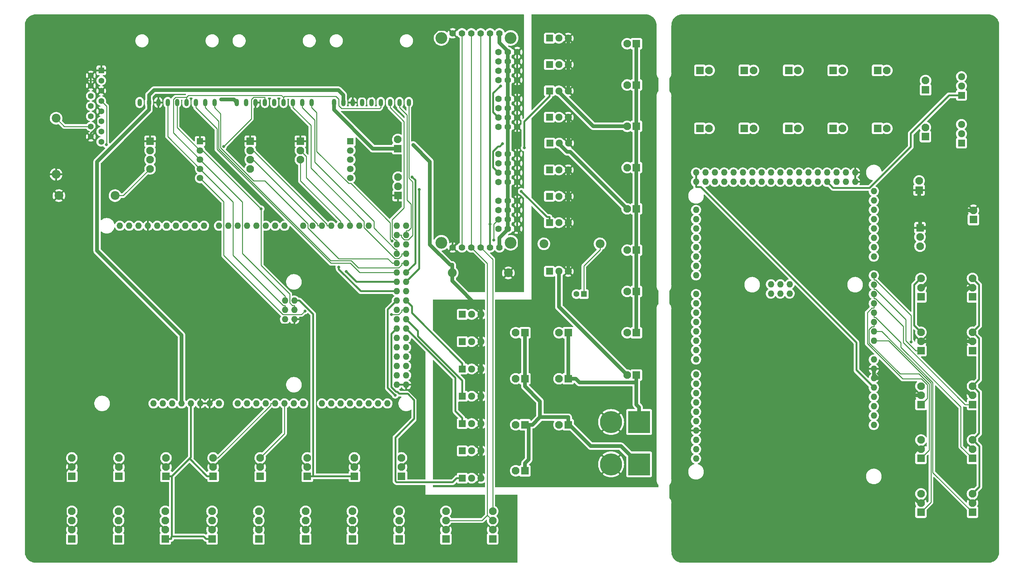
<source format=gbr>
%TF.GenerationSoftware,KiCad,Pcbnew,(6.0.7)*%
%TF.CreationDate,2022-09-16T11:30:14+01:00*%
%TF.ProjectId,SCU rig control,53435520-7269-4672-9063-6f6e74726f6c,rev?*%
%TF.SameCoordinates,Original*%
%TF.FileFunction,Copper,L2,Bot*%
%TF.FilePolarity,Positive*%
%FSLAX46Y46*%
G04 Gerber Fmt 4.6, Leading zero omitted, Abs format (unit mm)*
G04 Created by KiCad (PCBNEW (6.0.7)) date 2022-09-16 11:30:14*
%MOMM*%
%LPD*%
G01*
G04 APERTURE LIST*
%TA.AperFunction,ComponentPad*%
%ADD10O,1.200000X2.000000*%
%TD*%
%TA.AperFunction,ComponentPad*%
%ADD11R,2.100000X2.100000*%
%TD*%
%TA.AperFunction,ComponentPad*%
%ADD12C,2.100000*%
%TD*%
%TA.AperFunction,ComponentPad*%
%ADD13R,5.999480X5.999480*%
%TD*%
%TA.AperFunction,ComponentPad*%
%ADD14C,5.999480*%
%TD*%
%TA.AperFunction,ComponentPad*%
%ADD15R,1.800000X1.800000*%
%TD*%
%TA.AperFunction,ComponentPad*%
%ADD16C,1.800000*%
%TD*%
%TA.AperFunction,ComponentPad*%
%ADD17R,1.600000X1.600000*%
%TD*%
%TA.AperFunction,ComponentPad*%
%ADD18C,1.600000*%
%TD*%
%TA.AperFunction,ComponentPad*%
%ADD19O,1.727200X1.727200*%
%TD*%
%TA.AperFunction,ComponentPad*%
%ADD20R,1.920000X1.920000*%
%TD*%
%TA.AperFunction,ComponentPad*%
%ADD21C,1.920000*%
%TD*%
%TA.AperFunction,ComponentPad*%
%ADD22C,2.400000*%
%TD*%
%TA.AperFunction,ComponentPad*%
%ADD23O,2.400000X2.400000*%
%TD*%
%TA.AperFunction,ComponentPad*%
%ADD24C,1.778000*%
%TD*%
%TA.AperFunction,ComponentPad*%
%ADD25C,3.200000*%
%TD*%
%TA.AperFunction,ViaPad*%
%ADD26C,0.800000*%
%TD*%
%TA.AperFunction,Conductor*%
%ADD27C,0.500000*%
%TD*%
%TA.AperFunction,Conductor*%
%ADD28C,0.250000*%
%TD*%
%TA.AperFunction,Conductor*%
%ADD29C,1.000000*%
%TD*%
G04 APERTURE END LIST*
D10*
X96405000Y-36460000D03*
X98945000Y-36460000D03*
X101485000Y-36460000D03*
X104025000Y-36460000D03*
X106565000Y-36460000D03*
X109105000Y-36460000D03*
X111645000Y-36460000D03*
X114185000Y-36460000D03*
X116725000Y-36460000D03*
X70030000Y-36460000D03*
X72570000Y-36460000D03*
X75110000Y-36460000D03*
X77650000Y-36460000D03*
X80190000Y-36460000D03*
X82730000Y-36460000D03*
X85270000Y-36460000D03*
X87810000Y-36460000D03*
X90350000Y-36460000D03*
X43655000Y-36460000D03*
X46195000Y-36460000D03*
X48735000Y-36460000D03*
X51275000Y-36460000D03*
X53815000Y-36460000D03*
X56355000Y-36460000D03*
X58895000Y-36460000D03*
X61435000Y-36460000D03*
X63975000Y-36460000D03*
D11*
X46500000Y-47000000D03*
D12*
X46500000Y-49500000D03*
X46500000Y-52000000D03*
X46500000Y-54500000D03*
D11*
X25250000Y-155000000D03*
D12*
X25250000Y-152500000D03*
X25250000Y-150000000D03*
X25250000Y-147500000D03*
D11*
X50638900Y-155000000D03*
D12*
X50638900Y-152500000D03*
X50638900Y-150000000D03*
X50638900Y-147500000D03*
D11*
X76027800Y-155000000D03*
D12*
X76027800Y-152500000D03*
X76027800Y-150000000D03*
X76027800Y-147500000D03*
D11*
X101417000Y-155000000D03*
D12*
X101417000Y-152500000D03*
X101417000Y-150000000D03*
X101417000Y-147500000D03*
D11*
X126806000Y-155000000D03*
D12*
X126806000Y-152500000D03*
X126806000Y-150000000D03*
X126806000Y-147500000D03*
D11*
X25250000Y-138000000D03*
D12*
X25250000Y-135500000D03*
X25250000Y-133000000D03*
D11*
X50821400Y-138000000D03*
D12*
X50821400Y-135500000D03*
X50821400Y-133000000D03*
D11*
X76392900Y-138000000D03*
D12*
X76392900Y-135500000D03*
X76392900Y-133000000D03*
D11*
X101964000Y-138000000D03*
D12*
X101964000Y-135500000D03*
X101964000Y-133000000D03*
D11*
X113750000Y-49000000D03*
D12*
X113750000Y-46500000D03*
D13*
X179250000Y-134750000D03*
D14*
X171630000Y-134750000D03*
D13*
X179250000Y-123250000D03*
D14*
X171630000Y-123250000D03*
D11*
X37944400Y-155000000D03*
D12*
X37944400Y-152500000D03*
X37944400Y-150000000D03*
X37944400Y-147500000D03*
D11*
X63333300Y-155000000D03*
D12*
X63333300Y-152500000D03*
X63333300Y-150000000D03*
X63333300Y-147500000D03*
D11*
X88722200Y-155000000D03*
D12*
X88722200Y-152500000D03*
X88722200Y-150000000D03*
X88722200Y-147500000D03*
D11*
X114111000Y-155000000D03*
D12*
X114111000Y-152500000D03*
X114111000Y-150000000D03*
X114111000Y-147500000D03*
D11*
X139500000Y-155000000D03*
D12*
X139500000Y-152500000D03*
X139500000Y-150000000D03*
X139500000Y-147500000D03*
D11*
X38035700Y-138000000D03*
D12*
X38035700Y-135500000D03*
X38035700Y-133000000D03*
D11*
X63607100Y-138000000D03*
D12*
X63607100Y-135500000D03*
X63607100Y-133000000D03*
D11*
X89178600Y-138000000D03*
D12*
X89178600Y-135500000D03*
X89178600Y-133000000D03*
D11*
X114750000Y-138000000D03*
D12*
X114750000Y-135500000D03*
X114750000Y-133000000D03*
D15*
X60075000Y-47000000D03*
D16*
X60075000Y-49500000D03*
X60075000Y-52000000D03*
X60075000Y-54500000D03*
X60075000Y-57000000D03*
D15*
X100875000Y-47000000D03*
D16*
X100875000Y-49500000D03*
X100875000Y-52000000D03*
X100875000Y-54500000D03*
X100875000Y-57000000D03*
D11*
X87300000Y-47000000D03*
D12*
X87300000Y-49500000D03*
X87300000Y-52000000D03*
D11*
X73700000Y-47000000D03*
D12*
X73700000Y-49500000D03*
X73700000Y-52000000D03*
X73700000Y-54500000D03*
D17*
X33250000Y-27750000D03*
D18*
X33250000Y-30520000D03*
X33250000Y-33290000D03*
X33250000Y-36060000D03*
X33250000Y-38830000D03*
X33250000Y-41600000D03*
X33250000Y-44370000D03*
X33250000Y-47140000D03*
X30410000Y-29135000D03*
X30410000Y-31905000D03*
X30410000Y-34675000D03*
X30410000Y-37445000D03*
X30410000Y-40215000D03*
X30410000Y-42985000D03*
X30410000Y-45755000D03*
D11*
X148250000Y-111500000D03*
D12*
X145750000Y-111500000D03*
D11*
X148250000Y-99000000D03*
D12*
X145750000Y-99000000D03*
D11*
X178500000Y-99003900D03*
D12*
X176000000Y-99003900D03*
D11*
X160000000Y-99000000D03*
D12*
X157500000Y-99000000D03*
D11*
X148250000Y-136500000D03*
D12*
X145750000Y-136500000D03*
D11*
X148250000Y-124000000D03*
D12*
X145750000Y-124000000D03*
D11*
X160000000Y-111500000D03*
D12*
X157500000Y-111500000D03*
D11*
X160000000Y-124000000D03*
D12*
X157500000Y-124000000D03*
D11*
X178500000Y-20500000D03*
D12*
X176000000Y-20500000D03*
D11*
X178500000Y-54144500D03*
D12*
X176000000Y-54144500D03*
D11*
X178500000Y-87789100D03*
D12*
X176000000Y-87789100D03*
D11*
X178500000Y-31714800D03*
D12*
X176000000Y-31714800D03*
D11*
X178500000Y-65359400D03*
D12*
X176000000Y-65359400D03*
D11*
X178500000Y-110500000D03*
D12*
X176000000Y-110500000D03*
D11*
X178500000Y-42929700D03*
D12*
X176000000Y-42929700D03*
D11*
X178500000Y-76574200D03*
D12*
X176000000Y-76574200D03*
D19*
X47440000Y-118210000D03*
X55060000Y-118210000D03*
X57600000Y-118210000D03*
X85667000Y-90270000D03*
X113480000Y-69950000D03*
X116020000Y-69950000D03*
X70300000Y-118210000D03*
X72840000Y-118210000D03*
X75380000Y-118210000D03*
X77920000Y-118210000D03*
X80460000Y-118210000D03*
X83000000Y-118210000D03*
X85540000Y-118210000D03*
X88080000Y-118210000D03*
X93160000Y-118210000D03*
X95700000Y-118210000D03*
X98240000Y-118210000D03*
X100780000Y-118210000D03*
X103320000Y-118210000D03*
X105860000Y-118210000D03*
X108400000Y-118210000D03*
X110940000Y-118210000D03*
X43376000Y-69950000D03*
X83000000Y-69950000D03*
X80460000Y-69950000D03*
X77920000Y-69950000D03*
X75380000Y-69950000D03*
X72840000Y-69950000D03*
X70300000Y-69950000D03*
X67760000Y-69950000D03*
X65220000Y-69950000D03*
X61156000Y-69950000D03*
X58616000Y-69950000D03*
X56076000Y-69950000D03*
X53536000Y-69950000D03*
X50996000Y-69950000D03*
X48456000Y-69950000D03*
X88080000Y-69950000D03*
X90620000Y-69950000D03*
X93160000Y-69950000D03*
X95700000Y-69950000D03*
X98240000Y-69950000D03*
X100780000Y-69950000D03*
X103320000Y-69950000D03*
X105860000Y-69950000D03*
X113480000Y-72490000D03*
X116020000Y-72490000D03*
X113480000Y-75030000D03*
X116020000Y-75030000D03*
X113480000Y-77570000D03*
X116020000Y-77570000D03*
X113480000Y-80110000D03*
X116020000Y-80110000D03*
X113480000Y-82650000D03*
X116020000Y-82650000D03*
X113480000Y-85190000D03*
X116020000Y-85190000D03*
X113480000Y-87730000D03*
X116020000Y-87730000D03*
X113480000Y-90270000D03*
X116020000Y-90270000D03*
X113480000Y-92810000D03*
X116020000Y-92810000D03*
X113480000Y-95350000D03*
X116020000Y-95350000D03*
X113480000Y-97890000D03*
X116020000Y-97890000D03*
X113480000Y-100430000D03*
X116020000Y-100430000D03*
X113480000Y-102970000D03*
X116020000Y-102970000D03*
X113480000Y-105510000D03*
X116020000Y-105510000D03*
X113480000Y-108050000D03*
X116020000Y-108050000D03*
X113480000Y-110590000D03*
X116020000Y-110590000D03*
X45916000Y-69950000D03*
X60140000Y-118210000D03*
X62680000Y-118210000D03*
X85667000Y-95350000D03*
X113480000Y-113130000D03*
X116020000Y-113130000D03*
X49980000Y-118210000D03*
X83127000Y-90270000D03*
X85667000Y-92810000D03*
X52520000Y-118210000D03*
X83127000Y-95350000D03*
X83127000Y-92810000D03*
X38296000Y-69950000D03*
X40836000Y-69950000D03*
X65220000Y-118210000D03*
D20*
X131250000Y-116250000D03*
D21*
X133790000Y-116250000D03*
X136330000Y-116250000D03*
D20*
X131250000Y-94000000D03*
D21*
X133790000Y-94000000D03*
X136330000Y-94000000D03*
D20*
X154920000Y-69096700D03*
D21*
X157460000Y-69096700D03*
X160000000Y-69096700D03*
D20*
X131250000Y-101417000D03*
D21*
X133790000Y-101417000D03*
X136330000Y-101417000D03*
D20*
X131250000Y-138500000D03*
D21*
X133790000Y-138500000D03*
X136330000Y-138500000D03*
D20*
X131250000Y-131083000D03*
D21*
X133790000Y-131083000D03*
X136330000Y-131083000D03*
D20*
X131250000Y-108833000D03*
D21*
X133790000Y-108833000D03*
X136330000Y-108833000D03*
D20*
X131250000Y-123667000D03*
D21*
X133790000Y-123667000D03*
X136330000Y-123667000D03*
D20*
X154920000Y-19000000D03*
D21*
X157460000Y-19000000D03*
X160000000Y-19000000D03*
D20*
X154920000Y-40470000D03*
D21*
X157460000Y-40470000D03*
X160000000Y-40470000D03*
D20*
X154920000Y-61940000D03*
D21*
X157460000Y-61940000D03*
X160000000Y-61940000D03*
D20*
X154920000Y-26156700D03*
D21*
X157460000Y-26156700D03*
X160000000Y-26156700D03*
D20*
X155000000Y-47500000D03*
D21*
X157540000Y-47500000D03*
X160080000Y-47500000D03*
D20*
X154920000Y-82320000D03*
D21*
X157460000Y-82320000D03*
X160000000Y-82320000D03*
D20*
X154920000Y-33313300D03*
D21*
X157460000Y-33313300D03*
X160000000Y-33313300D03*
D20*
X154920000Y-54783300D03*
D21*
X157460000Y-54783300D03*
X160000000Y-54783300D03*
D22*
X21750000Y-61750000D03*
D23*
X36990000Y-61750000D03*
D22*
X21000000Y-40750000D03*
D23*
X21000000Y-55990000D03*
D22*
X153390000Y-74858300D03*
D23*
X168630000Y-74858300D03*
D24*
X141096000Y-70753000D03*
X141096000Y-68213000D03*
X141096000Y-65673000D03*
X141096000Y-63133000D03*
X141096000Y-58053000D03*
X141096000Y-55513000D03*
X141096000Y-52973000D03*
X141096000Y-50433000D03*
X141096000Y-43067000D03*
X141096000Y-40527000D03*
X141096000Y-37987000D03*
X141096000Y-35447000D03*
X141096000Y-30367000D03*
X141096000Y-27827000D03*
X141096000Y-25287000D03*
X141096000Y-22747000D03*
X128650000Y-75833000D03*
X128650000Y-17667000D03*
X146176000Y-70753000D03*
X146176000Y-68213000D03*
X146176000Y-65673000D03*
X146176000Y-63133000D03*
X146176000Y-58053000D03*
X146176000Y-55513000D03*
X146176000Y-52973000D03*
X146176000Y-50433000D03*
X146176000Y-43067000D03*
X146176000Y-40527000D03*
X146176000Y-37987000D03*
X146176000Y-35447000D03*
X146176000Y-30367000D03*
X146176000Y-27827000D03*
X146176000Y-25287000D03*
X146176000Y-22747000D03*
X131190000Y-75833000D03*
X131190000Y-17667000D03*
D25*
X125602000Y-74563000D03*
X125602000Y-18937000D03*
X144398000Y-74563000D03*
X144398000Y-18937000D03*
D24*
X133730000Y-75833000D03*
X133730000Y-17667000D03*
X136270000Y-75833000D03*
X136270000Y-17667000D03*
X141350000Y-75833000D03*
X141350000Y-17667000D03*
X143636000Y-70753000D03*
X143636000Y-68213000D03*
X143636000Y-65673000D03*
X143636000Y-63133000D03*
X143636000Y-58053000D03*
X143636000Y-55513000D03*
X143636000Y-52973000D03*
X143636000Y-50433000D03*
X143636000Y-43067000D03*
X143636000Y-40527000D03*
X143636000Y-37987000D03*
X143636000Y-35447000D03*
X143636000Y-30367000D03*
X143636000Y-27827000D03*
X143636000Y-25287000D03*
X143636000Y-22747000D03*
X138810000Y-75833000D03*
X138810000Y-17667000D03*
D17*
X164250000Y-88500000D03*
D18*
X162250000Y-88500000D03*
D11*
X255750000Y-147750000D03*
D12*
X255750000Y-145250000D03*
X255750000Y-142750000D03*
D11*
X255750000Y-133125000D03*
D12*
X255750000Y-130625000D03*
X255750000Y-128125000D03*
D11*
X255750000Y-118500000D03*
D12*
X255750000Y-116000000D03*
X255750000Y-113500000D03*
D11*
X255750000Y-103875000D03*
D12*
X255750000Y-101375000D03*
X255750000Y-98875000D03*
D11*
X255750000Y-89250000D03*
D12*
X255750000Y-86750000D03*
X255750000Y-84250000D03*
D11*
X244000000Y-43500000D03*
D12*
X246500000Y-43500000D03*
D11*
X244000000Y-27750000D03*
D12*
X246500000Y-27750000D03*
D11*
X231937500Y-43500000D03*
D12*
X234437500Y-43500000D03*
D11*
X231937500Y-27750000D03*
D12*
X234437500Y-27750000D03*
D11*
X219875000Y-43500000D03*
D12*
X222375000Y-43500000D03*
D11*
X219875000Y-27750000D03*
D12*
X222375000Y-27750000D03*
D11*
X207812500Y-43500000D03*
D12*
X210312500Y-43500000D03*
D11*
X207812500Y-27750000D03*
D12*
X210312500Y-27750000D03*
D11*
X195750000Y-43500000D03*
D12*
X198250000Y-43500000D03*
D11*
X195750000Y-27750000D03*
D12*
X198250000Y-27750000D03*
D11*
X269750000Y-147750000D03*
D12*
X269750000Y-145250000D03*
X269750000Y-142750000D03*
D11*
X269750000Y-133125000D03*
D12*
X269750000Y-130625000D03*
X269750000Y-128125000D03*
D11*
X269750000Y-118500000D03*
D12*
X269750000Y-116000000D03*
X269750000Y-113500000D03*
D11*
X269750000Y-103875000D03*
D12*
X269750000Y-101375000D03*
X269750000Y-98875000D03*
D11*
X269750000Y-89250000D03*
D12*
X269750000Y-86750000D03*
X269750000Y-84250000D03*
D11*
X255500000Y-70500000D03*
D12*
X255500000Y-73000000D03*
X255500000Y-75500000D03*
D11*
X257000000Y-33000000D03*
D12*
X257000000Y-30500000D03*
D11*
X256960000Y-45725000D03*
D12*
X256960000Y-43225000D03*
D20*
X266750000Y-34500000D03*
D21*
X266750000Y-31960000D03*
X266750000Y-29420000D03*
D20*
X266750000Y-47500000D03*
D21*
X266750000Y-44960000D03*
X266750000Y-42420000D03*
D19*
X242960000Y-124060000D03*
X242960000Y-116440000D03*
X242960000Y-113900000D03*
X215020000Y-85833000D03*
X194700000Y-58020000D03*
X194700000Y-55480000D03*
X242960000Y-101200000D03*
X242960000Y-98660000D03*
X242960000Y-96120000D03*
X242960000Y-93580000D03*
X242960000Y-91040000D03*
X242960000Y-88500000D03*
X242960000Y-85960000D03*
X242960000Y-83420000D03*
X242960000Y-78340000D03*
X242960000Y-75800000D03*
X242960000Y-73260000D03*
X242960000Y-70720000D03*
X242960000Y-68180000D03*
X242960000Y-65640000D03*
X242960000Y-63100000D03*
X242960000Y-60560000D03*
X194700000Y-128124000D03*
X194700000Y-88500000D03*
X194700000Y-91040000D03*
X194700000Y-93580000D03*
X194700000Y-96120000D03*
X194700000Y-98660000D03*
X194700000Y-101200000D03*
X194700000Y-103740000D03*
X194700000Y-106280000D03*
X194700000Y-110344000D03*
X194700000Y-112884000D03*
X194700000Y-115424000D03*
X194700000Y-117964000D03*
X194700000Y-120504000D03*
X194700000Y-123044000D03*
X194700000Y-83420000D03*
X194700000Y-80880000D03*
X194700000Y-78340000D03*
X194700000Y-75800000D03*
X194700000Y-73260000D03*
X194700000Y-70720000D03*
X194700000Y-68180000D03*
X194700000Y-65640000D03*
X197240000Y-58020000D03*
X197240000Y-55480000D03*
X199780000Y-58020000D03*
X199780000Y-55480000D03*
X202320000Y-58020000D03*
X202320000Y-55480000D03*
X204860000Y-58020000D03*
X204860000Y-55480000D03*
X207400000Y-58020000D03*
X207400000Y-55480000D03*
X209940000Y-58020000D03*
X209940000Y-55480000D03*
X212480000Y-58020000D03*
X212480000Y-55480000D03*
X215020000Y-58020000D03*
X215020000Y-55480000D03*
X217560000Y-58020000D03*
X217560000Y-55480000D03*
X220100000Y-58020000D03*
X220100000Y-55480000D03*
X222640000Y-58020000D03*
X222640000Y-55480000D03*
X225180000Y-58020000D03*
X225180000Y-55480000D03*
X227720000Y-58020000D03*
X227720000Y-55480000D03*
X230260000Y-58020000D03*
X230260000Y-55480000D03*
X232800000Y-58020000D03*
X232800000Y-55480000D03*
X235340000Y-58020000D03*
X235340000Y-55480000D03*
X194700000Y-125584000D03*
X242960000Y-111360000D03*
X242960000Y-108820000D03*
X220100000Y-85833000D03*
X237880000Y-58020000D03*
X237880000Y-55480000D03*
X242960000Y-121520000D03*
X215020000Y-88373000D03*
X217560000Y-85833000D03*
X242960000Y-118980000D03*
X220100000Y-88373000D03*
X217560000Y-88373000D03*
X194700000Y-133204000D03*
X194700000Y-130664000D03*
X242960000Y-106280000D03*
D11*
X255250000Y-60250000D03*
D12*
X255250000Y-57750000D03*
D11*
X270000000Y-68250000D03*
D12*
X270000000Y-65750000D03*
D11*
X113825000Y-61725000D03*
D12*
X113825000Y-59225000D03*
X113825000Y-56725000D03*
D22*
X143750000Y-82750000D03*
D23*
X128510000Y-82750000D03*
D26*
X125088700Y-68467600D03*
X76650000Y-65353500D03*
X66428600Y-48462900D03*
X73413100Y-33103100D03*
X138810000Y-69542300D03*
X112171400Y-74098000D03*
X88536100Y-93087900D03*
X117628200Y-56703300D03*
X99744900Y-82367300D03*
X119558300Y-60090200D03*
X97723200Y-81205100D03*
X111995800Y-94018600D03*
X34631200Y-47936000D03*
X113044800Y-115981100D03*
X147242700Y-60593800D03*
X141626600Y-32008100D03*
X142196500Y-47668000D03*
X148088800Y-48793600D03*
X139766700Y-73798200D03*
X117912000Y-47985800D03*
X65797100Y-35653900D03*
X253052000Y-101497600D03*
D27*
X146176000Y-65673000D02*
X146176000Y-68213000D01*
X124668600Y-16776400D02*
X106535300Y-34909700D01*
X128650000Y-72028900D02*
X125088700Y-68467600D01*
X146590900Y-79909100D02*
X146590900Y-71167900D01*
X101485000Y-36460000D02*
X101485000Y-34909700D01*
X48735000Y-46365300D02*
X48100300Y-47000000D01*
X146176000Y-40527000D02*
X146176000Y-43067000D01*
X33250000Y-27750000D02*
X31899700Y-27750000D01*
X116605900Y-114543900D02*
X116020000Y-114543900D01*
X66492600Y-91940500D02*
X45916000Y-71363900D01*
X33250000Y-38830000D02*
X31886800Y-40193200D01*
X87300000Y-47000000D02*
X78120300Y-47000000D01*
X31886800Y-40193200D02*
X31886800Y-43418000D01*
X45916000Y-68536100D02*
X48302500Y-66149600D01*
X143750000Y-82750000D02*
X146590900Y-79909100D01*
X146176000Y-63133000D02*
X146176000Y-65673000D01*
X21000000Y-55990000D02*
X21000000Y-54239700D01*
X146176000Y-22747000D02*
X146176000Y-25287000D01*
X66492600Y-115118500D02*
X66492600Y-96763900D01*
X21000000Y-54239700D02*
X21925300Y-54239700D01*
X146176000Y-58053000D02*
X146176000Y-63133000D01*
X128650000Y-75833000D02*
X128650000Y-72028900D01*
X128650000Y-17667000D02*
X127759400Y-16776400D01*
X25250000Y-135500000D02*
X24849800Y-135500000D01*
X146176000Y-27827000D02*
X146176000Y-30367000D01*
X60140000Y-118210000D02*
X60140000Y-132032900D01*
X73700000Y-45399700D02*
X75110000Y-43989700D01*
X23613900Y-150863900D02*
X25250000Y-152500000D01*
X60140000Y-132032900D02*
X63607100Y-135500000D01*
X30410000Y-31905000D02*
X30410000Y-29135000D01*
X127759400Y-16776400D02*
X124668600Y-16776400D01*
X23613900Y-136735900D02*
X23613900Y-150863900D01*
X146176000Y-52973000D02*
X146176000Y-55513000D01*
X46500000Y-47000000D02*
X48100300Y-47000000D01*
X146590900Y-71167900D02*
X146176000Y-70753000D01*
X146176000Y-55513000D02*
X146176000Y-58053000D01*
X119027900Y-131222100D02*
X119027900Y-116965900D01*
X64172400Y-116717600D02*
X64893500Y-116717600D01*
X31886800Y-43418000D02*
X30410000Y-44894800D01*
X21925300Y-54239700D02*
X30410000Y-45755000D01*
X30410000Y-29135000D02*
X30514700Y-29135000D01*
X62680000Y-118210000D02*
X64172400Y-116717600D01*
X78120300Y-47000000D02*
X75110000Y-43989700D01*
X48302500Y-66149600D02*
X48302500Y-47202200D01*
X24849800Y-135500000D02*
X23613900Y-136735900D01*
X66492600Y-96763900D02*
X66492600Y-91940500D01*
X66492600Y-96763900D02*
X85667000Y-96763900D01*
X73700000Y-47000000D02*
X73700000Y-45399700D01*
X45916000Y-69950000D02*
X45916000Y-68536100D01*
X114750000Y-135500000D02*
X119027900Y-131222100D01*
X119027900Y-116965900D02*
X116605900Y-114543900D01*
X146176000Y-68213000D02*
X146176000Y-70753000D01*
X75110000Y-43989700D02*
X75110000Y-36460000D01*
X48735000Y-36460000D02*
X48735000Y-46365300D01*
X45916000Y-69950000D02*
X45916000Y-71363900D01*
X116020000Y-113130000D02*
X116020000Y-114543900D01*
X64893500Y-116717600D02*
X66492600Y-115118500D01*
X106535300Y-34909700D02*
X101485000Y-34909700D01*
X48302500Y-47202200D02*
X48100300Y-47000000D01*
X146176000Y-25287000D02*
X146176000Y-27827000D01*
X85667000Y-95350000D02*
X85667000Y-96763900D01*
X146176000Y-30367000D02*
X146176000Y-35447000D01*
X30514700Y-29135000D02*
X31899700Y-27750000D01*
X146176000Y-50433000D02*
X146176000Y-52973000D01*
X146176000Y-35447000D02*
X146176000Y-37987000D01*
X146176000Y-43067000D02*
X146176000Y-50433000D01*
X30410000Y-44894800D02*
X30410000Y-45755000D01*
X146176000Y-37987000D02*
X146176000Y-40527000D01*
D28*
X164250000Y-88500000D02*
X164250000Y-80813600D01*
X164250000Y-80813600D02*
X168630000Y-76433600D01*
X168630000Y-74858300D02*
X168630000Y-76433600D01*
X116725000Y-37835300D02*
X116725000Y-56967200D01*
X114718900Y-73003400D02*
X114718900Y-72490000D01*
X117814300Y-72517500D02*
X116571800Y-73760000D01*
X116571800Y-73760000D02*
X115475500Y-73760000D01*
X113480000Y-72490000D02*
X114718900Y-72490000D01*
X116725000Y-56967200D02*
X117814300Y-58056500D01*
X116725000Y-36460000D02*
X116725000Y-37835300D01*
X117814300Y-58056500D02*
X117814300Y-72517500D01*
X115475500Y-73760000D02*
X114718900Y-73003400D01*
X116562000Y-71251100D02*
X117313900Y-70499200D01*
X117313900Y-64083500D02*
X116224600Y-62994200D01*
X116224600Y-62994200D02*
X116224600Y-39874900D01*
X116020000Y-72490000D02*
X116020000Y-71251100D01*
X114185000Y-36460000D02*
X114185000Y-37835300D01*
X117313900Y-70499200D02*
X117313900Y-64083500D01*
X116224600Y-39874900D02*
X114185000Y-37835300D01*
X116020000Y-71251100D02*
X116562000Y-71251100D01*
X112191000Y-68309900D02*
X115431100Y-65069800D01*
X111645000Y-36460000D02*
X111645000Y-37835300D01*
X115431100Y-41621400D02*
X111645000Y-37835300D01*
X113015400Y-73791100D02*
X112191000Y-72966700D01*
X113480000Y-75030000D02*
X113480000Y-73791100D01*
X112191000Y-72966700D02*
X112191000Y-68309900D01*
X115431100Y-65069800D02*
X115431100Y-41621400D01*
X113480000Y-73791100D02*
X113015400Y-73791100D01*
X83127000Y-90270000D02*
X83127000Y-89031100D01*
X52800000Y-35677100D02*
X52800000Y-44725000D01*
X83127000Y-89031100D02*
X71570100Y-77474200D01*
X82984100Y-34830600D02*
X96931100Y-34830600D01*
X82730000Y-35209800D02*
X82730000Y-35084700D01*
X97675000Y-37336400D02*
X98469600Y-38131000D01*
X53392400Y-35084700D02*
X52800000Y-35677100D01*
X82730000Y-36460000D02*
X82730000Y-35209800D01*
X56355000Y-35084700D02*
X56911100Y-34528600D01*
X98469600Y-38131000D02*
X108809300Y-38131000D01*
X71570100Y-63495100D02*
X60075000Y-52000000D01*
X96931100Y-34830600D02*
X97675000Y-35574500D01*
X108809300Y-38131000D02*
X109105000Y-37835300D01*
X82173900Y-34528600D02*
X82730000Y-35084700D01*
X97675000Y-35574500D02*
X97675000Y-37336400D01*
X82730000Y-35084700D02*
X82984100Y-34830600D01*
X52800000Y-44725000D02*
X60075000Y-52000000D01*
X56355000Y-36460000D02*
X56355000Y-35084700D01*
X71570100Y-77474200D02*
X71570100Y-63495100D01*
X109105000Y-36460000D02*
X109105000Y-37835300D01*
X56911100Y-34528600D02*
X82173900Y-34528600D01*
X56355000Y-35084700D02*
X53392400Y-35084700D01*
X85667000Y-91571100D02*
X85125000Y-91571100D01*
X76650000Y-80720300D02*
X76650000Y-65353500D01*
X84378000Y-90824100D02*
X84378000Y-88448300D01*
X85667000Y-92810000D02*
X85667000Y-91571100D01*
X76650000Y-65353500D02*
X60796500Y-49500000D01*
X84378000Y-88448300D02*
X76650000Y-80720300D01*
X53815000Y-36460000D02*
X53815000Y-37835300D01*
X53815000Y-43240000D02*
X53815000Y-37835300D01*
X60796500Y-49500000D02*
X60075000Y-49500000D01*
X85125000Y-91571100D02*
X84378000Y-90824100D01*
X60075000Y-49500000D02*
X53815000Y-43240000D01*
X83127000Y-92810000D02*
X83127000Y-91571100D01*
X77650000Y-36460000D02*
X77650000Y-35084700D01*
X69030000Y-63455000D02*
X60075000Y-54500000D01*
X77597600Y-35032300D02*
X77650000Y-35084700D01*
X74627500Y-35032300D02*
X77597600Y-35032300D01*
X69030000Y-77932900D02*
X69030000Y-63455000D01*
X73981400Y-40910100D02*
X73981400Y-35678400D01*
X73981400Y-35678400D02*
X74627500Y-35032300D01*
X51275000Y-45700000D02*
X51275000Y-36460000D01*
X60075000Y-54500000D02*
X51275000Y-45700000D01*
X66428600Y-48462900D02*
X73981400Y-40910100D01*
X83127000Y-91571100D02*
X82668200Y-91571100D01*
X82668200Y-91571100D02*
X69030000Y-77932900D01*
D29*
X46195000Y-36460000D02*
X46195000Y-38460300D01*
X98945000Y-36460000D02*
X98945000Y-34459700D01*
X46195000Y-34459700D02*
X47551600Y-33103100D01*
X97588400Y-33103100D02*
X98945000Y-34459700D01*
X55060000Y-99665000D02*
X32120200Y-76725200D01*
X73413100Y-33103100D02*
X97588400Y-33103100D01*
X46195000Y-36460000D02*
X46195000Y-34459700D01*
X55060000Y-118210000D02*
X55060000Y-99665000D01*
X47551600Y-33103100D02*
X73413100Y-33103100D01*
X32120200Y-52535100D02*
X46195000Y-38460300D01*
X32120200Y-76725200D02*
X32120200Y-52535100D01*
D27*
X63607100Y-138000000D02*
X62006800Y-138000000D01*
X50821400Y-138000000D02*
X52421700Y-138000000D01*
X138810000Y-69542300D02*
X138810000Y-75833000D01*
X90778900Y-138000000D02*
X90778900Y-93968000D01*
X57600000Y-132821700D02*
X57214300Y-133207400D01*
X52421700Y-154350000D02*
X61083000Y-154350000D01*
X62006800Y-138000000D02*
X57214300Y-133207400D01*
X61083000Y-154350000D02*
X61733000Y-155000000D01*
X90778900Y-93968000D02*
X87080900Y-90270000D01*
X89178600Y-138000000D02*
X90778900Y-138000000D01*
X52239200Y-154532500D02*
X52421700Y-154350000D01*
X52239200Y-155000000D02*
X52239200Y-154532500D01*
X90778900Y-138000000D02*
X100363700Y-138000000D01*
X63333300Y-155000000D02*
X61733000Y-155000000D01*
X57600000Y-118210000D02*
X57600000Y-132821700D01*
X138810000Y-17667000D02*
X138810000Y-69542300D01*
X52421700Y-138000000D02*
X52421700Y-154350000D01*
X85667000Y-90270000D02*
X87080900Y-90270000D01*
X50638900Y-155000000D02*
X52239200Y-155000000D01*
X101964000Y-138000000D02*
X100363700Y-138000000D01*
X57214300Y-133207400D02*
X52421700Y-138000000D01*
D28*
X91725300Y-49740900D02*
X100421700Y-58437300D01*
X111690600Y-69153900D02*
X111690600Y-73617200D01*
X90350000Y-37835300D02*
X91725300Y-39210600D01*
X100974000Y-58437300D02*
X111690600Y-69153900D01*
X100421700Y-58437300D02*
X100974000Y-58437300D01*
X91725300Y-39210600D02*
X91725300Y-49740900D01*
X111690600Y-73617200D02*
X112171400Y-74098000D01*
X90350000Y-36460000D02*
X90350000Y-37835300D01*
X113480000Y-77570000D02*
X113480000Y-76331100D01*
X91224900Y-52691600D02*
X107244300Y-68711000D01*
X107244300Y-70556900D02*
X113018500Y-76331100D01*
X91224900Y-41250200D02*
X91224900Y-52691600D01*
X113018500Y-76331100D02*
X113480000Y-76331100D01*
X107244300Y-68711000D02*
X107244300Y-70556900D01*
X87810000Y-37835300D02*
X91224900Y-41250200D01*
X87810000Y-36460000D02*
X87810000Y-37835300D01*
X85270000Y-36460000D02*
X85270000Y-37835300D01*
X85270000Y-37835300D02*
X90142600Y-42707900D01*
X116020000Y-77570000D02*
X114781100Y-77570000D01*
X90142600Y-54263600D02*
X104590000Y-68711000D01*
X104590000Y-68711000D02*
X104590000Y-70476200D01*
X104590000Y-70476200D02*
X112953800Y-78840000D01*
X90142600Y-42707900D02*
X90142600Y-54263600D01*
X113975700Y-78840000D02*
X114781100Y-78034600D01*
X112953800Y-78840000D02*
X113975700Y-78840000D01*
X114781100Y-78034600D02*
X114781100Y-77570000D01*
X111002200Y-78871100D02*
X112241100Y-80110000D01*
X113480000Y-80110000D02*
X112241100Y-80110000D01*
X65653300Y-48784000D02*
X74588900Y-57719600D01*
X63975000Y-37835300D02*
X65653300Y-39513600D01*
X77638800Y-57719600D02*
X89350000Y-69430800D01*
X65653300Y-39513600D02*
X65653300Y-48784000D01*
X89350000Y-69430800D02*
X89350000Y-70526600D01*
X74588900Y-57719600D02*
X77638800Y-57719600D01*
X63975000Y-36460000D02*
X63975000Y-37835300D01*
X97694500Y-78871100D02*
X111002200Y-78871100D01*
X89350000Y-70526600D02*
X97694500Y-78871100D01*
X114781100Y-80110000D02*
X114781100Y-80574600D01*
X116020000Y-80110000D02*
X114781100Y-80110000D01*
X113975700Y-81380000D02*
X103061200Y-81380000D01*
X95540900Y-79379200D02*
X65153000Y-48991300D01*
X65153000Y-41553300D02*
X61435000Y-37835300D01*
X61435000Y-36460000D02*
X61435000Y-37835300D01*
X114781100Y-80574600D02*
X113975700Y-81380000D01*
X65153000Y-48991300D02*
X65153000Y-41553300D01*
X101060400Y-79379200D02*
X95540900Y-79379200D01*
X103061200Y-81380000D02*
X101060400Y-79379200D01*
X64652600Y-49198600D02*
X64652600Y-43592900D01*
X100853200Y-80129600D02*
X95583600Y-80129600D01*
X95583600Y-80129600D02*
X64652600Y-49198600D01*
X113480000Y-82650000D02*
X103373600Y-82650000D01*
X103373600Y-82650000D02*
X100853200Y-80129600D01*
X58895000Y-36460000D02*
X58895000Y-37835300D01*
X64652600Y-43592900D02*
X58895000Y-37835300D01*
X39250000Y-61750000D02*
X46500000Y-54500000D01*
X36990000Y-61750000D02*
X39250000Y-61750000D01*
D29*
X148250000Y-124000000D02*
X149275200Y-124000000D01*
X178500000Y-31714800D02*
X178500000Y-42929700D01*
X166142400Y-129811700D02*
X174311700Y-129811700D01*
X178500000Y-42929700D02*
X178500000Y-54144500D01*
X149275200Y-124000000D02*
X149275200Y-133424500D01*
X160000000Y-121949700D02*
X152350600Y-121949700D01*
X148250000Y-136500000D02*
X148250000Y-134449700D01*
X160000000Y-124000000D02*
X160000000Y-123669300D01*
X152350600Y-117650900D02*
X152350600Y-121949700D01*
X148250000Y-111500000D02*
X148250000Y-113550300D01*
X178500000Y-87789100D02*
X178500000Y-99003900D01*
X178500000Y-54144500D02*
X178500000Y-65359400D01*
X148250000Y-99000000D02*
X148250000Y-111500000D01*
X178500000Y-20500000D02*
X178500000Y-31714800D01*
X178500000Y-76574200D02*
X178500000Y-87789100D01*
X149275200Y-133424500D02*
X148250000Y-134449700D01*
X174311700Y-129811700D02*
X179250000Y-134750000D01*
X160000000Y-123669300D02*
X166142400Y-129811700D01*
X149275200Y-124000000D02*
X150300300Y-124000000D01*
X152350600Y-121949700D02*
X150300300Y-124000000D01*
X160000000Y-123669300D02*
X160000000Y-121949700D01*
X148250000Y-113550300D02*
X152350600Y-117650900D01*
X178500000Y-65359400D02*
X178500000Y-76574200D01*
D28*
X139500000Y-79063000D02*
X136270000Y-75833000D01*
X136270000Y-17667000D02*
X136270000Y-75833000D01*
X139500000Y-147500000D02*
X139500000Y-79063000D01*
X138051000Y-80154000D02*
X133730000Y-75833000D01*
X136602000Y-150000000D02*
X138051000Y-148551000D01*
X133730000Y-17667000D02*
X133730000Y-75833000D01*
X139500000Y-150000000D02*
X138051000Y-148551000D01*
X138051000Y-148551000D02*
X138051000Y-80154000D01*
X126806000Y-150000000D02*
X136602000Y-150000000D01*
X83000000Y-126392900D02*
X76392900Y-133000000D01*
X83000000Y-118210000D02*
X83000000Y-126392900D01*
D29*
X179250000Y-123250000D02*
X179250000Y-119250000D01*
X162050300Y-111500000D02*
X163100600Y-112550300D01*
X178500000Y-118500000D02*
X179250000Y-119250000D01*
X163100600Y-112550300D02*
X178500000Y-112550300D01*
X160000000Y-111500000D02*
X160000000Y-99000000D01*
X178500000Y-110500000D02*
X178500000Y-112550300D01*
X178500000Y-112550300D02*
X178500000Y-118500000D01*
X160000000Y-111500000D02*
X162050300Y-111500000D01*
D28*
X79221100Y-118674600D02*
X64895700Y-133000000D01*
X79221100Y-118210000D02*
X79221100Y-118674600D01*
X64895700Y-133000000D02*
X63607100Y-133000000D01*
X80460000Y-118210000D02*
X79221100Y-118210000D01*
X66490000Y-63415000D02*
X60075000Y-57000000D01*
X88536100Y-93087900D02*
X87575000Y-94049000D01*
X66490000Y-77994000D02*
X66490000Y-63415000D01*
X87575000Y-94049000D02*
X82545000Y-94049000D01*
X82545000Y-94049000D02*
X66490000Y-77994000D01*
D27*
X118530100Y-57605200D02*
X117628200Y-56703300D01*
X116020000Y-82650000D02*
X118530100Y-80139900D01*
X118530100Y-80139900D02*
X118530100Y-57605200D01*
X113480000Y-85190000D02*
X102567600Y-85190000D01*
X102567600Y-85190000D02*
X99744900Y-82367300D01*
X119558300Y-81651700D02*
X119558300Y-60090200D01*
X116020000Y-85190000D02*
X119558300Y-81651700D01*
X103693700Y-87730000D02*
X97723200Y-81759500D01*
X97723200Y-81759500D02*
X97723200Y-81205100D01*
X113480000Y-87730000D02*
X103693700Y-87730000D01*
D28*
X91921100Y-69485400D02*
X74435700Y-52000000D01*
X74435700Y-52000000D02*
X73700000Y-52000000D01*
X93160000Y-69950000D02*
X91921100Y-69950000D01*
X91921100Y-69950000D02*
X91921100Y-69485400D01*
X94461100Y-69485400D02*
X74475700Y-49500000D01*
X94461100Y-69950000D02*
X94461100Y-69485400D01*
X74475700Y-49500000D02*
X73700000Y-49500000D01*
X95700000Y-69950000D02*
X94461100Y-69950000D01*
X21000000Y-40750000D02*
X23235000Y-42985000D01*
X23235000Y-42985000D02*
X30410000Y-42985000D01*
X116020000Y-92810000D02*
X114781100Y-92810000D01*
X114781100Y-93274600D02*
X114006700Y-94049000D01*
X114781100Y-92810000D02*
X114781100Y-93274600D01*
X112026200Y-94049000D02*
X111995800Y-94018600D01*
X114006700Y-94049000D02*
X112026200Y-94049000D01*
X34631200Y-47936000D02*
X34680900Y-47886300D01*
X34680900Y-47886300D02*
X34680900Y-37490900D01*
X34680900Y-37490900D02*
X33250000Y-36060000D01*
D29*
X159656800Y-49852300D02*
X160492900Y-49852300D01*
X160492900Y-49852300D02*
X176000000Y-65359400D01*
X157540000Y-47735500D02*
X159656800Y-49852300D01*
X157540000Y-47500000D02*
X157540000Y-47735500D01*
X157460000Y-82320000D02*
X157460000Y-91960000D01*
X157460000Y-91960000D02*
X176000000Y-110500000D01*
X166817000Y-42929700D02*
X176000000Y-42929700D01*
X157460000Y-33572700D02*
X166817000Y-42929700D01*
X157460000Y-33313300D02*
X157460000Y-33572700D01*
D27*
X131250000Y-123667000D02*
X131250000Y-122156700D01*
X129408100Y-111278100D02*
X129408100Y-120314800D01*
X129408100Y-120314800D02*
X131250000Y-122156700D01*
X116020000Y-97890000D02*
X129408100Y-111278100D01*
X112051000Y-113762200D02*
X112051000Y-99319000D01*
X118223900Y-122326400D02*
X118223900Y-117319200D01*
X112051000Y-99319000D02*
X113480000Y-97890000D01*
X116489500Y-115584800D02*
X114153100Y-115584800D01*
X113319500Y-115030700D02*
X112051000Y-113762200D01*
X129739700Y-138500000D02*
X128639300Y-139600400D01*
X128639300Y-139600400D02*
X113415500Y-139600400D01*
X131250000Y-138500000D02*
X129739700Y-138500000D01*
X114153100Y-115584800D02*
X113599000Y-115030700D01*
X113415500Y-139600400D02*
X113090200Y-139275100D01*
X118223900Y-117319200D02*
X116489500Y-115584800D01*
X113599000Y-115030700D02*
X113319500Y-115030700D01*
X113090200Y-139275100D02*
X113090200Y-127460100D01*
X113090200Y-127460100D02*
X118223900Y-122326400D01*
X119250200Y-98580200D02*
X116020000Y-95350000D01*
X119250200Y-99988200D02*
X119250200Y-98580200D01*
X131250000Y-111988000D02*
X119250200Y-99988200D01*
X131250000Y-116250000D02*
X131250000Y-111988000D01*
X117581000Y-91831000D02*
X117581000Y-93653700D01*
X116020000Y-90270000D02*
X117581000Y-91831000D01*
X117581000Y-93653700D02*
X131250000Y-107322700D01*
X131250000Y-108833000D02*
X131250000Y-107322700D01*
X113480000Y-90270000D02*
X111045500Y-92704500D01*
X111045500Y-92704500D02*
X111045500Y-113981800D01*
X111045500Y-113981800D02*
X113044800Y-115981100D01*
X154920000Y-69096700D02*
X154920000Y-67586400D01*
X154235300Y-67586400D02*
X154920000Y-67586400D01*
X147242700Y-60593800D02*
X154235300Y-67586400D01*
X139656600Y-39087600D02*
X139656600Y-33978100D01*
X141096000Y-40527000D02*
X139656600Y-39087600D01*
X139656600Y-33978100D02*
X141626600Y-32008100D01*
X140997800Y-48395900D02*
X141468700Y-48395900D01*
X141096000Y-55513000D02*
X139656600Y-54073600D01*
X141468700Y-48395900D02*
X141468700Y-48395800D01*
X139656600Y-54073600D02*
X139656600Y-49737100D01*
X141468700Y-48395800D02*
X142196500Y-47668000D01*
X139656600Y-49737100D02*
X140997800Y-48395900D01*
X154920000Y-34823600D02*
X148088800Y-41654800D01*
X148088800Y-41654800D02*
X148088800Y-48793600D01*
X154920000Y-33313300D02*
X154920000Y-34823600D01*
D28*
X139766700Y-73798200D02*
X139766700Y-69542300D01*
X139766700Y-69542300D02*
X141096000Y-68213000D01*
X131190000Y-17667000D02*
X131190000Y-75833000D01*
D29*
X136330000Y-123667000D02*
X136330000Y-131083000D01*
X160080000Y-40550000D02*
X160000000Y-40470000D01*
X136330000Y-131083000D02*
X136330000Y-138500000D01*
X160080000Y-47500000D02*
X160080000Y-40550000D01*
X136330000Y-94000000D02*
X136330000Y-101417000D01*
X122462100Y-52535900D02*
X117912000Y-47985800D01*
X128510000Y-83726200D02*
X128510000Y-84950300D01*
X128510000Y-84950300D02*
X136330000Y-92770300D01*
X128510000Y-80549700D02*
X127908300Y-80549700D01*
X160000000Y-82320000D02*
X160000000Y-69096700D01*
X136330000Y-123667000D02*
X136330000Y-116250000D01*
X136330000Y-92770300D02*
X136330000Y-94000000D01*
X128510000Y-83726200D02*
X128510000Y-82750000D01*
X160000000Y-69096700D02*
X160000000Y-61940000D01*
X128510000Y-82750000D02*
X128510000Y-80549700D01*
X160000000Y-54783300D02*
X160000000Y-61940000D01*
X122462100Y-75103500D02*
X122462100Y-52535900D01*
X160000000Y-33313300D02*
X160000000Y-26156700D01*
X160000000Y-26156700D02*
X160000000Y-19000000D01*
X127908300Y-80549700D02*
X122462100Y-75103500D01*
X136330000Y-101417000D02*
X136330000Y-108833000D01*
X136330000Y-108833000D02*
X136330000Y-116250000D01*
X143636000Y-35447000D02*
X143636000Y-37987000D01*
X141350000Y-73265100D02*
X143636000Y-70979100D01*
X143636000Y-50433000D02*
X143636000Y-52973000D01*
X141350000Y-20234900D02*
X141350000Y-17667000D01*
X143636000Y-68213000D02*
X143636000Y-70753000D01*
X143636000Y-58053000D02*
X143636000Y-63133000D01*
X143636000Y-65673000D02*
X143636000Y-68213000D01*
X69223900Y-35653900D02*
X65797100Y-35653900D01*
X143636000Y-25287000D02*
X143636000Y-22747000D01*
X143636000Y-30367000D02*
X143636000Y-35447000D01*
X143636000Y-22747000D02*
X143636000Y-22520900D01*
X143636000Y-55513000D02*
X143636000Y-58053000D01*
X143636000Y-63133000D02*
X143636000Y-65673000D01*
X143636000Y-37987000D02*
X143636000Y-40527000D01*
X143636000Y-27827000D02*
X143636000Y-30367000D01*
X143636000Y-50433000D02*
X143636000Y-43067000D01*
X96405000Y-36460000D02*
X96405000Y-38460300D01*
X113750000Y-49000000D02*
X106944700Y-49000000D01*
X143636000Y-70979100D02*
X143636000Y-70753000D01*
X106944700Y-49000000D02*
X96405000Y-38460300D01*
X143636000Y-25287000D02*
X143636000Y-27827000D01*
X143636000Y-40527000D02*
X143636000Y-43067000D01*
X143636000Y-22520900D02*
X141350000Y-20234900D01*
X70030000Y-36460000D02*
X69223900Y-35653900D01*
X141350000Y-75833000D02*
X141350000Y-73265100D01*
X143636000Y-52973000D02*
X143636000Y-55513000D01*
D27*
X269750000Y-128125000D02*
X269806700Y-128068300D01*
X271564800Y-115214500D02*
X269800200Y-113449800D01*
X271550400Y-100575400D02*
X271550400Y-111699600D01*
X269806700Y-128068300D02*
X271593700Y-129855300D01*
X271550400Y-97074600D02*
X269800000Y-98825000D01*
X269750000Y-84250000D02*
X269796300Y-84250000D01*
X253902800Y-86051000D02*
X255703800Y-84250000D01*
X269800000Y-98825000D02*
X269750000Y-98875000D01*
X269800200Y-113449800D02*
X269750000Y-113500000D01*
X271564800Y-126310200D02*
X271564800Y-115214500D01*
X269806700Y-128068300D02*
X271564800Y-126310200D01*
X271593700Y-129855300D02*
X271593700Y-140906300D01*
X269800000Y-98825000D02*
X271550400Y-100575400D01*
X271550400Y-86004100D02*
X271550400Y-97074600D01*
X255750000Y-98875000D02*
X253902800Y-97027800D01*
X253902800Y-97027800D02*
X253902800Y-86051000D01*
X271593700Y-140906300D02*
X269750000Y-142750000D01*
X269796300Y-84250000D02*
X271550400Y-86004100D01*
X271550400Y-111699600D02*
X269800200Y-113449800D01*
X255703800Y-84250000D02*
X255750000Y-84250000D01*
D29*
X255500000Y-70500000D02*
X257300200Y-70500000D01*
X257550300Y-70500000D02*
X257875300Y-70825000D01*
X255750000Y-130625000D02*
X254675000Y-130625000D01*
X262950300Y-65750000D02*
X257875300Y-70825000D01*
X266015800Y-99691200D02*
X264332000Y-101375000D01*
X266015800Y-89437500D02*
X266015800Y-99691200D01*
X249463900Y-116000000D02*
X244823900Y-111360000D01*
X254675000Y-130625000D02*
X253679200Y-131620800D01*
X257875300Y-85034200D02*
X262278600Y-89437500D01*
X268703300Y-86750000D02*
X269750000Y-86750000D01*
X255750000Y-116000000D02*
X253686600Y-116000000D01*
X253679200Y-143584600D02*
X255344600Y-145250000D01*
X243892000Y-111360000D02*
X244823900Y-111360000D01*
X267699600Y-114349300D02*
X267699600Y-101375000D01*
X256159500Y-86750000D02*
X255750000Y-86750000D01*
X243892000Y-111360000D02*
X243215900Y-110683900D01*
X264332000Y-101375000D02*
X255750000Y-101375000D01*
X269750000Y-116000000D02*
X269350300Y-116000000D01*
X269350300Y-116000000D02*
X267699600Y-114349300D01*
X266015800Y-89437500D02*
X268703300Y-86750000D01*
X255250000Y-62300300D02*
X255500000Y-62550300D01*
X253679200Y-131620800D02*
X253679200Y-143584600D01*
X253686600Y-129636600D02*
X254675000Y-130625000D01*
X255250000Y-60250000D02*
X255250000Y-62300300D01*
X270000000Y-65750000D02*
X262950300Y-65750000D01*
X257875300Y-70825000D02*
X257875300Y-85034200D01*
X255344600Y-145250000D02*
X255750000Y-145250000D01*
X243215900Y-110683900D02*
X242960000Y-110683900D01*
X262278600Y-89437500D02*
X266015800Y-89437500D01*
X255500000Y-62550300D02*
X255500000Y-70500000D01*
X253686600Y-116000000D02*
X249463900Y-116000000D01*
X267699600Y-101375000D02*
X269750000Y-101375000D01*
X266015800Y-99691200D02*
X267699600Y-101375000D01*
X257300200Y-70500000D02*
X257550300Y-70500000D01*
X253686600Y-116000000D02*
X253686600Y-129636600D01*
X257875300Y-85034200D02*
X256159500Y-86750000D01*
X242960000Y-108820000D02*
X242960000Y-110683900D01*
X242960000Y-111360000D02*
X243892000Y-111360000D01*
D28*
X255750000Y-147750000D02*
X258456300Y-145043700D01*
X258456300Y-112700600D02*
X246955700Y-101200000D01*
X258456300Y-145043700D02*
X258456300Y-112700600D01*
X242960000Y-101200000D02*
X244198900Y-101200000D01*
X246955700Y-101200000D02*
X244198900Y-101200000D01*
X241685100Y-101739300D02*
X241685100Y-98120400D01*
X250118800Y-110173000D02*
X241685100Y-101739300D01*
X255750000Y-133125000D02*
X257956000Y-130919000D01*
X257956000Y-130919000D02*
X257956000Y-112907900D01*
X242960000Y-96120000D02*
X242960000Y-97358900D01*
X257956000Y-112907900D02*
X255221100Y-110173000D01*
X242446600Y-97358900D02*
X242960000Y-97358900D01*
X241685100Y-98120400D02*
X242446600Y-97358900D01*
X255221100Y-110173000D02*
X250118800Y-110173000D01*
X241184800Y-101946600D02*
X250765200Y-111527000D01*
X257455700Y-116794300D02*
X255750000Y-118500000D01*
X257455700Y-113115200D02*
X257455700Y-116794300D01*
X255867500Y-111527000D02*
X257455700Y-113115200D01*
X242446600Y-92278900D02*
X241184800Y-93540700D01*
X250765200Y-111527000D02*
X255867500Y-111527000D01*
X242960000Y-91040000D02*
X242960000Y-92278900D01*
X241184800Y-93540700D02*
X241184800Y-101946600D01*
X242960000Y-92278900D02*
X242446600Y-92278900D01*
X242960000Y-87198900D02*
X243424600Y-87198900D01*
X251598400Y-101148700D02*
X254324700Y-103875000D01*
X255750000Y-103875000D02*
X254324700Y-103875000D01*
X251598400Y-95372700D02*
X251598400Y-101148700D01*
X242960000Y-85960000D02*
X242960000Y-87198900D01*
X243424600Y-87198900D02*
X251598400Y-95372700D01*
D27*
X194700000Y-58020000D02*
X194700000Y-59433900D01*
X194700000Y-55480000D02*
X194700000Y-58020000D01*
X194700000Y-59433900D02*
X196025500Y-59433900D01*
X196025500Y-59433900D02*
X238228400Y-101636800D01*
X238228400Y-101636800D02*
X238228400Y-109168400D01*
X238228400Y-109168400D02*
X242960000Y-113900000D01*
D28*
X258956600Y-136956600D02*
X258956600Y-112493300D01*
X245123300Y-98660000D02*
X242960000Y-98660000D01*
X269750000Y-147750000D02*
X258956600Y-136956600D01*
X258956600Y-112493300D02*
X245123300Y-98660000D01*
X266546300Y-129921300D02*
X269750000Y-133125000D01*
X242960000Y-94818900D02*
X243414600Y-94818900D01*
X242960000Y-93580000D02*
X242960000Y-94818900D01*
X250314100Y-102928400D02*
X266546300Y-119160600D01*
X266546300Y-119160600D02*
X266546300Y-129921300D01*
X243414600Y-94818900D02*
X250314100Y-101718400D01*
X250314100Y-101718400D02*
X250314100Y-102928400D01*
X250930500Y-97244800D02*
X250930500Y-101701900D01*
X250930500Y-101701900D02*
X267728600Y-118500000D01*
X242960000Y-88500000D02*
X242960000Y-89738900D01*
X242960000Y-89738900D02*
X243424600Y-89738900D01*
X243424600Y-89738900D02*
X250930500Y-97244800D01*
X267728600Y-118500000D02*
X269750000Y-118500000D01*
X243424600Y-84658900D02*
X253052000Y-94286300D01*
X242960000Y-83420000D02*
X242960000Y-84658900D01*
X253052000Y-94286300D02*
X253052000Y-101497600D01*
X242960000Y-84658900D02*
X243424600Y-84658900D01*
D27*
X231885900Y-59645900D02*
X241835300Y-59645900D01*
X252990900Y-48490300D02*
X252990900Y-44899700D01*
X241835300Y-59645900D02*
X252990900Y-48490300D01*
X252990900Y-44899700D02*
X263390600Y-34500000D01*
X263390600Y-34500000D02*
X266750000Y-34500000D01*
X230260000Y-58020000D02*
X231885900Y-59645900D01*
D28*
X87300000Y-57771100D02*
X87300000Y-52000000D01*
X98240000Y-68711100D02*
X87300000Y-57771100D01*
X98240000Y-69950000D02*
X98240000Y-68711100D01*
X88935200Y-51135200D02*
X88935200Y-56866300D01*
X100780000Y-69950000D02*
X100780000Y-68711100D01*
X88935200Y-56866300D02*
X100780000Y-68711100D01*
X87300000Y-49500000D02*
X88935200Y-51135200D01*
%TA.AperFunction,Conductor*%
G36*
X147942121Y-12528502D02*
G01*
X147988614Y-12582158D01*
X148000000Y-12634500D01*
X148000000Y-40618729D01*
X147979998Y-40686850D01*
X147963095Y-40707824D01*
X147762876Y-40908043D01*
X147700564Y-40942069D01*
X147629749Y-40937004D01*
X147572913Y-40894457D01*
X147548102Y-40827937D01*
X147548859Y-40802502D01*
X147575677Y-40598799D01*
X147576196Y-40592124D01*
X147577706Y-40530364D01*
X147577512Y-40523646D01*
X147559389Y-40303203D01*
X147557706Y-40293041D01*
X147504261Y-40080263D01*
X147500943Y-40070516D01*
X147413462Y-39869323D01*
X147408595Y-39860246D01*
X147337268Y-39749993D01*
X147326582Y-39740791D01*
X147317017Y-39745194D01*
X146548021Y-40514189D01*
X146540408Y-40528132D01*
X146540539Y-40529966D01*
X146544790Y-40536580D01*
X147326003Y-41317792D01*
X147360028Y-41380105D01*
X147360268Y-41432546D01*
X147349314Y-41485211D01*
X147348344Y-41489496D01*
X147330992Y-41560410D01*
X147330300Y-41571564D01*
X147330264Y-41571562D01*
X147330025Y-41575555D01*
X147329651Y-41579747D01*
X147328160Y-41586915D01*
X147328358Y-41594232D01*
X147330254Y-41664321D01*
X147330300Y-41667728D01*
X147330300Y-42219720D01*
X147310298Y-42287841D01*
X147293395Y-42308816D01*
X146548021Y-43054189D01*
X146540408Y-43068132D01*
X146540539Y-43069966D01*
X146544790Y-43076580D01*
X147293395Y-43825184D01*
X147327420Y-43887497D01*
X147330300Y-43914280D01*
X147330300Y-48256601D01*
X147313419Y-48319601D01*
X147260256Y-48411682D01*
X147254273Y-48422044D01*
X147195258Y-48603672D01*
X147194568Y-48610233D01*
X147194568Y-48610235D01*
X147176090Y-48786048D01*
X147175296Y-48793600D01*
X147175986Y-48800165D01*
X147192538Y-48957645D01*
X147195258Y-48983528D01*
X147254273Y-49165156D01*
X147349760Y-49330544D01*
X147446482Y-49437964D01*
X147472989Y-49493201D01*
X147479661Y-49492221D01*
X147536167Y-49515056D01*
X147621976Y-49577400D01*
X147632048Y-49584718D01*
X147638076Y-49587402D01*
X147638078Y-49587403D01*
X147800481Y-49659709D01*
X147806512Y-49662394D01*
X147812967Y-49663766D01*
X147812970Y-49663767D01*
X147859836Y-49673729D01*
X147900197Y-49682307D01*
X147962670Y-49716035D01*
X147996992Y-49778185D01*
X148000000Y-49805554D01*
X148000000Y-59773754D01*
X147979998Y-59841875D01*
X147926342Y-59888368D01*
X147856068Y-59898472D01*
X147799939Y-59875690D01*
X147704794Y-59806563D01*
X147704793Y-59806562D01*
X147699452Y-59802682D01*
X147693424Y-59799998D01*
X147693422Y-59799997D01*
X147531019Y-59727691D01*
X147531018Y-59727691D01*
X147524988Y-59725006D01*
X147422776Y-59703280D01*
X147344644Y-59686672D01*
X147344639Y-59686672D01*
X147338187Y-59685300D01*
X147147213Y-59685300D01*
X147140761Y-59686672D01*
X147140756Y-59686672D01*
X147062624Y-59703280D01*
X146960412Y-59725006D01*
X146954382Y-59727691D01*
X146954381Y-59727691D01*
X146791978Y-59799997D01*
X146791976Y-59799998D01*
X146785948Y-59802682D01*
X146631447Y-59914934D01*
X146627026Y-59919844D01*
X146627025Y-59919845D01*
X146515254Y-60043980D01*
X146503660Y-60056856D01*
X146408173Y-60222244D01*
X146349158Y-60403872D01*
X146348468Y-60410433D01*
X146348468Y-60410435D01*
X146343735Y-60455471D01*
X146329196Y-60593800D01*
X146329886Y-60600365D01*
X146347618Y-60769072D01*
X146349158Y-60783728D01*
X146408173Y-60965356D01*
X146503660Y-61130744D01*
X146508078Y-61135651D01*
X146508079Y-61135652D01*
X146606424Y-61244875D01*
X146631447Y-61272666D01*
X146785948Y-61384918D01*
X146791976Y-61387602D01*
X146791978Y-61387603D01*
X146954381Y-61459909D01*
X146960412Y-61462594D01*
X146966867Y-61463966D01*
X146966876Y-61463969D01*
X147023472Y-61475999D01*
X147086369Y-61510150D01*
X147963095Y-62386876D01*
X147997121Y-62449188D01*
X148000000Y-62475971D01*
X148000000Y-87874000D01*
X147979998Y-87942121D01*
X147926342Y-87988614D01*
X147874000Y-88000000D01*
X140259500Y-88000000D01*
X140191379Y-87979998D01*
X140144886Y-87926342D01*
X140133500Y-87874000D01*
X140133500Y-84123359D01*
X142741386Y-84123359D01*
X142750099Y-84134879D01*
X142838586Y-84199760D01*
X142846505Y-84204708D01*
X143062877Y-84318547D01*
X143071451Y-84322275D01*
X143302282Y-84402885D01*
X143311291Y-84405299D01*
X143551518Y-84450908D01*
X143560775Y-84451962D01*
X143805107Y-84461563D01*
X143814420Y-84461237D01*
X144057478Y-84434618D01*
X144066655Y-84432917D01*
X144303107Y-84370665D01*
X144311926Y-84367628D01*
X144536584Y-84271107D01*
X144544856Y-84266800D01*
X144752777Y-84138135D01*
X144754620Y-84136796D01*
X144762038Y-84125541D01*
X144755974Y-84115184D01*
X143762812Y-83122022D01*
X143748868Y-83114408D01*
X143747035Y-83114539D01*
X143740420Y-83118790D01*
X142748044Y-84111166D01*
X142741386Y-84123359D01*
X140133500Y-84123359D01*
X140133500Y-82709835D01*
X142038022Y-82709835D01*
X142049754Y-82954064D01*
X142050891Y-82963324D01*
X142098593Y-83203143D01*
X142101082Y-83212118D01*
X142183708Y-83442250D01*
X142187505Y-83450778D01*
X142303234Y-83666160D01*
X142308245Y-83674027D01*
X142365173Y-83750263D01*
X142376431Y-83758712D01*
X142388850Y-83751940D01*
X143377978Y-82762812D01*
X143384356Y-82751132D01*
X144114408Y-82751132D01*
X144114539Y-82752965D01*
X144118790Y-82759580D01*
X145113732Y-83754522D01*
X145126112Y-83761282D01*
X145134453Y-83755038D01*
X145252700Y-83571202D01*
X145257147Y-83563011D01*
X145357572Y-83340076D01*
X145360767Y-83331298D01*
X145427135Y-83095973D01*
X145428993Y-83086844D01*
X145460044Y-82842770D01*
X145460525Y-82836483D01*
X145462706Y-82753160D01*
X145462555Y-82746851D01*
X145444321Y-82501486D01*
X145442944Y-82492280D01*
X145388979Y-82253786D01*
X145386255Y-82244875D01*
X145297633Y-82016983D01*
X145293619Y-82008567D01*
X145172284Y-81796276D01*
X145167074Y-81788553D01*
X145135787Y-81748865D01*
X145123863Y-81740395D01*
X145112328Y-81746882D01*
X144122022Y-82737188D01*
X144114408Y-82751132D01*
X143384356Y-82751132D01*
X143385592Y-82748868D01*
X143385461Y-82747035D01*
X143381210Y-82740420D01*
X142386828Y-81746038D01*
X142373520Y-81738771D01*
X142363481Y-81745893D01*
X142358581Y-81751784D01*
X142353168Y-81759373D01*
X142226322Y-81968409D01*
X142222084Y-81976726D01*
X142127529Y-82202214D01*
X142124572Y-82211052D01*
X142064384Y-82448042D01*
X142062763Y-82457232D01*
X142038267Y-82700510D01*
X142038022Y-82709835D01*
X140133500Y-82709835D01*
X140133500Y-81374917D01*
X142739330Y-81374917D01*
X142743903Y-81384693D01*
X143737188Y-82377978D01*
X143751132Y-82385592D01*
X143752965Y-82385461D01*
X143759580Y-82381210D01*
X144752488Y-81388302D01*
X144758872Y-81376612D01*
X144749460Y-81364502D01*
X144623144Y-81276873D01*
X144615116Y-81272145D01*
X144395810Y-81163995D01*
X144387177Y-81160507D01*
X144154288Y-81085958D01*
X144145238Y-81083785D01*
X143903891Y-81044480D01*
X143894602Y-81043668D01*
X143650114Y-81040467D01*
X143640803Y-81041037D01*
X143398522Y-81074010D01*
X143389403Y-81075948D01*
X143154668Y-81144367D01*
X143145915Y-81147639D01*
X142923869Y-81250004D01*
X142915714Y-81254524D01*
X142748468Y-81364175D01*
X142739330Y-81374917D01*
X140133500Y-81374917D01*
X140133500Y-79141767D01*
X140134027Y-79130584D01*
X140135702Y-79123091D01*
X140133562Y-79055000D01*
X140133500Y-79051043D01*
X140133500Y-79023144D01*
X140132996Y-79019153D01*
X140132063Y-79007311D01*
X140130923Y-78971036D01*
X140130674Y-78963111D01*
X140128462Y-78955497D01*
X140128461Y-78955492D01*
X140125023Y-78943659D01*
X140121012Y-78924295D01*
X140119467Y-78912064D01*
X140118474Y-78904203D01*
X140115557Y-78896836D01*
X140115556Y-78896831D01*
X140102198Y-78863092D01*
X140098354Y-78851865D01*
X140088230Y-78817022D01*
X140086018Y-78809407D01*
X140075707Y-78791972D01*
X140067012Y-78774224D01*
X140059552Y-78755383D01*
X140033564Y-78719613D01*
X140027048Y-78709693D01*
X140008580Y-78678465D01*
X140008578Y-78678462D01*
X140004542Y-78671638D01*
X139990221Y-78657317D01*
X139977380Y-78642283D01*
X139970131Y-78632306D01*
X139965472Y-78625893D01*
X139931395Y-78597702D01*
X139922616Y-78589712D01*
X138781680Y-77448775D01*
X138747654Y-77386463D01*
X138752719Y-77315647D01*
X138795266Y-77258812D01*
X138865065Y-77233809D01*
X138868433Y-77233656D01*
X138873612Y-77233846D01*
X139045752Y-77211795D01*
X139096425Y-77205304D01*
X139096428Y-77205303D01*
X139101552Y-77204647D01*
X139108139Y-77202671D01*
X139316710Y-77140096D01*
X139321663Y-77138610D01*
X139528033Y-77037511D01*
X139532845Y-77034079D01*
X139710916Y-76907062D01*
X139715119Y-76904064D01*
X139720987Y-76898217D01*
X139801779Y-76817706D01*
X139877898Y-76741852D01*
X139880914Y-76737655D01*
X139880921Y-76737647D01*
X139977689Y-76602980D01*
X140033683Y-76559332D01*
X140104387Y-76552886D01*
X140167351Y-76585689D01*
X140187444Y-76610672D01*
X140215707Y-76656794D01*
X140215711Y-76656799D01*
X140218408Y-76661200D01*
X140368869Y-76834898D01*
X140372844Y-76838198D01*
X140372847Y-76838201D01*
X140407491Y-76866963D01*
X140545679Y-76981689D01*
X140744090Y-77097631D01*
X140748910Y-77099471D01*
X140748915Y-77099474D01*
X140854073Y-77139629D01*
X140958774Y-77179610D01*
X140963842Y-77180641D01*
X140963845Y-77180642D01*
X141074519Y-77203159D01*
X141183963Y-77225426D01*
X141189136Y-77225616D01*
X141189139Y-77225616D01*
X141408448Y-77233657D01*
X141408452Y-77233657D01*
X141413612Y-77233846D01*
X141418732Y-77233190D01*
X141418734Y-77233190D01*
X141636425Y-77205304D01*
X141636428Y-77205303D01*
X141641552Y-77204647D01*
X141648139Y-77202671D01*
X141856710Y-77140096D01*
X141861663Y-77138610D01*
X142068033Y-77037511D01*
X142072845Y-77034079D01*
X142250916Y-76907062D01*
X142255119Y-76904064D01*
X142260987Y-76898217D01*
X142341779Y-76817706D01*
X142417898Y-76741852D01*
X142439136Y-76712297D01*
X142548979Y-76559433D01*
X142551997Y-76555233D01*
X142557610Y-76543877D01*
X142651522Y-76353858D01*
X142653816Y-76349217D01*
X142719185Y-76134065D01*
X142758126Y-76074701D01*
X142822980Y-76045814D01*
X142893156Y-76056576D01*
X142928710Y-76082776D01*
X142929221Y-76082244D01*
X142932316Y-76085212D01*
X142935206Y-76088388D01*
X142938501Y-76091143D01*
X142938502Y-76091144D01*
X143134803Y-76255276D01*
X143155759Y-76272798D01*
X143399298Y-76425571D01*
X143661318Y-76543877D01*
X143713493Y-76559332D01*
X143932857Y-76624311D01*
X143932862Y-76624312D01*
X143936970Y-76625529D01*
X143941204Y-76626177D01*
X143941209Y-76626178D01*
X144184178Y-76663357D01*
X144221153Y-76669015D01*
X144367485Y-76671314D01*
X144504317Y-76673464D01*
X144504323Y-76673464D01*
X144508608Y-76673531D01*
X144512860Y-76673016D01*
X144512868Y-76673016D01*
X144789756Y-76639508D01*
X144789761Y-76639507D01*
X144794017Y-76638992D01*
X144905279Y-76609803D01*
X145067954Y-76567126D01*
X145067955Y-76567126D01*
X145072097Y-76566039D01*
X145337704Y-76456021D01*
X145585922Y-76310974D01*
X145812159Y-76133582D01*
X145853285Y-76091144D01*
X146009244Y-75930206D01*
X146012227Y-75927128D01*
X146014760Y-75923680D01*
X146014764Y-75923675D01*
X146179887Y-75698886D01*
X146182425Y-75695431D01*
X146271224Y-75531884D01*
X146317554Y-75446555D01*
X146317555Y-75446553D01*
X146319604Y-75442779D01*
X146377362Y-75289927D01*
X146419707Y-75177866D01*
X146419708Y-75177862D01*
X146421225Y-75173848D01*
X146485407Y-74893613D01*
X146487921Y-74865451D01*
X146510743Y-74609726D01*
X146510743Y-74609724D01*
X146510963Y-74607260D01*
X146511233Y-74581556D01*
X146511401Y-74565484D01*
X146511401Y-74565483D01*
X146511427Y-74563000D01*
X146504991Y-74468592D01*
X146492165Y-74280452D01*
X146492164Y-74280446D01*
X146491873Y-74276175D01*
X146487336Y-74254264D01*
X146434443Y-73998855D01*
X146433574Y-73994658D01*
X146337607Y-73723657D01*
X146245245Y-73544708D01*
X146207715Y-73471995D01*
X146207715Y-73471994D01*
X146205750Y-73468188D01*
X146197258Y-73456104D01*
X146076455Y-73284220D01*
X146040441Y-73232977D01*
X145844740Y-73022378D01*
X145622268Y-72840287D01*
X145377142Y-72690073D01*
X145359048Y-72682130D01*
X145117830Y-72576243D01*
X145113898Y-72574517D01*
X145087963Y-72567129D01*
X144945562Y-72526565D01*
X144837406Y-72495756D01*
X144624704Y-72465485D01*
X144557036Y-72455854D01*
X144557034Y-72455854D01*
X144552784Y-72455249D01*
X144548495Y-72455227D01*
X144548488Y-72455226D01*
X144269583Y-72453765D01*
X144269576Y-72453765D01*
X144265297Y-72453743D01*
X144261053Y-72454302D01*
X144261049Y-72454302D01*
X144135660Y-72470810D01*
X143980266Y-72491268D01*
X143976126Y-72492401D01*
X143976124Y-72492401D01*
X143959562Y-72496932D01*
X143846424Y-72527883D01*
X143775441Y-72526565D01*
X143716437Y-72487080D01*
X143688148Y-72421963D01*
X143699555Y-72351888D01*
X143724081Y-72317254D01*
X143889567Y-72151767D01*
X143942455Y-72120176D01*
X144142710Y-72060096D01*
X144147663Y-72058610D01*
X144354033Y-71957511D01*
X144358845Y-71954079D01*
X144425737Y-71906365D01*
X145387464Y-71906365D01*
X145392745Y-71913420D01*
X145565846Y-72014571D01*
X145575132Y-72019021D01*
X145780083Y-72097283D01*
X145789981Y-72100159D01*
X146004962Y-72143897D01*
X146015190Y-72145116D01*
X146234425Y-72153156D01*
X146244711Y-72152689D01*
X146462320Y-72124813D01*
X146472398Y-72122671D01*
X146682527Y-72059629D01*
X146692125Y-72055868D01*
X146889138Y-71959352D01*
X146897983Y-71954079D01*
X146953209Y-71914686D01*
X146961609Y-71903987D01*
X146954622Y-71890833D01*
X146188811Y-71125021D01*
X146174868Y-71117408D01*
X146173034Y-71117539D01*
X146166420Y-71121790D01*
X145394221Y-71893990D01*
X145387464Y-71906365D01*
X144425737Y-71906365D01*
X144536916Y-71827062D01*
X144541119Y-71824064D01*
X144546987Y-71818217D01*
X144700237Y-71665500D01*
X144703898Y-71661852D01*
X144728348Y-71627827D01*
X144804005Y-71522538D01*
X144860000Y-71478890D01*
X144930703Y-71472444D01*
X144993668Y-71505247D01*
X145013761Y-71530229D01*
X145014100Y-71530782D01*
X145024555Y-71540241D01*
X145033331Y-71536458D01*
X145803979Y-70765811D01*
X145810356Y-70754132D01*
X146540408Y-70754132D01*
X146540539Y-70755966D01*
X146544790Y-70762580D01*
X147314425Y-71532214D01*
X147326431Y-71538770D01*
X147338170Y-71529802D01*
X147374549Y-71479174D01*
X147379860Y-71470335D01*
X147477056Y-71273675D01*
X147480854Y-71264082D01*
X147544628Y-71054177D01*
X147546805Y-71044107D01*
X147575677Y-70824799D01*
X147576196Y-70818124D01*
X147577706Y-70756364D01*
X147577512Y-70749646D01*
X147559389Y-70529203D01*
X147557706Y-70519041D01*
X147504261Y-70306263D01*
X147500943Y-70296516D01*
X147413462Y-70095323D01*
X147408595Y-70086246D01*
X147337268Y-69975993D01*
X147326582Y-69966791D01*
X147317017Y-69971194D01*
X146548021Y-70740189D01*
X146540408Y-70754132D01*
X145810356Y-70754132D01*
X145811592Y-70751868D01*
X145811461Y-70750034D01*
X145807210Y-70743420D01*
X145037778Y-69973989D01*
X145026246Y-69967692D01*
X145013965Y-69977314D01*
X145010360Y-69982599D01*
X144955448Y-70027602D01*
X144884923Y-70035773D01*
X144821176Y-70004519D01*
X144800479Y-69980035D01*
X144749828Y-69901740D01*
X144749826Y-69901737D01*
X144747020Y-69897400D01*
X144743546Y-69893582D01*
X144743539Y-69893573D01*
X144677306Y-69820784D01*
X144646254Y-69756938D01*
X144644500Y-69735985D01*
X144644500Y-69366365D01*
X145387464Y-69366365D01*
X145392745Y-69373420D01*
X145394256Y-69374303D01*
X145442978Y-69425943D01*
X145456047Y-69495726D01*
X145429313Y-69561497D01*
X145406335Y-69583849D01*
X145397820Y-69590242D01*
X145389365Y-69601570D01*
X145396108Y-69613897D01*
X146163189Y-70380979D01*
X146177132Y-70388592D01*
X146178966Y-70388461D01*
X146185580Y-70384210D01*
X146957162Y-69612627D01*
X146964179Y-69599776D01*
X146956405Y-69589107D01*
X146955797Y-69588627D01*
X146951589Y-69585831D01*
X146905916Y-69531476D01*
X146896880Y-69461057D01*
X146927350Y-69396931D01*
X146948140Y-69378302D01*
X146953209Y-69374686D01*
X146961609Y-69363987D01*
X146954622Y-69350833D01*
X146188811Y-68585021D01*
X146174868Y-68577408D01*
X146173034Y-68577539D01*
X146166420Y-68581790D01*
X145394221Y-69353990D01*
X145387464Y-69366365D01*
X144644500Y-69366365D01*
X144644500Y-69233363D01*
X144664502Y-69165242D01*
X144681561Y-69144112D01*
X144700231Y-69125507D01*
X144700237Y-69125500D01*
X144703898Y-69121852D01*
X144709109Y-69114601D01*
X144804005Y-68982538D01*
X144860000Y-68938890D01*
X144930703Y-68932444D01*
X144993668Y-68965247D01*
X145013761Y-68990229D01*
X145014100Y-68990782D01*
X145024555Y-69000241D01*
X145033331Y-68996458D01*
X145803979Y-68225811D01*
X145810356Y-68214132D01*
X146540408Y-68214132D01*
X146540539Y-68215966D01*
X146544790Y-68222580D01*
X147314425Y-68992214D01*
X147326431Y-68998770D01*
X147338170Y-68989802D01*
X147374549Y-68939174D01*
X147379860Y-68930335D01*
X147477056Y-68733675D01*
X147480854Y-68724082D01*
X147544628Y-68514177D01*
X147546805Y-68504107D01*
X147575677Y-68284799D01*
X147576196Y-68278124D01*
X147577706Y-68216364D01*
X147577512Y-68209646D01*
X147559389Y-67989203D01*
X147557706Y-67979041D01*
X147504261Y-67766263D01*
X147500943Y-67756516D01*
X147413462Y-67555323D01*
X147408595Y-67546246D01*
X147337268Y-67435993D01*
X147326582Y-67426791D01*
X147317017Y-67431194D01*
X146548021Y-68200189D01*
X146540408Y-68214132D01*
X145810356Y-68214132D01*
X145811592Y-68211868D01*
X145811461Y-68210034D01*
X145807210Y-68203420D01*
X145037778Y-67433989D01*
X145026246Y-67427692D01*
X145013965Y-67437314D01*
X145010360Y-67442599D01*
X144955448Y-67487602D01*
X144884923Y-67495773D01*
X144821176Y-67464519D01*
X144800479Y-67440035D01*
X144749828Y-67361740D01*
X144749826Y-67361737D01*
X144747020Y-67357400D01*
X144743546Y-67353582D01*
X144743539Y-67353573D01*
X144677306Y-67280784D01*
X144646254Y-67216938D01*
X144644500Y-67195985D01*
X144644500Y-66826365D01*
X145387464Y-66826365D01*
X145392745Y-66833420D01*
X145394256Y-66834303D01*
X145442978Y-66885943D01*
X145456047Y-66955726D01*
X145429313Y-67021497D01*
X145406335Y-67043849D01*
X145397820Y-67050242D01*
X145389365Y-67061570D01*
X145396108Y-67073897D01*
X146163189Y-67840979D01*
X146177132Y-67848592D01*
X146178966Y-67848461D01*
X146185580Y-67844210D01*
X146957162Y-67072627D01*
X146964179Y-67059776D01*
X146956405Y-67049107D01*
X146955797Y-67048627D01*
X146951589Y-67045831D01*
X146905916Y-66991476D01*
X146896880Y-66921057D01*
X146927350Y-66856931D01*
X146948140Y-66838302D01*
X146953209Y-66834686D01*
X146961609Y-66823987D01*
X146954622Y-66810833D01*
X146188811Y-66045021D01*
X146174868Y-66037408D01*
X146173034Y-66037539D01*
X146166420Y-66041790D01*
X145394221Y-66813990D01*
X145387464Y-66826365D01*
X144644500Y-66826365D01*
X144644500Y-66693363D01*
X144664502Y-66625242D01*
X144681561Y-66604112D01*
X144700231Y-66585507D01*
X144700237Y-66585500D01*
X144703898Y-66581852D01*
X144794003Y-66456458D01*
X144804005Y-66442538D01*
X144860000Y-66398890D01*
X144930703Y-66392444D01*
X144993668Y-66425247D01*
X145013761Y-66450229D01*
X145014100Y-66450782D01*
X145024555Y-66460241D01*
X145033331Y-66456458D01*
X145803979Y-65685811D01*
X145810356Y-65674132D01*
X146540408Y-65674132D01*
X146540539Y-65675966D01*
X146544790Y-65682580D01*
X147314425Y-66452214D01*
X147326431Y-66458770D01*
X147338170Y-66449802D01*
X147374549Y-66399174D01*
X147379860Y-66390335D01*
X147477056Y-66193675D01*
X147480854Y-66184082D01*
X147544628Y-65974177D01*
X147546805Y-65964107D01*
X147575677Y-65744799D01*
X147576196Y-65738124D01*
X147577706Y-65676364D01*
X147577512Y-65669646D01*
X147559389Y-65449203D01*
X147557706Y-65439041D01*
X147504261Y-65226263D01*
X147500943Y-65216516D01*
X147413462Y-65015323D01*
X147408595Y-65006246D01*
X147337268Y-64895993D01*
X147326582Y-64886791D01*
X147317017Y-64891194D01*
X146548021Y-65660189D01*
X146540408Y-65674132D01*
X145810356Y-65674132D01*
X145811592Y-65671868D01*
X145811461Y-65670034D01*
X145807210Y-65663420D01*
X145037778Y-64893989D01*
X145026246Y-64887692D01*
X145013965Y-64897314D01*
X145010360Y-64902599D01*
X144955448Y-64947602D01*
X144884923Y-64955773D01*
X144821176Y-64924519D01*
X144800479Y-64900035D01*
X144749828Y-64821740D01*
X144749826Y-64821737D01*
X144747020Y-64817400D01*
X144743546Y-64813582D01*
X144743539Y-64813573D01*
X144677306Y-64740784D01*
X144646254Y-64676938D01*
X144644500Y-64655985D01*
X144644500Y-64286365D01*
X145387464Y-64286365D01*
X145392745Y-64293420D01*
X145394256Y-64294303D01*
X145442978Y-64345943D01*
X145456047Y-64415726D01*
X145429313Y-64481497D01*
X145406335Y-64503849D01*
X145397820Y-64510242D01*
X145389365Y-64521570D01*
X145396108Y-64533897D01*
X146163189Y-65300979D01*
X146177132Y-65308592D01*
X146178966Y-65308461D01*
X146185580Y-65304210D01*
X146957162Y-64532627D01*
X146964179Y-64519776D01*
X146956405Y-64509107D01*
X146955797Y-64508627D01*
X146951589Y-64505831D01*
X146905916Y-64451476D01*
X146896880Y-64381057D01*
X146927350Y-64316931D01*
X146948140Y-64298302D01*
X146953209Y-64294686D01*
X146961609Y-64283987D01*
X146954622Y-64270833D01*
X146188811Y-63505021D01*
X146174868Y-63497408D01*
X146173034Y-63497539D01*
X146166420Y-63501790D01*
X145394221Y-64273990D01*
X145387464Y-64286365D01*
X144644500Y-64286365D01*
X144644500Y-64153363D01*
X144664502Y-64085242D01*
X144681561Y-64064112D01*
X144700231Y-64045507D01*
X144700237Y-64045500D01*
X144703898Y-64041852D01*
X144794003Y-63916458D01*
X144804005Y-63902538D01*
X144860000Y-63858890D01*
X144930703Y-63852444D01*
X144993668Y-63885247D01*
X145013761Y-63910229D01*
X145014100Y-63910782D01*
X145024555Y-63920241D01*
X145033331Y-63916458D01*
X145803979Y-63145811D01*
X145810356Y-63134132D01*
X146540408Y-63134132D01*
X146540539Y-63135966D01*
X146544790Y-63142580D01*
X147314425Y-63912214D01*
X147326431Y-63918770D01*
X147338170Y-63909802D01*
X147374549Y-63859174D01*
X147379860Y-63850335D01*
X147477056Y-63653675D01*
X147480854Y-63644082D01*
X147544628Y-63434177D01*
X147546805Y-63424107D01*
X147575677Y-63204799D01*
X147576196Y-63198124D01*
X147577706Y-63136364D01*
X147577512Y-63129646D01*
X147559389Y-62909203D01*
X147557706Y-62899041D01*
X147504261Y-62686263D01*
X147500943Y-62676516D01*
X147413462Y-62475323D01*
X147408595Y-62466246D01*
X147337268Y-62355993D01*
X147326582Y-62346791D01*
X147317017Y-62351194D01*
X146548021Y-63120189D01*
X146540408Y-63134132D01*
X145810356Y-63134132D01*
X145811592Y-63131868D01*
X145811461Y-63130034D01*
X145807210Y-63123420D01*
X145037778Y-62353989D01*
X145026246Y-62347692D01*
X145013965Y-62357314D01*
X145010360Y-62362599D01*
X144955448Y-62407602D01*
X144884923Y-62415773D01*
X144821176Y-62384519D01*
X144800479Y-62360035D01*
X144749828Y-62281740D01*
X144749826Y-62281737D01*
X144747020Y-62277400D01*
X144743546Y-62273582D01*
X144743539Y-62273573D01*
X144677306Y-62200784D01*
X144646254Y-62136938D01*
X144644500Y-62115985D01*
X144644500Y-61981570D01*
X145389365Y-61981570D01*
X145396108Y-61993897D01*
X146163189Y-62760979D01*
X146177132Y-62768592D01*
X146178966Y-62768461D01*
X146185580Y-62764210D01*
X146957162Y-61992627D01*
X146964179Y-61979776D01*
X146956405Y-61969107D01*
X146955796Y-61968625D01*
X146947210Y-61962921D01*
X146755151Y-61856900D01*
X146745752Y-61852675D01*
X146538950Y-61779443D01*
X146528993Y-61776813D01*
X146313008Y-61738339D01*
X146302757Y-61737370D01*
X146083386Y-61734690D01*
X146073102Y-61735410D01*
X145856251Y-61768592D01*
X145846224Y-61770981D01*
X145637704Y-61839135D01*
X145628195Y-61843132D01*
X145433603Y-61944431D01*
X145424890Y-61949918D01*
X145397819Y-61970244D01*
X145389365Y-61981570D01*
X144644500Y-61981570D01*
X144644500Y-59206365D01*
X145387464Y-59206365D01*
X145392745Y-59213420D01*
X145565846Y-59314571D01*
X145575132Y-59319021D01*
X145780083Y-59397283D01*
X145789981Y-59400159D01*
X146004962Y-59443897D01*
X146015190Y-59445116D01*
X146234425Y-59453156D01*
X146244711Y-59452689D01*
X146462320Y-59424813D01*
X146472398Y-59422671D01*
X146682527Y-59359629D01*
X146692125Y-59355868D01*
X146889138Y-59259352D01*
X146897983Y-59254079D01*
X146953209Y-59214686D01*
X146961609Y-59203987D01*
X146954622Y-59190833D01*
X146188811Y-58425021D01*
X146174868Y-58417408D01*
X146173034Y-58417539D01*
X146166420Y-58421790D01*
X145394221Y-59193990D01*
X145387464Y-59206365D01*
X144644500Y-59206365D01*
X144644500Y-59073363D01*
X144664502Y-59005242D01*
X144681561Y-58984112D01*
X144700231Y-58965507D01*
X144700237Y-58965500D01*
X144703898Y-58961852D01*
X144731371Y-58923620D01*
X144804005Y-58822538D01*
X144860000Y-58778890D01*
X144930703Y-58772444D01*
X144993668Y-58805247D01*
X145013761Y-58830229D01*
X145014100Y-58830782D01*
X145024555Y-58840241D01*
X145033331Y-58836458D01*
X145803979Y-58065811D01*
X145810356Y-58054132D01*
X146540408Y-58054132D01*
X146540539Y-58055966D01*
X146544790Y-58062580D01*
X147314425Y-58832214D01*
X147326431Y-58838770D01*
X147338170Y-58829802D01*
X147374549Y-58779174D01*
X147379860Y-58770335D01*
X147477056Y-58573675D01*
X147480854Y-58564082D01*
X147544628Y-58354177D01*
X147546805Y-58344107D01*
X147575677Y-58124799D01*
X147576196Y-58118124D01*
X147577706Y-58056364D01*
X147577512Y-58049646D01*
X147559389Y-57829203D01*
X147557706Y-57819041D01*
X147504261Y-57606263D01*
X147500943Y-57596516D01*
X147413462Y-57395323D01*
X147408595Y-57386246D01*
X147337268Y-57275993D01*
X147326582Y-57266791D01*
X147317017Y-57271194D01*
X146548021Y-58040189D01*
X146540408Y-58054132D01*
X145810356Y-58054132D01*
X145811592Y-58051868D01*
X145811461Y-58050034D01*
X145807210Y-58043420D01*
X145037778Y-57273989D01*
X145026246Y-57267692D01*
X145013965Y-57277314D01*
X145010360Y-57282599D01*
X144955448Y-57327602D01*
X144884923Y-57335773D01*
X144821176Y-57304519D01*
X144800479Y-57280035D01*
X144749828Y-57201740D01*
X144749826Y-57201737D01*
X144747020Y-57197400D01*
X144743546Y-57193582D01*
X144743539Y-57193573D01*
X144677306Y-57120784D01*
X144646254Y-57056938D01*
X144644500Y-57035985D01*
X144644500Y-56666365D01*
X145387464Y-56666365D01*
X145392745Y-56673420D01*
X145394256Y-56674303D01*
X145442978Y-56725943D01*
X145456047Y-56795726D01*
X145429313Y-56861497D01*
X145406335Y-56883849D01*
X145397820Y-56890242D01*
X145389365Y-56901570D01*
X145396108Y-56913897D01*
X146163189Y-57680979D01*
X146177132Y-57688592D01*
X146178966Y-57688461D01*
X146185580Y-57684210D01*
X146957162Y-56912627D01*
X146964179Y-56899776D01*
X146956405Y-56889107D01*
X146955797Y-56888627D01*
X146951589Y-56885831D01*
X146905916Y-56831476D01*
X146896880Y-56761057D01*
X146927350Y-56696931D01*
X146948140Y-56678302D01*
X146953209Y-56674686D01*
X146961609Y-56663987D01*
X146954622Y-56650833D01*
X146188811Y-55885021D01*
X146174868Y-55877408D01*
X146173034Y-55877539D01*
X146166420Y-55881790D01*
X145394221Y-56653990D01*
X145387464Y-56666365D01*
X144644500Y-56666365D01*
X144644500Y-56533363D01*
X144664502Y-56465242D01*
X144681561Y-56444112D01*
X144700231Y-56425507D01*
X144700237Y-56425500D01*
X144703898Y-56421852D01*
X144794003Y-56296458D01*
X144804005Y-56282538D01*
X144860000Y-56238890D01*
X144930703Y-56232444D01*
X144993668Y-56265247D01*
X145013761Y-56290229D01*
X145014100Y-56290782D01*
X145024555Y-56300241D01*
X145033331Y-56296458D01*
X145803979Y-55525811D01*
X145810356Y-55514132D01*
X146540408Y-55514132D01*
X146540539Y-55515966D01*
X146544790Y-55522580D01*
X147314425Y-56292214D01*
X147326431Y-56298770D01*
X147338170Y-56289802D01*
X147374549Y-56239174D01*
X147379860Y-56230335D01*
X147477056Y-56033675D01*
X147480854Y-56024082D01*
X147544628Y-55814177D01*
X147546805Y-55804107D01*
X147575677Y-55584799D01*
X147576196Y-55578124D01*
X147577706Y-55516364D01*
X147577512Y-55509646D01*
X147559389Y-55289203D01*
X147557706Y-55279041D01*
X147504261Y-55066263D01*
X147500943Y-55056516D01*
X147413462Y-54855323D01*
X147408595Y-54846246D01*
X147337268Y-54735993D01*
X147326582Y-54726791D01*
X147317017Y-54731194D01*
X146548021Y-55500189D01*
X146540408Y-55514132D01*
X145810356Y-55514132D01*
X145811592Y-55511868D01*
X145811461Y-55510034D01*
X145807210Y-55503420D01*
X145037778Y-54733989D01*
X145026246Y-54727692D01*
X145013965Y-54737314D01*
X145010360Y-54742599D01*
X144955448Y-54787602D01*
X144884923Y-54795773D01*
X144821176Y-54764519D01*
X144800479Y-54740035D01*
X144749828Y-54661740D01*
X144749826Y-54661737D01*
X144747020Y-54657400D01*
X144743546Y-54653582D01*
X144743539Y-54653573D01*
X144677306Y-54580784D01*
X144646254Y-54516938D01*
X144644500Y-54495985D01*
X144644500Y-54126365D01*
X145387464Y-54126365D01*
X145392745Y-54133420D01*
X145394256Y-54134303D01*
X145442978Y-54185943D01*
X145456047Y-54255726D01*
X145429313Y-54321497D01*
X145406335Y-54343849D01*
X145397820Y-54350242D01*
X145389365Y-54361570D01*
X145396108Y-54373897D01*
X146163189Y-55140979D01*
X146177132Y-55148592D01*
X146178966Y-55148461D01*
X146185580Y-55144210D01*
X146957162Y-54372627D01*
X146964179Y-54359776D01*
X146956405Y-54349107D01*
X146955797Y-54348627D01*
X146951589Y-54345831D01*
X146905916Y-54291476D01*
X146896880Y-54221057D01*
X146927350Y-54156931D01*
X146948140Y-54138302D01*
X146953209Y-54134686D01*
X146961609Y-54123987D01*
X146954622Y-54110833D01*
X146188811Y-53345021D01*
X146174868Y-53337408D01*
X146173034Y-53337539D01*
X146166420Y-53341790D01*
X145394221Y-54113990D01*
X145387464Y-54126365D01*
X144644500Y-54126365D01*
X144644500Y-53993363D01*
X144664502Y-53925242D01*
X144681561Y-53904112D01*
X144700231Y-53885507D01*
X144700237Y-53885500D01*
X144703898Y-53881852D01*
X144736416Y-53836599D01*
X144804005Y-53742538D01*
X144860000Y-53698890D01*
X144930703Y-53692444D01*
X144993668Y-53725247D01*
X145013761Y-53750229D01*
X145014100Y-53750782D01*
X145024555Y-53760241D01*
X145033331Y-53756458D01*
X145803979Y-52985811D01*
X145810356Y-52974132D01*
X146540408Y-52974132D01*
X146540539Y-52975966D01*
X146544790Y-52982580D01*
X147314425Y-53752214D01*
X147326431Y-53758770D01*
X147338170Y-53749802D01*
X147374549Y-53699174D01*
X147379860Y-53690335D01*
X147477056Y-53493675D01*
X147480854Y-53484082D01*
X147544628Y-53274177D01*
X147546805Y-53264107D01*
X147575677Y-53044799D01*
X147576196Y-53038124D01*
X147577706Y-52976364D01*
X147577512Y-52969646D01*
X147559389Y-52749203D01*
X147557706Y-52739041D01*
X147504261Y-52526263D01*
X147500943Y-52516516D01*
X147413462Y-52315323D01*
X147408595Y-52306246D01*
X147337268Y-52195993D01*
X147326582Y-52186791D01*
X147317017Y-52191194D01*
X146548021Y-52960189D01*
X146540408Y-52974132D01*
X145810356Y-52974132D01*
X145811592Y-52971868D01*
X145811461Y-52970034D01*
X145807210Y-52963420D01*
X145037778Y-52193989D01*
X145026246Y-52187692D01*
X145013965Y-52197314D01*
X145010360Y-52202599D01*
X144955448Y-52247602D01*
X144884923Y-52255773D01*
X144821176Y-52224519D01*
X144800479Y-52200035D01*
X144749828Y-52121740D01*
X144749826Y-52121737D01*
X144747020Y-52117400D01*
X144743546Y-52113582D01*
X144743539Y-52113573D01*
X144677306Y-52040784D01*
X144646254Y-51976938D01*
X144644500Y-51955985D01*
X144644500Y-51586365D01*
X145387464Y-51586365D01*
X145392745Y-51593420D01*
X145394256Y-51594303D01*
X145442978Y-51645943D01*
X145456047Y-51715726D01*
X145429313Y-51781497D01*
X145406335Y-51803849D01*
X145397820Y-51810242D01*
X145389365Y-51821570D01*
X145396108Y-51833897D01*
X146163189Y-52600979D01*
X146177132Y-52608592D01*
X146178966Y-52608461D01*
X146185580Y-52604210D01*
X146957162Y-51832627D01*
X146964179Y-51819776D01*
X146956405Y-51809107D01*
X146955797Y-51808627D01*
X146951589Y-51805831D01*
X146905916Y-51751476D01*
X146896880Y-51681057D01*
X146927350Y-51616931D01*
X146948140Y-51598302D01*
X146953209Y-51594686D01*
X146961609Y-51583987D01*
X146954622Y-51570833D01*
X146188811Y-50805021D01*
X146174868Y-50797408D01*
X146173034Y-50797539D01*
X146166420Y-50801790D01*
X145394221Y-51573990D01*
X145387464Y-51586365D01*
X144644500Y-51586365D01*
X144644500Y-51453363D01*
X144664502Y-51385242D01*
X144681561Y-51364112D01*
X144700231Y-51345507D01*
X144700237Y-51345500D01*
X144703898Y-51341852D01*
X144707480Y-51336868D01*
X144804005Y-51202538D01*
X144860000Y-51158890D01*
X144930703Y-51152444D01*
X144993668Y-51185247D01*
X145013761Y-51210229D01*
X145014100Y-51210782D01*
X145024555Y-51220241D01*
X145033331Y-51216458D01*
X145803979Y-50445811D01*
X145810356Y-50434132D01*
X146540408Y-50434132D01*
X146540539Y-50435966D01*
X146544790Y-50442580D01*
X147314425Y-51212214D01*
X147326431Y-51218770D01*
X147338170Y-51209802D01*
X147374549Y-51159174D01*
X147379860Y-51150335D01*
X147477056Y-50953675D01*
X147480854Y-50944082D01*
X147544628Y-50734177D01*
X147546805Y-50724107D01*
X147575677Y-50504799D01*
X147576196Y-50498124D01*
X147577706Y-50436364D01*
X147577512Y-50429646D01*
X147559389Y-50209203D01*
X147557706Y-50199041D01*
X147504261Y-49986263D01*
X147500943Y-49976516D01*
X147413462Y-49775323D01*
X147408591Y-49766240D01*
X147356314Y-49685432D01*
X147345092Y-49647635D01*
X147335289Y-49647043D01*
X147328201Y-49646046D01*
X147317017Y-49651194D01*
X146548021Y-50420189D01*
X146540408Y-50434132D01*
X145810356Y-50434132D01*
X145811592Y-50431868D01*
X145811461Y-50430034D01*
X145807210Y-50423420D01*
X145037778Y-49653989D01*
X145026246Y-49647692D01*
X145013965Y-49657314D01*
X145010360Y-49662599D01*
X144955448Y-49707602D01*
X144884923Y-49715773D01*
X144821176Y-49684519D01*
X144800479Y-49660035D01*
X144749828Y-49581740D01*
X144749826Y-49581737D01*
X144747020Y-49577400D01*
X144743546Y-49573582D01*
X144743539Y-49573573D01*
X144677306Y-49500784D01*
X144646254Y-49436938D01*
X144644500Y-49415985D01*
X144644500Y-49281570D01*
X145389365Y-49281570D01*
X145396108Y-49293897D01*
X146163189Y-50060979D01*
X146177132Y-50068592D01*
X146178966Y-50068461D01*
X146185580Y-50064210D01*
X146957162Y-49292627D01*
X146964179Y-49279776D01*
X146956405Y-49269107D01*
X146955796Y-49268625D01*
X146947210Y-49262921D01*
X146755151Y-49156900D01*
X146745752Y-49152675D01*
X146538950Y-49079443D01*
X146528993Y-49076813D01*
X146313008Y-49038339D01*
X146302757Y-49037370D01*
X146083386Y-49034690D01*
X146073102Y-49035410D01*
X145856251Y-49068592D01*
X145846224Y-49070981D01*
X145637704Y-49139135D01*
X145628195Y-49143132D01*
X145433603Y-49244431D01*
X145424890Y-49249918D01*
X145397819Y-49270244D01*
X145389365Y-49281570D01*
X144644500Y-49281570D01*
X144644500Y-44220365D01*
X145387464Y-44220365D01*
X145392745Y-44227420D01*
X145565846Y-44328571D01*
X145575132Y-44333021D01*
X145780083Y-44411283D01*
X145789981Y-44414159D01*
X146004962Y-44457897D01*
X146015190Y-44459116D01*
X146234425Y-44467156D01*
X146244711Y-44466689D01*
X146462320Y-44438813D01*
X146472398Y-44436671D01*
X146682527Y-44373629D01*
X146692125Y-44369868D01*
X146889138Y-44273352D01*
X146897983Y-44268079D01*
X146953209Y-44228686D01*
X146961609Y-44217987D01*
X146954622Y-44204833D01*
X146188811Y-43439021D01*
X146174868Y-43431408D01*
X146173034Y-43431539D01*
X146166420Y-43435790D01*
X145394221Y-44207990D01*
X145387464Y-44220365D01*
X144644500Y-44220365D01*
X144644500Y-44087363D01*
X144664502Y-44019242D01*
X144681561Y-43998112D01*
X144700231Y-43979507D01*
X144700237Y-43979500D01*
X144703898Y-43975852D01*
X144794003Y-43850458D01*
X144804005Y-43836538D01*
X144860000Y-43792890D01*
X144930703Y-43786444D01*
X144993668Y-43819247D01*
X145013761Y-43844229D01*
X145014100Y-43844782D01*
X145024555Y-43854241D01*
X145033331Y-43850458D01*
X145803979Y-43079811D01*
X145811592Y-43065868D01*
X145811461Y-43064034D01*
X145807210Y-43057420D01*
X145037778Y-42287989D01*
X145026246Y-42281692D01*
X145013965Y-42291314D01*
X145010360Y-42296599D01*
X144955448Y-42341602D01*
X144884923Y-42349773D01*
X144821176Y-42318519D01*
X144800479Y-42294035D01*
X144749828Y-42215740D01*
X144749826Y-42215737D01*
X144747020Y-42211400D01*
X144743546Y-42207582D01*
X144743539Y-42207573D01*
X144677306Y-42134784D01*
X144646254Y-42070938D01*
X144644500Y-42049985D01*
X144644500Y-41680365D01*
X145387464Y-41680365D01*
X145392745Y-41687420D01*
X145394256Y-41688303D01*
X145442978Y-41739943D01*
X145456047Y-41809726D01*
X145429313Y-41875497D01*
X145406335Y-41897849D01*
X145397820Y-41904242D01*
X145389365Y-41915570D01*
X145396108Y-41927897D01*
X146163189Y-42694979D01*
X146177132Y-42702592D01*
X146178966Y-42702461D01*
X146185580Y-42698210D01*
X146957162Y-41926627D01*
X146964179Y-41913776D01*
X146956405Y-41903107D01*
X146955797Y-41902627D01*
X146951589Y-41899831D01*
X146905916Y-41845476D01*
X146896880Y-41775057D01*
X146927350Y-41710931D01*
X146948140Y-41692302D01*
X146953209Y-41688686D01*
X146961609Y-41677987D01*
X146954622Y-41664833D01*
X146188811Y-40899021D01*
X146174868Y-40891408D01*
X146173034Y-40891539D01*
X146166420Y-40895790D01*
X145394221Y-41667990D01*
X145387464Y-41680365D01*
X144644500Y-41680365D01*
X144644500Y-41547363D01*
X144664502Y-41479242D01*
X144681561Y-41458112D01*
X144700231Y-41439507D01*
X144700237Y-41439500D01*
X144703898Y-41435852D01*
X144712211Y-41424284D01*
X144804005Y-41296538D01*
X144860000Y-41252890D01*
X144930703Y-41246444D01*
X144993668Y-41279247D01*
X145013761Y-41304229D01*
X145014100Y-41304782D01*
X145024555Y-41314241D01*
X145033331Y-41310458D01*
X145803979Y-40539811D01*
X145811592Y-40525868D01*
X145811461Y-40524034D01*
X145807210Y-40517420D01*
X145037778Y-39747989D01*
X145026246Y-39741692D01*
X145013965Y-39751314D01*
X145010360Y-39756599D01*
X144955448Y-39801602D01*
X144884923Y-39809773D01*
X144821176Y-39778519D01*
X144800479Y-39754035D01*
X144749828Y-39675740D01*
X144749826Y-39675737D01*
X144747020Y-39671400D01*
X144743546Y-39667582D01*
X144743539Y-39667573D01*
X144677306Y-39594784D01*
X144646254Y-39530938D01*
X144644500Y-39509985D01*
X144644500Y-39140365D01*
X145387464Y-39140365D01*
X145392745Y-39147420D01*
X145394256Y-39148303D01*
X145442978Y-39199943D01*
X145456047Y-39269726D01*
X145429313Y-39335497D01*
X145406335Y-39357849D01*
X145397820Y-39364242D01*
X145389365Y-39375570D01*
X145396108Y-39387897D01*
X146163189Y-40154979D01*
X146177132Y-40162592D01*
X146178966Y-40162461D01*
X146185580Y-40158210D01*
X146957162Y-39386627D01*
X146964179Y-39373776D01*
X146956405Y-39363107D01*
X146955797Y-39362627D01*
X146951589Y-39359831D01*
X146905916Y-39305476D01*
X146896880Y-39235057D01*
X146927350Y-39170931D01*
X146948140Y-39152302D01*
X146953209Y-39148686D01*
X146961609Y-39137987D01*
X146954622Y-39124833D01*
X146188811Y-38359021D01*
X146174868Y-38351408D01*
X146173034Y-38351539D01*
X146166420Y-38355790D01*
X145394221Y-39127990D01*
X145387464Y-39140365D01*
X144644500Y-39140365D01*
X144644500Y-39007363D01*
X144664502Y-38939242D01*
X144681561Y-38918112D01*
X144700231Y-38899507D01*
X144700237Y-38899500D01*
X144703898Y-38895852D01*
X144738796Y-38847287D01*
X144804005Y-38756538D01*
X144860000Y-38712890D01*
X144930703Y-38706444D01*
X144993668Y-38739247D01*
X145013761Y-38764229D01*
X145014100Y-38764782D01*
X145024555Y-38774241D01*
X145033331Y-38770458D01*
X145803979Y-37999811D01*
X145810356Y-37988132D01*
X146540408Y-37988132D01*
X146540539Y-37989966D01*
X146544790Y-37996580D01*
X147314425Y-38766214D01*
X147326431Y-38772770D01*
X147338170Y-38763802D01*
X147374549Y-38713174D01*
X147379860Y-38704335D01*
X147477056Y-38507675D01*
X147480854Y-38498082D01*
X147544628Y-38288177D01*
X147546805Y-38278107D01*
X147575677Y-38058799D01*
X147576196Y-38052124D01*
X147577706Y-37990364D01*
X147577512Y-37983646D01*
X147559389Y-37763203D01*
X147557706Y-37753041D01*
X147504261Y-37540263D01*
X147500943Y-37530516D01*
X147413462Y-37329323D01*
X147408595Y-37320246D01*
X147337268Y-37209993D01*
X147326582Y-37200791D01*
X147317017Y-37205194D01*
X146548021Y-37974189D01*
X146540408Y-37988132D01*
X145810356Y-37988132D01*
X145811592Y-37985868D01*
X145811461Y-37984034D01*
X145807210Y-37977420D01*
X145037778Y-37207989D01*
X145026246Y-37201692D01*
X145013965Y-37211314D01*
X145010360Y-37216599D01*
X144955448Y-37261602D01*
X144884923Y-37269773D01*
X144821176Y-37238519D01*
X144800479Y-37214035D01*
X144749828Y-37135740D01*
X144749826Y-37135737D01*
X144747020Y-37131400D01*
X144743546Y-37127582D01*
X144743539Y-37127573D01*
X144677306Y-37054784D01*
X144646254Y-36990938D01*
X144644500Y-36969985D01*
X144644500Y-36600365D01*
X145387464Y-36600365D01*
X145392745Y-36607420D01*
X145394256Y-36608303D01*
X145442978Y-36659943D01*
X145456047Y-36729726D01*
X145429313Y-36795497D01*
X145406335Y-36817849D01*
X145397820Y-36824242D01*
X145389365Y-36835570D01*
X145396108Y-36847897D01*
X146163189Y-37614979D01*
X146177132Y-37622592D01*
X146178966Y-37622461D01*
X146185580Y-37618210D01*
X146957162Y-36846627D01*
X146964179Y-36833776D01*
X146956405Y-36823107D01*
X146955797Y-36822627D01*
X146951589Y-36819831D01*
X146905916Y-36765476D01*
X146896880Y-36695057D01*
X146927350Y-36630931D01*
X146948140Y-36612302D01*
X146953209Y-36608686D01*
X146961609Y-36597987D01*
X146954622Y-36584833D01*
X146188811Y-35819021D01*
X146174868Y-35811408D01*
X146173034Y-35811539D01*
X146166420Y-35815790D01*
X145394221Y-36587990D01*
X145387464Y-36600365D01*
X144644500Y-36600365D01*
X144644500Y-36467363D01*
X144664502Y-36399242D01*
X144681561Y-36378112D01*
X144700231Y-36359507D01*
X144700237Y-36359500D01*
X144703898Y-36355852D01*
X144794003Y-36230458D01*
X144804005Y-36216538D01*
X144860000Y-36172890D01*
X144930703Y-36166444D01*
X144993668Y-36199247D01*
X145013761Y-36224229D01*
X145014100Y-36224782D01*
X145024555Y-36234241D01*
X145033331Y-36230458D01*
X145803979Y-35459811D01*
X145810356Y-35448132D01*
X146540408Y-35448132D01*
X146540539Y-35449966D01*
X146544790Y-35456580D01*
X147314425Y-36226214D01*
X147326431Y-36232770D01*
X147338170Y-36223802D01*
X147374549Y-36173174D01*
X147379860Y-36164335D01*
X147477056Y-35967675D01*
X147480854Y-35958082D01*
X147544628Y-35748177D01*
X147546805Y-35738107D01*
X147575677Y-35518799D01*
X147576196Y-35512124D01*
X147577706Y-35450364D01*
X147577512Y-35443646D01*
X147559389Y-35223203D01*
X147557706Y-35213041D01*
X147504261Y-35000263D01*
X147500943Y-34990516D01*
X147413462Y-34789323D01*
X147408595Y-34780246D01*
X147337268Y-34669993D01*
X147326582Y-34660791D01*
X147317017Y-34665194D01*
X146548021Y-35434189D01*
X146540408Y-35448132D01*
X145810356Y-35448132D01*
X145811592Y-35445868D01*
X145811461Y-35444034D01*
X145807210Y-35437420D01*
X145037778Y-34667989D01*
X145026246Y-34661692D01*
X145013965Y-34671314D01*
X145010360Y-34676599D01*
X144955448Y-34721602D01*
X144884923Y-34729773D01*
X144821176Y-34698519D01*
X144800479Y-34674035D01*
X144749828Y-34595740D01*
X144749826Y-34595737D01*
X144747020Y-34591400D01*
X144743546Y-34587582D01*
X144743539Y-34587573D01*
X144677306Y-34514784D01*
X144646254Y-34450938D01*
X144644500Y-34429985D01*
X144644500Y-34295570D01*
X145389365Y-34295570D01*
X145396108Y-34307897D01*
X146163189Y-35074979D01*
X146177132Y-35082592D01*
X146178966Y-35082461D01*
X146185580Y-35078210D01*
X146957162Y-34306627D01*
X146964179Y-34293776D01*
X146956405Y-34283107D01*
X146955796Y-34282625D01*
X146947210Y-34276921D01*
X146755151Y-34170900D01*
X146745752Y-34166675D01*
X146538950Y-34093443D01*
X146528993Y-34090813D01*
X146313008Y-34052339D01*
X146302757Y-34051370D01*
X146083386Y-34048690D01*
X146073102Y-34049410D01*
X145856251Y-34082592D01*
X145846224Y-34084981D01*
X145637704Y-34153135D01*
X145628195Y-34157132D01*
X145433603Y-34258431D01*
X145424890Y-34263918D01*
X145397819Y-34284244D01*
X145389365Y-34295570D01*
X144644500Y-34295570D01*
X144644500Y-31520365D01*
X145387464Y-31520365D01*
X145392745Y-31527420D01*
X145565846Y-31628571D01*
X145575132Y-31633021D01*
X145780083Y-31711283D01*
X145789981Y-31714159D01*
X146004962Y-31757897D01*
X146015190Y-31759116D01*
X146234425Y-31767156D01*
X146244711Y-31766689D01*
X146462320Y-31738813D01*
X146472398Y-31736671D01*
X146682527Y-31673629D01*
X146692125Y-31669868D01*
X146889138Y-31573352D01*
X146897983Y-31568079D01*
X146953209Y-31528686D01*
X146961609Y-31517987D01*
X146954622Y-31504833D01*
X146188811Y-30739021D01*
X146174868Y-30731408D01*
X146173034Y-30731539D01*
X146166420Y-30735790D01*
X145394221Y-31507990D01*
X145387464Y-31520365D01*
X144644500Y-31520365D01*
X144644500Y-31387363D01*
X144664502Y-31319242D01*
X144681561Y-31298112D01*
X144700231Y-31279507D01*
X144700235Y-31279502D01*
X144703898Y-31275852D01*
X144719968Y-31253489D01*
X144804005Y-31136538D01*
X144860000Y-31092890D01*
X144930703Y-31086444D01*
X144993668Y-31119247D01*
X145013761Y-31144229D01*
X145014100Y-31144782D01*
X145024555Y-31154241D01*
X145033331Y-31150458D01*
X145803979Y-30379811D01*
X145810356Y-30368132D01*
X146540408Y-30368132D01*
X146540539Y-30369966D01*
X146544790Y-30376580D01*
X147314425Y-31146214D01*
X147326431Y-31152770D01*
X147338170Y-31143802D01*
X147374549Y-31093174D01*
X147379860Y-31084335D01*
X147477056Y-30887675D01*
X147480854Y-30878082D01*
X147544628Y-30668177D01*
X147546805Y-30658107D01*
X147575677Y-30438799D01*
X147576196Y-30432124D01*
X147577706Y-30370364D01*
X147577512Y-30363646D01*
X147559389Y-30143203D01*
X147557706Y-30133041D01*
X147504261Y-29920263D01*
X147500943Y-29910516D01*
X147413462Y-29709323D01*
X147408595Y-29700246D01*
X147337268Y-29589993D01*
X147326582Y-29580791D01*
X147317017Y-29585194D01*
X146548021Y-30354189D01*
X146540408Y-30368132D01*
X145810356Y-30368132D01*
X145811592Y-30365868D01*
X145811461Y-30364034D01*
X145807210Y-30357420D01*
X145037778Y-29587989D01*
X145026246Y-29581692D01*
X145013965Y-29591314D01*
X145010360Y-29596599D01*
X144955448Y-29641602D01*
X144884923Y-29649773D01*
X144821176Y-29618519D01*
X144800479Y-29594035D01*
X144749828Y-29515740D01*
X144749826Y-29515737D01*
X144747020Y-29511400D01*
X144743546Y-29507582D01*
X144743539Y-29507573D01*
X144677306Y-29434784D01*
X144646254Y-29370938D01*
X144644500Y-29349985D01*
X144644500Y-28980365D01*
X145387464Y-28980365D01*
X145392745Y-28987420D01*
X145394256Y-28988303D01*
X145442978Y-29039943D01*
X145456047Y-29109726D01*
X145429313Y-29175497D01*
X145406335Y-29197849D01*
X145397820Y-29204242D01*
X145389365Y-29215570D01*
X145396108Y-29227897D01*
X146163189Y-29994979D01*
X146177132Y-30002592D01*
X146178966Y-30002461D01*
X146185580Y-29998210D01*
X146957162Y-29226627D01*
X146964179Y-29213776D01*
X146956405Y-29203107D01*
X146955797Y-29202627D01*
X146951589Y-29199831D01*
X146905916Y-29145476D01*
X146896880Y-29075057D01*
X146927350Y-29010931D01*
X146948140Y-28992302D01*
X146953209Y-28988686D01*
X146961609Y-28977987D01*
X146954622Y-28964833D01*
X146188811Y-28199021D01*
X146174868Y-28191408D01*
X146173034Y-28191539D01*
X146166420Y-28195790D01*
X145394221Y-28967990D01*
X145387464Y-28980365D01*
X144644500Y-28980365D01*
X144644500Y-28847363D01*
X144664502Y-28779242D01*
X144681561Y-28758112D01*
X144700231Y-28739507D01*
X144700237Y-28739500D01*
X144703898Y-28735852D01*
X144794003Y-28610458D01*
X144804005Y-28596538D01*
X144860000Y-28552890D01*
X144930703Y-28546444D01*
X144993668Y-28579247D01*
X145013761Y-28604229D01*
X145014100Y-28604782D01*
X145024555Y-28614241D01*
X145033331Y-28610458D01*
X145803979Y-27839811D01*
X145810356Y-27828132D01*
X146540408Y-27828132D01*
X146540539Y-27829966D01*
X146544790Y-27836580D01*
X147314425Y-28606214D01*
X147326431Y-28612770D01*
X147338170Y-28603802D01*
X147374549Y-28553174D01*
X147379860Y-28544335D01*
X147477056Y-28347675D01*
X147480854Y-28338082D01*
X147544628Y-28128177D01*
X147546805Y-28118107D01*
X147575677Y-27898799D01*
X147576196Y-27892124D01*
X147577706Y-27830364D01*
X147577512Y-27823646D01*
X147559389Y-27603203D01*
X147557706Y-27593041D01*
X147504261Y-27380263D01*
X147500943Y-27370516D01*
X147413462Y-27169323D01*
X147408595Y-27160246D01*
X147337268Y-27049993D01*
X147326582Y-27040791D01*
X147317017Y-27045194D01*
X146548021Y-27814189D01*
X146540408Y-27828132D01*
X145810356Y-27828132D01*
X145811592Y-27825868D01*
X145811461Y-27824034D01*
X145807210Y-27817420D01*
X145037778Y-27047989D01*
X145026246Y-27041692D01*
X145013965Y-27051314D01*
X145010360Y-27056599D01*
X144955448Y-27101602D01*
X144884923Y-27109773D01*
X144821176Y-27078519D01*
X144800479Y-27054035D01*
X144749828Y-26975740D01*
X144749826Y-26975737D01*
X144747020Y-26971400D01*
X144743546Y-26967582D01*
X144743539Y-26967573D01*
X144677306Y-26894784D01*
X144646254Y-26830938D01*
X144644500Y-26809985D01*
X144644500Y-26440365D01*
X145387464Y-26440365D01*
X145392745Y-26447420D01*
X145394256Y-26448303D01*
X145442978Y-26499943D01*
X145456047Y-26569726D01*
X145429313Y-26635497D01*
X145406335Y-26657849D01*
X145397820Y-26664242D01*
X145389365Y-26675570D01*
X145396108Y-26687897D01*
X146163189Y-27454979D01*
X146177132Y-27462592D01*
X146178966Y-27462461D01*
X146185580Y-27458210D01*
X146957162Y-26686627D01*
X146964179Y-26673776D01*
X146956405Y-26663107D01*
X146955797Y-26662627D01*
X146951589Y-26659831D01*
X146905916Y-26605476D01*
X146896880Y-26535057D01*
X146927350Y-26470931D01*
X146948140Y-26452302D01*
X146953209Y-26448686D01*
X146961609Y-26437987D01*
X146954622Y-26424833D01*
X146188811Y-25659021D01*
X146174868Y-25651408D01*
X146173034Y-25651539D01*
X146166420Y-25655790D01*
X145394221Y-26427990D01*
X145387464Y-26440365D01*
X144644500Y-26440365D01*
X144644500Y-26307363D01*
X144664502Y-26239242D01*
X144681561Y-26218112D01*
X144700231Y-26199507D01*
X144700237Y-26199500D01*
X144703898Y-26195852D01*
X144794003Y-26070458D01*
X144804005Y-26056538D01*
X144860000Y-26012890D01*
X144930703Y-26006444D01*
X144993668Y-26039247D01*
X145013761Y-26064229D01*
X145014100Y-26064782D01*
X145024555Y-26074241D01*
X145033331Y-26070458D01*
X145803979Y-25299811D01*
X145810356Y-25288132D01*
X146540408Y-25288132D01*
X146540539Y-25289966D01*
X146544790Y-25296580D01*
X147314425Y-26066214D01*
X147326431Y-26072770D01*
X147338170Y-26063802D01*
X147374549Y-26013174D01*
X147379860Y-26004335D01*
X147477056Y-25807675D01*
X147480854Y-25798082D01*
X147544628Y-25588177D01*
X147546805Y-25578107D01*
X147575677Y-25358799D01*
X147576196Y-25352124D01*
X147577706Y-25290364D01*
X147577512Y-25283646D01*
X147559389Y-25063203D01*
X147557706Y-25053041D01*
X147504261Y-24840263D01*
X147500943Y-24830516D01*
X147413462Y-24629323D01*
X147408595Y-24620246D01*
X147337268Y-24509993D01*
X147326582Y-24500791D01*
X147317017Y-24505194D01*
X146548021Y-25274189D01*
X146540408Y-25288132D01*
X145810356Y-25288132D01*
X145811592Y-25285868D01*
X145811461Y-25284034D01*
X145807210Y-25277420D01*
X145037778Y-24507989D01*
X145026246Y-24501692D01*
X145013965Y-24511314D01*
X145010360Y-24516599D01*
X144955448Y-24561602D01*
X144884923Y-24569773D01*
X144821176Y-24538519D01*
X144800479Y-24514035D01*
X144749828Y-24435740D01*
X144749826Y-24435737D01*
X144747020Y-24431400D01*
X144743546Y-24427582D01*
X144743539Y-24427573D01*
X144677306Y-24354784D01*
X144646254Y-24290938D01*
X144644500Y-24269985D01*
X144644500Y-23900365D01*
X145387464Y-23900365D01*
X145392745Y-23907420D01*
X145394256Y-23908303D01*
X145442978Y-23959943D01*
X145456047Y-24029726D01*
X145429313Y-24095497D01*
X145406335Y-24117849D01*
X145397820Y-24124242D01*
X145389365Y-24135570D01*
X145396108Y-24147897D01*
X146163189Y-24914979D01*
X146177132Y-24922592D01*
X146178966Y-24922461D01*
X146185580Y-24918210D01*
X146957162Y-24146627D01*
X146964179Y-24133776D01*
X146956405Y-24123107D01*
X146955797Y-24122627D01*
X146951589Y-24119831D01*
X146905916Y-24065476D01*
X146896880Y-23995057D01*
X146927350Y-23930931D01*
X146948140Y-23912302D01*
X146953209Y-23908686D01*
X146961609Y-23897987D01*
X146954622Y-23884833D01*
X146188811Y-23119021D01*
X146174868Y-23111408D01*
X146173034Y-23111539D01*
X146166420Y-23115790D01*
X145394221Y-23887990D01*
X145387464Y-23900365D01*
X144644500Y-23900365D01*
X144644500Y-23767363D01*
X144664502Y-23699242D01*
X144681561Y-23678112D01*
X144700231Y-23659507D01*
X144700237Y-23659500D01*
X144703898Y-23655852D01*
X144794003Y-23530458D01*
X144804005Y-23516538D01*
X144860000Y-23472890D01*
X144930703Y-23466444D01*
X144993668Y-23499247D01*
X145013761Y-23524229D01*
X145014100Y-23524782D01*
X145024555Y-23534241D01*
X145033331Y-23530458D01*
X145803979Y-22759811D01*
X145810356Y-22748132D01*
X146540408Y-22748132D01*
X146540539Y-22749966D01*
X146544790Y-22756580D01*
X147314425Y-23526214D01*
X147326431Y-23532770D01*
X147338170Y-23523802D01*
X147374549Y-23473174D01*
X147379860Y-23464335D01*
X147477056Y-23267675D01*
X147480854Y-23258082D01*
X147544628Y-23048177D01*
X147546805Y-23038107D01*
X147575677Y-22818799D01*
X147576196Y-22812124D01*
X147577706Y-22750364D01*
X147577512Y-22743646D01*
X147559389Y-22523203D01*
X147557706Y-22513041D01*
X147504261Y-22300263D01*
X147500943Y-22290516D01*
X147413462Y-22089323D01*
X147408595Y-22080246D01*
X147337268Y-21969993D01*
X147326582Y-21960791D01*
X147317017Y-21965194D01*
X146548021Y-22734189D01*
X146540408Y-22748132D01*
X145810356Y-22748132D01*
X145811592Y-22745868D01*
X145811461Y-22744034D01*
X145807210Y-22737420D01*
X145037778Y-21967989D01*
X145026246Y-21961692D01*
X145013965Y-21971314D01*
X145010360Y-21976599D01*
X144955448Y-22021602D01*
X144884923Y-22029773D01*
X144821176Y-21998519D01*
X144800479Y-21974035D01*
X144749830Y-21895743D01*
X144749828Y-21895740D01*
X144747020Y-21891400D01*
X144592359Y-21721430D01*
X144588308Y-21718231D01*
X144588304Y-21718227D01*
X144432992Y-21595570D01*
X145389365Y-21595570D01*
X145396108Y-21607897D01*
X146163189Y-22374979D01*
X146177132Y-22382592D01*
X146178966Y-22382461D01*
X146185580Y-22378210D01*
X146957162Y-21606627D01*
X146964179Y-21593776D01*
X146956405Y-21583107D01*
X146955796Y-21582625D01*
X146947210Y-21576921D01*
X146755151Y-21470900D01*
X146745752Y-21466675D01*
X146538950Y-21393443D01*
X146528993Y-21390813D01*
X146313008Y-21352339D01*
X146302757Y-21351370D01*
X146083386Y-21348690D01*
X146073102Y-21349410D01*
X145856251Y-21382592D01*
X145846224Y-21384981D01*
X145637704Y-21453135D01*
X145628195Y-21457132D01*
X145433603Y-21558431D01*
X145424890Y-21563918D01*
X145397819Y-21584244D01*
X145389365Y-21595570D01*
X144432992Y-21595570D01*
X144418651Y-21584244D01*
X144412015Y-21579003D01*
X144210831Y-21467943D01*
X144070234Y-21418155D01*
X143999078Y-21392957D01*
X143999076Y-21392956D01*
X143994209Y-21391233D01*
X143989123Y-21390327D01*
X143989119Y-21390326D01*
X143958202Y-21384819D01*
X143891203Y-21349867D01*
X143724963Y-21183627D01*
X143690937Y-21121315D01*
X143696002Y-21050500D01*
X143738549Y-20993664D01*
X143805069Y-20968853D01*
X143849844Y-20973721D01*
X143861415Y-20977149D01*
X143932857Y-20998311D01*
X143932862Y-20998312D01*
X143936970Y-20999529D01*
X143941204Y-21000177D01*
X143941209Y-21000178D01*
X144189811Y-21038219D01*
X144221153Y-21043015D01*
X144367485Y-21045314D01*
X144504317Y-21047464D01*
X144504323Y-21047464D01*
X144508608Y-21047531D01*
X144512860Y-21047016D01*
X144512868Y-21047016D01*
X144789756Y-21013508D01*
X144789761Y-21013507D01*
X144794017Y-21012992D01*
X145072097Y-20940039D01*
X145337704Y-20830021D01*
X145553827Y-20703729D01*
X145582219Y-20687138D01*
X145582220Y-20687137D01*
X145585922Y-20684974D01*
X145812159Y-20507582D01*
X145853285Y-20465144D01*
X145951197Y-20364106D01*
X146012227Y-20301128D01*
X146014760Y-20297680D01*
X146014764Y-20297675D01*
X146179887Y-20072886D01*
X146182425Y-20069431D01*
X146184471Y-20065663D01*
X146317554Y-19820555D01*
X146317555Y-19820553D01*
X146319604Y-19816779D01*
X146406385Y-19587121D01*
X146419707Y-19551866D01*
X146419708Y-19551862D01*
X146421225Y-19547848D01*
X146472220Y-19325192D01*
X146484449Y-19271797D01*
X146484450Y-19271793D01*
X146485407Y-19267613D01*
X146502517Y-19075903D01*
X146510743Y-18983726D01*
X146510743Y-18983724D01*
X146510963Y-18981260D01*
X146511427Y-18937000D01*
X146507088Y-18873352D01*
X146492165Y-18654452D01*
X146492164Y-18654446D01*
X146491873Y-18650175D01*
X146487336Y-18628264D01*
X146449316Y-18444672D01*
X146433574Y-18368658D01*
X146337607Y-18097657D01*
X146205750Y-17842188D01*
X146192488Y-17823317D01*
X146042904Y-17610482D01*
X146040441Y-17606977D01*
X145865718Y-17418953D01*
X145847661Y-17399521D01*
X145847658Y-17399519D01*
X145844740Y-17396378D01*
X145622268Y-17214287D01*
X145377142Y-17064073D01*
X145359048Y-17056130D01*
X145117830Y-16950243D01*
X145113898Y-16948517D01*
X145089599Y-16941595D01*
X144931614Y-16896592D01*
X144837406Y-16869756D01*
X144624704Y-16839485D01*
X144557036Y-16829854D01*
X144557034Y-16829854D01*
X144552784Y-16829249D01*
X144548495Y-16829227D01*
X144548488Y-16829226D01*
X144269583Y-16827765D01*
X144269576Y-16827765D01*
X144265297Y-16827743D01*
X144261053Y-16828302D01*
X144261049Y-16828302D01*
X144135660Y-16844810D01*
X143980266Y-16865268D01*
X143976126Y-16866401D01*
X143976124Y-16866401D01*
X143923523Y-16880791D01*
X143702964Y-16941129D01*
X143699016Y-16942813D01*
X143442476Y-17052237D01*
X143442472Y-17052239D01*
X143438524Y-17053923D01*
X143389494Y-17083267D01*
X143195521Y-17199357D01*
X143195517Y-17199360D01*
X143191839Y-17201561D01*
X142967472Y-17381313D01*
X142964525Y-17384419D01*
X142964516Y-17384427D01*
X142928949Y-17421906D01*
X142867549Y-17457550D01*
X142796625Y-17454340D01*
X142738695Y-17413296D01*
X142715349Y-17365868D01*
X142699456Y-17302592D01*
X142677477Y-17215090D01*
X142585843Y-17004347D01*
X142550533Y-16949766D01*
X142463830Y-16815743D01*
X142463828Y-16815740D01*
X142461020Y-16811400D01*
X142306359Y-16641430D01*
X142302308Y-16638231D01*
X142302304Y-16638227D01*
X142132651Y-16504244D01*
X142126015Y-16499003D01*
X141924831Y-16387943D01*
X141807611Y-16346433D01*
X141713084Y-16312959D01*
X141713080Y-16312958D01*
X141708209Y-16311233D01*
X141703116Y-16310326D01*
X141703113Y-16310325D01*
X141487056Y-16271839D01*
X141487050Y-16271838D01*
X141481967Y-16270933D01*
X141408784Y-16270039D01*
X141257351Y-16268189D01*
X141257349Y-16268189D01*
X141252181Y-16268126D01*
X141100610Y-16291319D01*
X141030131Y-16302104D01*
X141030128Y-16302105D01*
X141025022Y-16302886D01*
X141002263Y-16310325D01*
X140811504Y-16372675D01*
X140811502Y-16372676D01*
X140806591Y-16374281D01*
X140602753Y-16480392D01*
X140598620Y-16483495D01*
X140598617Y-16483497D01*
X140539482Y-16527897D01*
X140418983Y-16618370D01*
X140260216Y-16784510D01*
X140184063Y-16896147D01*
X140129154Y-16941147D01*
X140058630Y-16949318D01*
X139994882Y-16918064D01*
X139974185Y-16893580D01*
X139923830Y-16815743D01*
X139923828Y-16815740D01*
X139921020Y-16811400D01*
X139766359Y-16641430D01*
X139762308Y-16638231D01*
X139762304Y-16638227D01*
X139592651Y-16504244D01*
X139586015Y-16499003D01*
X139384831Y-16387943D01*
X139267611Y-16346433D01*
X139173084Y-16312959D01*
X139173080Y-16312958D01*
X139168209Y-16311233D01*
X139163116Y-16310326D01*
X139163113Y-16310325D01*
X138947056Y-16271839D01*
X138947050Y-16271838D01*
X138941967Y-16270933D01*
X138868784Y-16270039D01*
X138717351Y-16268189D01*
X138717349Y-16268189D01*
X138712181Y-16268126D01*
X138560610Y-16291319D01*
X138490131Y-16302104D01*
X138490128Y-16302105D01*
X138485022Y-16302886D01*
X138462263Y-16310325D01*
X138271504Y-16372675D01*
X138271502Y-16372676D01*
X138266591Y-16374281D01*
X138062753Y-16480392D01*
X138058620Y-16483495D01*
X138058617Y-16483497D01*
X137999482Y-16527897D01*
X137878983Y-16618370D01*
X137720216Y-16784510D01*
X137644063Y-16896147D01*
X137589154Y-16941147D01*
X137518630Y-16949318D01*
X137454882Y-16918064D01*
X137434185Y-16893580D01*
X137383830Y-16815743D01*
X137383828Y-16815740D01*
X137381020Y-16811400D01*
X137226359Y-16641430D01*
X137222308Y-16638231D01*
X137222304Y-16638227D01*
X137052651Y-16504244D01*
X137046015Y-16499003D01*
X136844831Y-16387943D01*
X136727611Y-16346433D01*
X136633084Y-16312959D01*
X136633080Y-16312958D01*
X136628209Y-16311233D01*
X136623116Y-16310326D01*
X136623113Y-16310325D01*
X136407056Y-16271839D01*
X136407050Y-16271838D01*
X136401967Y-16270933D01*
X136328784Y-16270039D01*
X136177351Y-16268189D01*
X136177349Y-16268189D01*
X136172181Y-16268126D01*
X136020610Y-16291319D01*
X135950131Y-16302104D01*
X135950128Y-16302105D01*
X135945022Y-16302886D01*
X135922263Y-16310325D01*
X135731504Y-16372675D01*
X135731502Y-16372676D01*
X135726591Y-16374281D01*
X135522753Y-16480392D01*
X135518620Y-16483495D01*
X135518617Y-16483497D01*
X135459482Y-16527897D01*
X135338983Y-16618370D01*
X135180216Y-16784510D01*
X135104063Y-16896147D01*
X135049154Y-16941147D01*
X134978630Y-16949318D01*
X134914882Y-16918064D01*
X134894185Y-16893580D01*
X134843830Y-16815743D01*
X134843828Y-16815740D01*
X134841020Y-16811400D01*
X134686359Y-16641430D01*
X134682308Y-16638231D01*
X134682304Y-16638227D01*
X134512651Y-16504244D01*
X134506015Y-16499003D01*
X134304831Y-16387943D01*
X134187611Y-16346433D01*
X134093084Y-16312959D01*
X134093080Y-16312958D01*
X134088209Y-16311233D01*
X134083116Y-16310326D01*
X134083113Y-16310325D01*
X133867056Y-16271839D01*
X133867050Y-16271838D01*
X133861967Y-16270933D01*
X133788784Y-16270039D01*
X133637351Y-16268189D01*
X133637349Y-16268189D01*
X133632181Y-16268126D01*
X133480610Y-16291319D01*
X133410131Y-16302104D01*
X133410128Y-16302105D01*
X133405022Y-16302886D01*
X133382263Y-16310325D01*
X133191504Y-16372675D01*
X133191502Y-16372676D01*
X133186591Y-16374281D01*
X132982753Y-16480392D01*
X132978620Y-16483495D01*
X132978617Y-16483497D01*
X132919482Y-16527897D01*
X132798983Y-16618370D01*
X132640216Y-16784510D01*
X132564063Y-16896147D01*
X132509154Y-16941147D01*
X132438630Y-16949318D01*
X132374882Y-16918064D01*
X132354185Y-16893580D01*
X132303830Y-16815743D01*
X132303828Y-16815740D01*
X132301020Y-16811400D01*
X132146359Y-16641430D01*
X132142308Y-16638231D01*
X132142304Y-16638227D01*
X131972651Y-16504244D01*
X131966015Y-16499003D01*
X131764831Y-16387943D01*
X131647611Y-16346433D01*
X131553084Y-16312959D01*
X131553080Y-16312958D01*
X131548209Y-16311233D01*
X131543116Y-16310326D01*
X131543113Y-16310325D01*
X131327056Y-16271839D01*
X131327050Y-16271838D01*
X131321967Y-16270933D01*
X131248784Y-16270039D01*
X131097351Y-16268189D01*
X131097349Y-16268189D01*
X131092181Y-16268126D01*
X130940610Y-16291319D01*
X130870131Y-16302104D01*
X130870128Y-16302105D01*
X130865022Y-16302886D01*
X130842263Y-16310325D01*
X130651504Y-16372675D01*
X130651502Y-16372676D01*
X130646591Y-16374281D01*
X130442753Y-16480392D01*
X130438620Y-16483495D01*
X130438617Y-16483497D01*
X130379482Y-16527897D01*
X130258983Y-16618370D01*
X130100216Y-16784510D01*
X130024065Y-16896144D01*
X130023759Y-16896592D01*
X129968848Y-16941595D01*
X129898323Y-16949766D01*
X129834576Y-16918512D01*
X129813879Y-16894029D01*
X129811268Y-16889993D01*
X129800582Y-16880791D01*
X129791017Y-16885194D01*
X129022021Y-17654189D01*
X129014408Y-17668132D01*
X129014539Y-17669966D01*
X129018790Y-17676580D01*
X129788425Y-18446214D01*
X129800431Y-18452770D01*
X129812169Y-18443803D01*
X129817403Y-18436518D01*
X129873397Y-18392870D01*
X129944101Y-18386423D01*
X130007066Y-18419225D01*
X130027160Y-18444208D01*
X130058408Y-18495200D01*
X130208869Y-18668898D01*
X130385679Y-18815689D01*
X130390136Y-18818293D01*
X130390141Y-18818297D01*
X130494070Y-18879028D01*
X130542794Y-18930667D01*
X130556500Y-18987816D01*
X130556500Y-74510721D01*
X130536498Y-74578842D01*
X130488680Y-74622484D01*
X130442753Y-74646392D01*
X130438620Y-74649495D01*
X130438617Y-74649497D01*
X130263118Y-74781265D01*
X130258983Y-74784370D01*
X130100216Y-74950510D01*
X130024065Y-75062144D01*
X130023759Y-75062592D01*
X129968848Y-75107595D01*
X129898323Y-75115766D01*
X129834576Y-75084512D01*
X129813879Y-75060029D01*
X129811268Y-75055993D01*
X129800582Y-75046791D01*
X129791017Y-75051194D01*
X129022021Y-75820189D01*
X129014408Y-75834132D01*
X129014539Y-75835966D01*
X129018790Y-75842580D01*
X129788425Y-76612214D01*
X129800431Y-76618770D01*
X129812169Y-76609803D01*
X129817403Y-76602518D01*
X129873397Y-76558870D01*
X129944101Y-76552423D01*
X130007066Y-76585225D01*
X130027160Y-76610208D01*
X130058408Y-76661200D01*
X130208869Y-76834898D01*
X130212844Y-76838198D01*
X130212847Y-76838201D01*
X130247491Y-76866963D01*
X130385679Y-76981689D01*
X130584090Y-77097631D01*
X130588910Y-77099471D01*
X130588915Y-77099474D01*
X130694073Y-77139629D01*
X130798774Y-77179610D01*
X130803842Y-77180641D01*
X130803845Y-77180642D01*
X130914519Y-77203159D01*
X131023963Y-77225426D01*
X131029136Y-77225616D01*
X131029139Y-77225616D01*
X131248448Y-77233657D01*
X131248452Y-77233657D01*
X131253612Y-77233846D01*
X131258732Y-77233190D01*
X131258734Y-77233190D01*
X131476425Y-77205304D01*
X131476428Y-77205303D01*
X131481552Y-77204647D01*
X131488139Y-77202671D01*
X131696710Y-77140096D01*
X131701663Y-77138610D01*
X131908033Y-77037511D01*
X131912845Y-77034079D01*
X132090916Y-76907062D01*
X132095119Y-76904064D01*
X132100987Y-76898217D01*
X132181779Y-76817706D01*
X132257898Y-76741852D01*
X132260914Y-76737655D01*
X132260921Y-76737647D01*
X132357689Y-76602980D01*
X132413683Y-76559332D01*
X132484387Y-76552886D01*
X132547351Y-76585689D01*
X132567444Y-76610672D01*
X132595707Y-76656794D01*
X132595711Y-76656799D01*
X132598408Y-76661200D01*
X132748869Y-76834898D01*
X132752844Y-76838198D01*
X132752847Y-76838201D01*
X132787491Y-76866963D01*
X132925679Y-76981689D01*
X133124090Y-77097631D01*
X133128910Y-77099471D01*
X133128915Y-77099474D01*
X133234073Y-77139629D01*
X133338774Y-77179610D01*
X133343842Y-77180641D01*
X133343845Y-77180642D01*
X133454519Y-77203159D01*
X133563963Y-77225426D01*
X133569136Y-77225616D01*
X133569139Y-77225616D01*
X133788448Y-77233657D01*
X133788452Y-77233657D01*
X133793612Y-77233846D01*
X133798732Y-77233190D01*
X133798734Y-77233190D01*
X133871278Y-77223897D01*
X134021552Y-77204647D01*
X134026506Y-77203161D01*
X134026514Y-77203159D01*
X134091149Y-77183767D01*
X134162144Y-77183349D01*
X134216452Y-77215357D01*
X137380595Y-80379500D01*
X137414621Y-80441812D01*
X137417500Y-80468595D01*
X137417500Y-87874000D01*
X137397498Y-87942121D01*
X137343842Y-87988614D01*
X137291500Y-88000000D01*
X133038124Y-88000000D01*
X132970003Y-87979998D01*
X132949029Y-87963095D01*
X129555405Y-84569471D01*
X129521379Y-84507159D01*
X129518500Y-84480376D01*
X129518500Y-84193272D01*
X129538502Y-84125151D01*
X129563086Y-84097107D01*
X129710862Y-83972006D01*
X129878295Y-83781084D01*
X129892197Y-83759472D01*
X130013141Y-83571442D01*
X130015669Y-83567512D01*
X130119967Y-83335980D01*
X130121288Y-83331298D01*
X130137869Y-83272505D01*
X130188896Y-83091575D01*
X130220943Y-82839667D01*
X130221027Y-82836483D01*
X130222264Y-82789233D01*
X130223291Y-82750000D01*
X130210308Y-82575288D01*
X130204818Y-82501411D01*
X130204817Y-82501407D01*
X130204472Y-82496759D01*
X130193449Y-82448042D01*
X130149459Y-82253639D01*
X130148428Y-82249082D01*
X130143733Y-82237008D01*
X130058084Y-82016762D01*
X130058083Y-82016760D01*
X130056391Y-82012409D01*
X130054073Y-82008353D01*
X129932702Y-81795997D01*
X129932700Y-81795995D01*
X129930383Y-81791940D01*
X129773171Y-81592517D01*
X129588209Y-81418523D01*
X129572680Y-81407750D01*
X129528110Y-81352487D01*
X129518500Y-81304223D01*
X129518500Y-80609573D01*
X129519190Y-80596403D01*
X129522711Y-80562904D01*
X129522711Y-80562902D01*
X129523355Y-80556775D01*
X129518782Y-80506527D01*
X129518500Y-80502493D01*
X129518500Y-80499931D01*
X129514105Y-80455104D01*
X129514023Y-80454229D01*
X129505988Y-80365945D01*
X129505430Y-80359812D01*
X129504427Y-80356403D01*
X129504080Y-80352867D01*
X129476639Y-80261979D01*
X129476414Y-80261225D01*
X129449590Y-80170081D01*
X129447942Y-80166928D01*
X129446916Y-80163531D01*
X129402289Y-80079599D01*
X129401922Y-80078901D01*
X129360814Y-80000269D01*
X129357960Y-79994810D01*
X129355735Y-79992042D01*
X129354066Y-79988904D01*
X129299900Y-79922490D01*
X129294059Y-79915328D01*
X129293506Y-79914644D01*
X129237898Y-79845482D01*
X129237892Y-79845476D01*
X129234032Y-79840675D01*
X129231311Y-79838392D01*
X129229065Y-79835638D01*
X129219666Y-79827862D01*
X129186824Y-79800693D01*
X129155864Y-79775081D01*
X129155329Y-79774635D01*
X129106048Y-79733283D01*
X129087247Y-79717507D01*
X129087244Y-79717505D01*
X129082526Y-79713546D01*
X129079411Y-79711834D01*
X129076675Y-79709570D01*
X128993101Y-79664382D01*
X128992363Y-79663979D01*
X128914612Y-79621235D01*
X128914611Y-79621235D01*
X128909213Y-79618267D01*
X128905830Y-79617194D01*
X128902701Y-79615502D01*
X128811974Y-79587418D01*
X128811158Y-79587162D01*
X128726565Y-79560327D01*
X128726561Y-79560326D01*
X128720694Y-79558465D01*
X128717163Y-79558069D01*
X128713768Y-79557018D01*
X128619293Y-79547089D01*
X128618579Y-79547011D01*
X128566773Y-79541200D01*
X128564200Y-79541200D01*
X128560224Y-79540880D01*
X128523204Y-79536989D01*
X128523202Y-79536989D01*
X128517075Y-79536345D01*
X128469430Y-79540681D01*
X128458010Y-79541200D01*
X128378225Y-79541200D01*
X128310104Y-79521198D01*
X128289130Y-79504295D01*
X126984266Y-78199431D01*
X125771199Y-76986365D01*
X127861464Y-76986365D01*
X127866745Y-76993420D01*
X128039846Y-77094571D01*
X128049132Y-77099021D01*
X128254083Y-77177283D01*
X128263981Y-77180159D01*
X128478962Y-77223897D01*
X128489190Y-77225116D01*
X128708425Y-77233156D01*
X128718711Y-77232689D01*
X128936320Y-77204813D01*
X128946398Y-77202671D01*
X129156527Y-77139629D01*
X129166125Y-77135868D01*
X129363138Y-77039352D01*
X129371983Y-77034079D01*
X129427209Y-76994686D01*
X129435609Y-76983987D01*
X129428622Y-76970833D01*
X128662811Y-76205021D01*
X128648868Y-76197408D01*
X128647034Y-76197539D01*
X128640420Y-76201790D01*
X127868221Y-76973990D01*
X127861464Y-76986365D01*
X125771199Y-76986365D01*
X125668888Y-76884054D01*
X125634862Y-76821742D01*
X125639927Y-76750927D01*
X125682474Y-76694091D01*
X125742845Y-76669872D01*
X125993756Y-76639508D01*
X125993761Y-76639507D01*
X125998017Y-76638992D01*
X126109279Y-76609803D01*
X126271954Y-76567126D01*
X126271955Y-76567126D01*
X126276097Y-76566039D01*
X126541704Y-76456021D01*
X126789922Y-76310974D01*
X127016159Y-76133582D01*
X127065394Y-76082776D01*
X127072615Y-76075324D01*
X127134385Y-76040324D01*
X127205272Y-76044276D01*
X127262769Y-76085925D01*
X127286016Y-76135308D01*
X127311220Y-76247145D01*
X127314302Y-76256983D01*
X127396837Y-76460240D01*
X127401490Y-76469451D01*
X127488098Y-76610780D01*
X127498555Y-76620241D01*
X127507331Y-76616458D01*
X128650000Y-75473790D01*
X129431160Y-74692629D01*
X129438178Y-74679776D01*
X129430404Y-74669106D01*
X129429796Y-74668625D01*
X129421210Y-74662921D01*
X129229151Y-74556900D01*
X129219752Y-74552675D01*
X129012950Y-74479443D01*
X129002993Y-74476813D01*
X128787008Y-74438339D01*
X128776757Y-74437370D01*
X128557386Y-74434690D01*
X128547102Y-74435410D01*
X128330251Y-74468592D01*
X128320224Y-74470981D01*
X128111704Y-74539135D01*
X128102195Y-74543132D01*
X127907609Y-74644428D01*
X127907163Y-74644709D01*
X127906957Y-74644767D01*
X127903020Y-74646817D01*
X127902597Y-74646004D01*
X127838860Y-74664083D01*
X127770927Y-74643454D01*
X127724930Y-74589372D01*
X127714313Y-74546658D01*
X127696165Y-74280452D01*
X127696164Y-74280446D01*
X127695873Y-74276175D01*
X127691336Y-74254264D01*
X127638443Y-73998855D01*
X127637574Y-73994658D01*
X127541607Y-73723657D01*
X127449245Y-73544708D01*
X127411715Y-73471995D01*
X127411715Y-73471994D01*
X127409750Y-73468188D01*
X127401258Y-73456104D01*
X127280455Y-73284220D01*
X127244441Y-73232977D01*
X127048740Y-73022378D01*
X126826268Y-72840287D01*
X126581142Y-72690073D01*
X126563048Y-72682130D01*
X126321830Y-72576243D01*
X126317898Y-72574517D01*
X126291963Y-72567129D01*
X126149562Y-72526565D01*
X126041406Y-72495756D01*
X125828704Y-72465485D01*
X125761036Y-72455854D01*
X125761034Y-72455854D01*
X125756784Y-72455249D01*
X125752495Y-72455227D01*
X125752488Y-72455226D01*
X125473583Y-72453765D01*
X125473576Y-72453765D01*
X125469297Y-72453743D01*
X125465053Y-72454302D01*
X125465049Y-72454302D01*
X125339660Y-72470810D01*
X125184266Y-72491268D01*
X125180126Y-72492401D01*
X125180124Y-72492401D01*
X125145994Y-72501738D01*
X124906964Y-72567129D01*
X124903016Y-72568813D01*
X124646476Y-72678237D01*
X124646472Y-72678239D01*
X124642524Y-72679923D01*
X124621386Y-72692574D01*
X124399521Y-72825357D01*
X124399517Y-72825360D01*
X124395839Y-72827561D01*
X124171472Y-73007313D01*
X123973577Y-73215851D01*
X123805814Y-73449317D01*
X123803805Y-73453112D01*
X123803804Y-73453113D01*
X123707954Y-73634142D01*
X123658402Y-73684985D01*
X123589227Y-73700967D01*
X123522393Y-73677013D01*
X123479120Y-73620729D01*
X123470600Y-73575183D01*
X123470600Y-52597742D01*
X123471337Y-52584135D01*
X123474759Y-52552637D01*
X123474759Y-52552632D01*
X123475424Y-52546511D01*
X123471050Y-52496509D01*
X123470721Y-52491684D01*
X123470600Y-52489213D01*
X123470600Y-52486131D01*
X123466409Y-52443389D01*
X123466287Y-52442074D01*
X123460594Y-52377005D01*
X123458187Y-52349487D01*
X123456700Y-52344368D01*
X123456180Y-52339067D01*
X123429309Y-52250066D01*
X123428974Y-52248933D01*
X123404730Y-52165486D01*
X123404728Y-52165482D01*
X123403009Y-52159564D01*
X123400556Y-52154832D01*
X123399016Y-52149731D01*
X123381826Y-52117400D01*
X123355369Y-52067640D01*
X123354757Y-52066474D01*
X123314829Y-51989447D01*
X123311992Y-51983974D01*
X123308669Y-51979811D01*
X123306166Y-51975104D01*
X123247345Y-51902982D01*
X123246654Y-51902126D01*
X123215362Y-51862927D01*
X123212858Y-51860423D01*
X123212216Y-51859705D01*
X123208515Y-51855372D01*
X123181165Y-51821838D01*
X123173862Y-51815796D01*
X123145838Y-51792613D01*
X123137058Y-51784623D01*
X118592107Y-47239673D01*
X118589925Y-47237491D01*
X118475739Y-47143697D01*
X118333663Y-47067517D01*
X118306870Y-47053151D01*
X118306869Y-47053151D01*
X118301437Y-47050238D01*
X118191492Y-47016624D01*
X118118200Y-46994216D01*
X118118198Y-46994216D01*
X118112302Y-46992413D01*
X118041795Y-46985251D01*
X117921666Y-46973048D01*
X117921661Y-46973048D01*
X117915538Y-46972426D01*
X117791475Y-46984154D01*
X117724771Y-46990459D01*
X117724769Y-46990459D01*
X117718638Y-46991039D01*
X117529104Y-47047541D01*
X117529026Y-47047279D01*
X117461481Y-47054184D01*
X117398161Y-47022074D01*
X117362253Y-46960828D01*
X117358500Y-46930305D01*
X117358500Y-37834807D01*
X117378502Y-37766686D01*
X117411601Y-37732037D01*
X117447720Y-37706416D01*
X117447725Y-37706412D01*
X117452611Y-37702946D01*
X117598881Y-37550150D01*
X117713620Y-37372452D01*
X117768085Y-37237307D01*
X117790442Y-37181832D01*
X117790443Y-37181829D01*
X117792686Y-37176263D01*
X117833228Y-36968663D01*
X117833500Y-36963101D01*
X117833500Y-36007154D01*
X117818452Y-35849434D01*
X117758908Y-35646466D01*
X117745041Y-35619541D01*
X117664804Y-35463751D01*
X117664802Y-35463748D01*
X117662058Y-35458420D01*
X117531396Y-35292080D01*
X117526865Y-35288148D01*
X117526862Y-35288145D01*
X117390198Y-35169554D01*
X117371637Y-35153448D01*
X117366451Y-35150448D01*
X117366447Y-35150445D01*
X117193742Y-35050533D01*
X117188546Y-35047527D01*
X116988729Y-34978139D01*
X116982794Y-34977278D01*
X116982792Y-34977278D01*
X116785336Y-34948648D01*
X116785333Y-34948648D01*
X116779396Y-34947787D01*
X116568101Y-34957567D01*
X116455466Y-34984712D01*
X116368299Y-35005719D01*
X116368297Y-35005720D01*
X116362466Y-35007125D01*
X116357008Y-35009607D01*
X116357004Y-35009608D01*
X116265990Y-35050990D01*
X116169913Y-35094674D01*
X116090715Y-35150853D01*
X116004792Y-35211803D01*
X115997389Y-35217054D01*
X115951280Y-35265220D01*
X115862673Y-35357781D01*
X115851119Y-35369850D01*
X115736380Y-35547548D01*
X115728705Y-35566593D01*
X115667606Y-35718200D01*
X115657314Y-35743737D01*
X115616772Y-35951337D01*
X115616500Y-35956899D01*
X115616500Y-36912846D01*
X115631548Y-37070566D01*
X115691092Y-37273534D01*
X115693834Y-37278858D01*
X115693836Y-37278862D01*
X115785057Y-37455978D01*
X115787942Y-37461580D01*
X115918604Y-37627920D01*
X116048082Y-37740275D01*
X116086421Y-37800027D01*
X116091500Y-37835439D01*
X116091500Y-38541706D01*
X116071498Y-38609827D01*
X116017842Y-38656320D01*
X115947568Y-38666424D01*
X115882988Y-38636930D01*
X115876421Y-38630817D01*
X115017359Y-37771754D01*
X114983335Y-37709444D01*
X114988400Y-37638628D01*
X115015436Y-37595534D01*
X115058881Y-37550150D01*
X115063457Y-37543064D01*
X115116070Y-37461580D01*
X115173620Y-37372452D01*
X115228085Y-37237307D01*
X115250442Y-37181832D01*
X115250443Y-37181829D01*
X115252686Y-37176263D01*
X115293228Y-36968663D01*
X115293500Y-36963101D01*
X115293500Y-36007154D01*
X115278452Y-35849434D01*
X115218908Y-35646466D01*
X115205041Y-35619541D01*
X115124804Y-35463751D01*
X115124802Y-35463748D01*
X115122058Y-35458420D01*
X114991396Y-35292080D01*
X114986865Y-35288148D01*
X114986862Y-35288145D01*
X114850198Y-35169554D01*
X114831637Y-35153448D01*
X114826451Y-35150448D01*
X114826447Y-35150445D01*
X114653742Y-35050533D01*
X114648546Y-35047527D01*
X114448729Y-34978139D01*
X114442794Y-34977278D01*
X114442792Y-34977278D01*
X114245336Y-34948648D01*
X114245333Y-34948648D01*
X114239396Y-34947787D01*
X114028101Y-34957567D01*
X113915466Y-34984712D01*
X113828299Y-35005719D01*
X113828297Y-35005720D01*
X113822466Y-35007125D01*
X113817008Y-35009607D01*
X113817004Y-35009608D01*
X113725990Y-35050990D01*
X113629913Y-35094674D01*
X113550715Y-35150853D01*
X113464792Y-35211803D01*
X113457389Y-35217054D01*
X113411280Y-35265220D01*
X113322673Y-35357781D01*
X113311119Y-35369850D01*
X113196380Y-35547548D01*
X113188705Y-35566593D01*
X113127606Y-35718200D01*
X113117314Y-35743737D01*
X113076772Y-35951337D01*
X113076500Y-35956899D01*
X113076500Y-36912846D01*
X113091548Y-37070566D01*
X113151092Y-37273534D01*
X113153834Y-37278858D01*
X113153836Y-37278862D01*
X113245057Y-37455978D01*
X113247942Y-37461580D01*
X113378604Y-37627920D01*
X113496030Y-37729817D01*
X113507699Y-37739943D01*
X113546040Y-37799697D01*
X113551056Y-37831144D01*
X113551438Y-37843281D01*
X113551500Y-37847245D01*
X113551500Y-37875156D01*
X113551997Y-37879090D01*
X113551997Y-37879091D01*
X113552005Y-37879156D01*
X113552938Y-37890993D01*
X113554327Y-37935189D01*
X113559978Y-37954639D01*
X113563987Y-37974000D01*
X113566526Y-37994097D01*
X113569445Y-38001468D01*
X113569445Y-38001470D01*
X113582804Y-38035212D01*
X113586649Y-38046442D01*
X113598982Y-38088893D01*
X113603015Y-38095712D01*
X113603017Y-38095717D01*
X113609293Y-38106328D01*
X113617988Y-38124076D01*
X113625448Y-38142917D01*
X113630110Y-38149333D01*
X113630110Y-38149334D01*
X113651436Y-38178687D01*
X113657952Y-38188607D01*
X113666862Y-38203672D01*
X113680458Y-38226662D01*
X113694779Y-38240983D01*
X113707619Y-38256016D01*
X113719528Y-38272407D01*
X113738591Y-38288177D01*
X113753605Y-38300598D01*
X113762384Y-38308588D01*
X115554195Y-40100400D01*
X115588221Y-40162712D01*
X115591100Y-40189495D01*
X115591100Y-40581306D01*
X115571098Y-40649427D01*
X115517442Y-40695920D01*
X115447168Y-40706024D01*
X115382588Y-40676530D01*
X115376005Y-40670401D01*
X113989658Y-39284053D01*
X112477361Y-37771756D01*
X112443335Y-37709444D01*
X112448400Y-37638628D01*
X112475436Y-37595534D01*
X112518881Y-37550150D01*
X112523457Y-37543064D01*
X112576070Y-37461580D01*
X112633620Y-37372452D01*
X112688085Y-37237307D01*
X112710442Y-37181832D01*
X112710443Y-37181829D01*
X112712686Y-37176263D01*
X112753228Y-36968663D01*
X112753500Y-36963101D01*
X112753500Y-36007154D01*
X112738452Y-35849434D01*
X112678908Y-35646466D01*
X112665041Y-35619541D01*
X112584804Y-35463751D01*
X112584802Y-35463748D01*
X112582058Y-35458420D01*
X112451396Y-35292080D01*
X112446865Y-35288148D01*
X112446862Y-35288145D01*
X112310198Y-35169554D01*
X112291637Y-35153448D01*
X112286451Y-35150448D01*
X112286447Y-35150445D01*
X112113742Y-35050533D01*
X112108546Y-35047527D01*
X111908729Y-34978139D01*
X111902794Y-34977278D01*
X111902792Y-34977278D01*
X111705336Y-34948648D01*
X111705333Y-34948648D01*
X111699396Y-34947787D01*
X111488101Y-34957567D01*
X111375466Y-34984712D01*
X111288299Y-35005719D01*
X111288297Y-35005720D01*
X111282466Y-35007125D01*
X111277008Y-35009607D01*
X111277004Y-35009608D01*
X111185990Y-35050990D01*
X111089913Y-35094674D01*
X111010715Y-35150853D01*
X110924792Y-35211803D01*
X110917389Y-35217054D01*
X110871280Y-35265220D01*
X110782673Y-35357781D01*
X110771119Y-35369850D01*
X110656380Y-35547548D01*
X110648705Y-35566593D01*
X110587606Y-35718200D01*
X110577314Y-35743737D01*
X110536772Y-35951337D01*
X110536500Y-35956899D01*
X110536500Y-36912846D01*
X110551548Y-37070566D01*
X110611092Y-37273534D01*
X110613834Y-37278858D01*
X110613836Y-37278862D01*
X110705057Y-37455978D01*
X110707942Y-37461580D01*
X110838604Y-37627920D01*
X110956030Y-37729817D01*
X110967699Y-37739943D01*
X111006040Y-37799697D01*
X111011056Y-37831144D01*
X111011438Y-37843281D01*
X111011500Y-37847245D01*
X111011500Y-37875156D01*
X111011997Y-37879090D01*
X111011997Y-37879091D01*
X111012005Y-37879156D01*
X111012938Y-37890993D01*
X111014327Y-37935189D01*
X111019978Y-37954639D01*
X111023987Y-37974000D01*
X111026526Y-37994097D01*
X111029445Y-38001468D01*
X111029445Y-38001470D01*
X111042804Y-38035212D01*
X111046649Y-38046442D01*
X111058982Y-38088893D01*
X111063015Y-38095712D01*
X111063017Y-38095717D01*
X111069293Y-38106328D01*
X111077988Y-38124076D01*
X111085448Y-38142917D01*
X111090110Y-38149333D01*
X111090110Y-38149334D01*
X111111436Y-38178687D01*
X111117952Y-38188607D01*
X111126862Y-38203672D01*
X111140458Y-38226662D01*
X111154779Y-38240983D01*
X111167619Y-38256016D01*
X111179528Y-38272407D01*
X111198591Y-38288177D01*
X111213605Y-38300598D01*
X111222384Y-38308588D01*
X114760695Y-41846900D01*
X114794721Y-41909212D01*
X114797600Y-41935995D01*
X114797600Y-45089129D01*
X114777598Y-45157250D01*
X114723942Y-45203743D01*
X114653668Y-45213847D01*
X114605766Y-45196562D01*
X114541614Y-45157250D01*
X114459732Y-45107073D01*
X114297619Y-45039923D01*
X114237665Y-45015089D01*
X114237663Y-45015088D01*
X114233092Y-45013195D01*
X114117388Y-44985417D01*
X113999370Y-44957083D01*
X113999364Y-44957082D01*
X113994557Y-44955928D01*
X113750000Y-44936681D01*
X113505443Y-44955928D01*
X113500636Y-44957082D01*
X113500630Y-44957083D01*
X113382612Y-44985417D01*
X113266908Y-45013195D01*
X113262337Y-45015088D01*
X113262335Y-45015089D01*
X113202381Y-45039923D01*
X113040268Y-45107073D01*
X112958386Y-45157250D01*
X112835330Y-45232658D01*
X112835327Y-45232660D01*
X112831104Y-45235248D01*
X112827340Y-45238463D01*
X112827337Y-45238465D01*
X112702399Y-45345173D01*
X112644567Y-45394567D01*
X112641359Y-45398323D01*
X112548093Y-45507523D01*
X112485248Y-45581104D01*
X112482660Y-45585327D01*
X112482658Y-45585330D01*
X112460657Y-45621233D01*
X112357073Y-45790268D01*
X112321269Y-45876707D01*
X112269173Y-46002477D01*
X112263195Y-46016908D01*
X112250635Y-46069224D01*
X112225652Y-46173288D01*
X112205928Y-46255443D01*
X112186681Y-46500000D01*
X112205928Y-46744557D01*
X112207082Y-46749364D01*
X112207083Y-46749370D01*
X112231981Y-46853077D01*
X112263195Y-46983092D01*
X112265088Y-46987663D01*
X112265089Y-46987665D01*
X112279342Y-47022074D01*
X112357073Y-47209732D01*
X112449036Y-47359802D01*
X112467573Y-47428334D01*
X112446116Y-47496011D01*
X112417167Y-47526461D01*
X112366754Y-47564244D01*
X112336739Y-47586739D01*
X112249385Y-47703295D01*
X112198255Y-47839684D01*
X112197402Y-47847540D01*
X112193972Y-47879108D01*
X112166730Y-47944670D01*
X112108366Y-47985096D01*
X112068709Y-47991500D01*
X107414624Y-47991500D01*
X107346503Y-47971498D01*
X107325529Y-47954595D01*
X98354118Y-38983184D01*
X98320092Y-38920872D01*
X98325157Y-38850057D01*
X98367704Y-38793221D01*
X98434224Y-38768410D01*
X98443285Y-38768229D01*
X98449543Y-38769220D01*
X98457435Y-38768474D01*
X98457437Y-38768474D01*
X98493561Y-38765059D01*
X98505419Y-38764500D01*
X108730533Y-38764500D01*
X108741716Y-38765027D01*
X108749209Y-38766702D01*
X108757135Y-38766453D01*
X108757136Y-38766453D01*
X108817286Y-38764562D01*
X108821245Y-38764500D01*
X108849156Y-38764500D01*
X108853091Y-38764003D01*
X108853156Y-38763995D01*
X108864993Y-38763062D01*
X108897251Y-38762048D01*
X108901270Y-38761922D01*
X108909189Y-38761673D01*
X108928643Y-38756021D01*
X108948000Y-38752013D01*
X108960230Y-38750468D01*
X108960231Y-38750468D01*
X108968097Y-38749474D01*
X108975468Y-38746555D01*
X108975470Y-38746555D01*
X109009212Y-38733196D01*
X109020442Y-38729351D01*
X109055283Y-38719229D01*
X109055284Y-38719229D01*
X109062893Y-38717018D01*
X109069712Y-38712985D01*
X109069717Y-38712983D01*
X109080328Y-38706707D01*
X109098076Y-38698012D01*
X109116917Y-38690552D01*
X109152687Y-38664564D01*
X109162607Y-38658048D01*
X109168664Y-38654466D01*
X109200662Y-38635542D01*
X109206269Y-38629936D01*
X109214985Y-38621220D01*
X109230019Y-38608379D01*
X109239995Y-38601131D01*
X109239996Y-38601130D01*
X109246407Y-38596472D01*
X109274588Y-38562407D01*
X109282578Y-38553626D01*
X109497258Y-38338947D01*
X109505537Y-38331413D01*
X109512018Y-38327300D01*
X109558645Y-38277647D01*
X109561399Y-38274806D01*
X109581135Y-38255070D01*
X109583615Y-38251873D01*
X109591320Y-38242851D01*
X109593074Y-38240983D01*
X109621586Y-38210621D01*
X109625405Y-38203675D01*
X109625407Y-38203672D01*
X109631348Y-38192866D01*
X109642199Y-38176347D01*
X109649758Y-38166601D01*
X109654614Y-38160341D01*
X109657759Y-38153072D01*
X109657762Y-38153068D01*
X109672174Y-38119763D01*
X109677391Y-38109113D01*
X109698695Y-38070360D01*
X109703733Y-38050737D01*
X109710137Y-38032034D01*
X109715033Y-38020720D01*
X109715033Y-38020719D01*
X109718181Y-38013445D01*
X109719420Y-38005622D01*
X109719423Y-38005612D01*
X109725099Y-37969776D01*
X109727505Y-37958156D01*
X109736528Y-37923011D01*
X109736528Y-37923010D01*
X109738500Y-37915330D01*
X109738500Y-37895076D01*
X109740051Y-37875365D01*
X109741980Y-37863186D01*
X109743220Y-37855357D01*
X109742474Y-37847463D01*
X109742474Y-37847458D01*
X109742189Y-37844439D01*
X109742643Y-37842097D01*
X109742723Y-37839542D01*
X109743135Y-37839555D01*
X109755694Y-37774739D01*
X109794730Y-37729817D01*
X109827725Y-37706412D01*
X109827726Y-37706411D01*
X109832611Y-37702946D01*
X109978881Y-37550150D01*
X110093620Y-37372452D01*
X110148085Y-37237307D01*
X110170442Y-37181832D01*
X110170443Y-37181829D01*
X110172686Y-37176263D01*
X110213228Y-36968663D01*
X110213500Y-36963101D01*
X110213500Y-36007154D01*
X110198452Y-35849434D01*
X110138908Y-35646466D01*
X110125041Y-35619541D01*
X110044804Y-35463751D01*
X110044802Y-35463748D01*
X110042058Y-35458420D01*
X109911396Y-35292080D01*
X109906865Y-35288148D01*
X109906862Y-35288145D01*
X109770198Y-35169554D01*
X109751637Y-35153448D01*
X109746451Y-35150448D01*
X109746447Y-35150445D01*
X109573742Y-35050533D01*
X109568546Y-35047527D01*
X109368729Y-34978139D01*
X109362794Y-34977278D01*
X109362792Y-34977278D01*
X109165336Y-34948648D01*
X109165333Y-34948648D01*
X109159396Y-34947787D01*
X108948101Y-34957567D01*
X108835466Y-34984712D01*
X108748299Y-35005719D01*
X108748297Y-35005720D01*
X108742466Y-35007125D01*
X108737008Y-35009607D01*
X108737004Y-35009608D01*
X108645990Y-35050990D01*
X108549913Y-35094674D01*
X108470715Y-35150853D01*
X108384792Y-35211803D01*
X108377389Y-35217054D01*
X108331280Y-35265220D01*
X108242673Y-35357781D01*
X108231119Y-35369850D01*
X108116380Y-35547548D01*
X108108705Y-35566593D01*
X108047606Y-35718200D01*
X108037314Y-35743737D01*
X107996772Y-35951337D01*
X107996500Y-35956899D01*
X107996500Y-36912846D01*
X108011548Y-37070566D01*
X108071092Y-37273534D01*
X108073834Y-37278858D01*
X108091835Y-37313809D01*
X108105243Y-37383528D01*
X108078829Y-37449428D01*
X108020980Y-37490587D01*
X107979818Y-37497500D01*
X107689851Y-37497500D01*
X107621730Y-37477498D01*
X107575237Y-37423842D01*
X107565133Y-37353568D01*
X107572983Y-37324406D01*
X107632686Y-37176263D01*
X107673228Y-36968663D01*
X107673500Y-36963101D01*
X107673500Y-36007154D01*
X107658452Y-35849434D01*
X107598908Y-35646466D01*
X107585041Y-35619541D01*
X107504804Y-35463751D01*
X107504802Y-35463748D01*
X107502058Y-35458420D01*
X107371396Y-35292080D01*
X107366865Y-35288148D01*
X107366862Y-35288145D01*
X107230198Y-35169554D01*
X107211637Y-35153448D01*
X107206451Y-35150448D01*
X107206447Y-35150445D01*
X107033742Y-35050533D01*
X107028546Y-35047527D01*
X106828729Y-34978139D01*
X106822794Y-34977278D01*
X106822792Y-34977278D01*
X106625336Y-34948648D01*
X106625333Y-34948648D01*
X106619396Y-34947787D01*
X106408101Y-34957567D01*
X106295466Y-34984712D01*
X106208299Y-35005719D01*
X106208297Y-35005720D01*
X106202466Y-35007125D01*
X106197008Y-35009607D01*
X106197004Y-35009608D01*
X106105990Y-35050990D01*
X106009913Y-35094674D01*
X105930715Y-35150853D01*
X105844792Y-35211803D01*
X105837389Y-35217054D01*
X105791280Y-35265220D01*
X105702673Y-35357781D01*
X105691119Y-35369850D01*
X105576380Y-35547548D01*
X105568705Y-35566593D01*
X105507606Y-35718200D01*
X105497314Y-35743737D01*
X105456772Y-35951337D01*
X105456500Y-35956899D01*
X105456500Y-36912846D01*
X105471548Y-37070566D01*
X105531092Y-37273534D01*
X105533834Y-37278858D01*
X105551835Y-37313809D01*
X105565243Y-37383528D01*
X105538829Y-37449428D01*
X105480980Y-37490587D01*
X105439818Y-37497500D01*
X105149851Y-37497500D01*
X105081730Y-37477498D01*
X105035237Y-37423842D01*
X105025133Y-37353568D01*
X105032983Y-37324406D01*
X105092686Y-37176263D01*
X105133228Y-36968663D01*
X105133500Y-36963101D01*
X105133500Y-36007154D01*
X105118452Y-35849434D01*
X105058908Y-35646466D01*
X105045041Y-35619541D01*
X104964804Y-35463751D01*
X104964802Y-35463748D01*
X104962058Y-35458420D01*
X104831396Y-35292080D01*
X104826865Y-35288148D01*
X104826862Y-35288145D01*
X104690198Y-35169554D01*
X104671637Y-35153448D01*
X104666451Y-35150448D01*
X104666447Y-35150445D01*
X104493742Y-35050533D01*
X104488546Y-35047527D01*
X104288729Y-34978139D01*
X104282794Y-34977278D01*
X104282792Y-34977278D01*
X104085336Y-34948648D01*
X104085333Y-34948648D01*
X104079396Y-34947787D01*
X103868101Y-34957567D01*
X103755466Y-34984712D01*
X103668299Y-35005719D01*
X103668297Y-35005720D01*
X103662466Y-35007125D01*
X103657008Y-35009607D01*
X103657004Y-35009608D01*
X103565990Y-35050990D01*
X103469913Y-35094674D01*
X103390715Y-35150853D01*
X103304792Y-35211803D01*
X103297389Y-35217054D01*
X103251280Y-35265220D01*
X103162673Y-35357781D01*
X103151119Y-35369850D01*
X103036380Y-35547548D01*
X103028705Y-35566593D01*
X102967606Y-35718200D01*
X102957314Y-35743737D01*
X102916772Y-35951337D01*
X102916500Y-35956899D01*
X102916500Y-36912846D01*
X102931548Y-37070566D01*
X102991092Y-37273534D01*
X102993834Y-37278858D01*
X103011835Y-37313809D01*
X103025243Y-37383528D01*
X102998829Y-37449428D01*
X102940980Y-37490587D01*
X102899818Y-37497500D01*
X102609312Y-37497500D01*
X102541191Y-37477498D01*
X102494698Y-37423842D01*
X102484594Y-37353568D01*
X102492446Y-37324402D01*
X102549961Y-37181689D01*
X102553355Y-37170230D01*
X102591857Y-36973072D01*
X102592934Y-36964209D01*
X102593000Y-36961500D01*
X102593000Y-36732115D01*
X102588525Y-36716876D01*
X102587135Y-36715671D01*
X102579452Y-36714000D01*
X100395115Y-36714000D01*
X100379876Y-36718475D01*
X100378671Y-36719865D01*
X100377000Y-36727548D01*
X100377000Y-36909832D01*
X100377285Y-36915808D01*
X100391471Y-37064494D01*
X100393730Y-37076228D01*
X100449872Y-37267599D01*
X100454300Y-37278670D01*
X100472397Y-37313807D01*
X100485806Y-37383526D01*
X100459393Y-37449427D01*
X100401545Y-37490586D01*
X100360381Y-37497500D01*
X100069851Y-37497500D01*
X100001730Y-37477498D01*
X99955237Y-37423842D01*
X99945133Y-37353568D01*
X99952983Y-37324406D01*
X100012686Y-37176263D01*
X100053228Y-36968663D01*
X100053500Y-36963101D01*
X100053500Y-36187885D01*
X100377000Y-36187885D01*
X100381475Y-36203124D01*
X100382865Y-36204329D01*
X100390548Y-36206000D01*
X101212885Y-36206000D01*
X101228124Y-36201525D01*
X101229329Y-36200135D01*
X101231000Y-36192452D01*
X101231000Y-36187885D01*
X101739000Y-36187885D01*
X101743475Y-36203124D01*
X101744865Y-36204329D01*
X101752548Y-36206000D01*
X102574885Y-36206000D01*
X102590124Y-36201525D01*
X102591329Y-36200135D01*
X102593000Y-36192452D01*
X102593000Y-36010168D01*
X102592715Y-36004192D01*
X102578529Y-35855506D01*
X102576270Y-35843772D01*
X102520128Y-35652401D01*
X102515698Y-35641325D01*
X102424381Y-35464022D01*
X102417931Y-35453976D01*
X102294738Y-35297143D01*
X102286501Y-35288494D01*
X102135877Y-35157788D01*
X102126153Y-35150853D01*
X101953533Y-35050990D01*
X101942669Y-35046016D01*
X101754273Y-34980593D01*
X101753284Y-34980352D01*
X101742992Y-34981820D01*
X101739000Y-34995385D01*
X101739000Y-36187885D01*
X101231000Y-36187885D01*
X101231000Y-34999598D01*
X101227027Y-34986067D01*
X101217601Y-34984712D01*
X101128463Y-35006194D01*
X101117168Y-35010083D01*
X100935618Y-35092629D01*
X100925276Y-35098576D01*
X100762603Y-35213968D01*
X100753575Y-35221761D01*
X100615658Y-35365831D01*
X100608262Y-35375196D01*
X100500079Y-35542741D01*
X100494583Y-35553345D01*
X100420039Y-35738312D01*
X100416645Y-35749770D01*
X100378143Y-35946928D01*
X100377066Y-35955791D01*
X100377000Y-35958500D01*
X100377000Y-36187885D01*
X100053500Y-36187885D01*
X100053500Y-36007154D01*
X100038452Y-35849434D01*
X99978908Y-35646466D01*
X99967484Y-35624285D01*
X99953500Y-35566593D01*
X99953500Y-34521542D01*
X99954237Y-34507935D01*
X99957659Y-34476437D01*
X99957659Y-34476432D01*
X99958324Y-34470311D01*
X99955812Y-34441598D01*
X99953950Y-34420309D01*
X99953621Y-34415484D01*
X99953500Y-34413013D01*
X99953500Y-34409931D01*
X99949309Y-34367189D01*
X99949187Y-34365874D01*
X99944115Y-34307897D01*
X99941087Y-34273287D01*
X99939600Y-34268168D01*
X99939080Y-34262867D01*
X99912209Y-34173866D01*
X99911874Y-34172733D01*
X99887630Y-34089286D01*
X99887628Y-34089282D01*
X99885909Y-34083364D01*
X99883456Y-34078632D01*
X99881916Y-34073531D01*
X99870648Y-34052339D01*
X99838269Y-33991440D01*
X99837657Y-33990274D01*
X99797729Y-33913247D01*
X99794892Y-33907774D01*
X99791569Y-33903611D01*
X99789066Y-33898904D01*
X99783775Y-33892416D01*
X99739047Y-33837575D01*
X99730245Y-33826782D01*
X99729554Y-33825926D01*
X99698262Y-33786727D01*
X99695758Y-33784223D01*
X99695116Y-33783505D01*
X99691415Y-33779172D01*
X99664065Y-33745638D01*
X99652014Y-33735668D01*
X99628738Y-33716413D01*
X99619958Y-33708423D01*
X98345255Y-32433721D01*
X98336153Y-32423578D01*
X98316297Y-32398882D01*
X98312432Y-32394075D01*
X98273978Y-32361808D01*
X98270331Y-32358628D01*
X98268519Y-32356985D01*
X98266325Y-32354791D01*
X98233051Y-32327458D01*
X98232253Y-32326796D01*
X98160926Y-32266946D01*
X98156256Y-32264378D01*
X98152139Y-32260997D01*
X98070314Y-32217123D01*
X98069155Y-32216494D01*
X97993019Y-32174638D01*
X97993011Y-32174635D01*
X97987613Y-32171667D01*
X97982531Y-32170055D01*
X97977837Y-32167538D01*
X97888869Y-32140338D01*
X97887841Y-32140018D01*
X97799094Y-32111865D01*
X97793798Y-32111271D01*
X97788702Y-32109713D01*
X97696143Y-32100310D01*
X97695007Y-32100189D01*
X97661392Y-32096419D01*
X97648670Y-32094992D01*
X97648666Y-32094992D01*
X97645173Y-32094600D01*
X97641646Y-32094600D01*
X97640661Y-32094545D01*
X97634981Y-32094098D01*
X97605575Y-32091111D01*
X97598063Y-32090348D01*
X97598061Y-32090348D01*
X97591938Y-32089726D01*
X97549659Y-32093723D01*
X97546291Y-32094041D01*
X97534433Y-32094600D01*
X47613442Y-32094600D01*
X47599835Y-32093863D01*
X47568337Y-32090441D01*
X47568332Y-32090441D01*
X47562211Y-32089776D01*
X47544211Y-32091351D01*
X47512209Y-32094150D01*
X47507384Y-32094479D01*
X47504913Y-32094600D01*
X47501831Y-32094600D01*
X47479363Y-32096803D01*
X47459089Y-32098791D01*
X47457774Y-32098913D01*
X47425513Y-32101736D01*
X47365187Y-32107013D01*
X47360068Y-32108500D01*
X47354767Y-32109020D01*
X47265766Y-32135891D01*
X47264633Y-32136226D01*
X47181186Y-32160470D01*
X47181182Y-32160472D01*
X47175264Y-32162191D01*
X47170532Y-32164644D01*
X47165431Y-32166184D01*
X47159988Y-32169078D01*
X47083340Y-32209831D01*
X47082174Y-32210443D01*
X47005147Y-32250371D01*
X46999674Y-32253208D01*
X46995511Y-32256531D01*
X46990804Y-32259034D01*
X46918682Y-32317855D01*
X46917826Y-32318546D01*
X46878627Y-32349838D01*
X46876123Y-32352342D01*
X46875405Y-32352984D01*
X46871072Y-32356685D01*
X46837538Y-32384035D01*
X46833611Y-32388782D01*
X46833609Y-32388784D01*
X46808313Y-32419362D01*
X46800323Y-32428142D01*
X45525621Y-33702845D01*
X45515478Y-33711947D01*
X45485975Y-33735668D01*
X45482008Y-33740396D01*
X45453709Y-33774121D01*
X45450528Y-33777769D01*
X45448885Y-33779581D01*
X45446691Y-33781775D01*
X45419358Y-33815049D01*
X45418696Y-33815847D01*
X45358846Y-33887174D01*
X45356278Y-33891844D01*
X45352897Y-33895961D01*
X45335821Y-33927808D01*
X45309023Y-33977786D01*
X45308394Y-33978945D01*
X45266538Y-34055081D01*
X45266535Y-34055089D01*
X45263567Y-34060487D01*
X45261955Y-34065569D01*
X45259438Y-34070263D01*
X45232238Y-34159231D01*
X45231918Y-34160259D01*
X45203765Y-34249006D01*
X45203171Y-34254302D01*
X45201613Y-34259398D01*
X45192578Y-34348345D01*
X45192218Y-34351887D01*
X45192089Y-34353093D01*
X45186500Y-34402927D01*
X45186500Y-34406454D01*
X45186445Y-34407439D01*
X45185998Y-34413119D01*
X45181626Y-34456162D01*
X45182964Y-34470311D01*
X45185941Y-34501809D01*
X45186500Y-34513667D01*
X45186500Y-35572443D01*
X45177366Y-35619541D01*
X45137606Y-35718200D01*
X45127314Y-35743737D01*
X45086772Y-35951337D01*
X45086500Y-35956899D01*
X45086500Y-36912846D01*
X45101548Y-37070566D01*
X45161092Y-37273534D01*
X45171779Y-37294284D01*
X45172516Y-37295715D01*
X45186500Y-37353407D01*
X45186500Y-37990375D01*
X45166498Y-38058496D01*
X45149595Y-38079470D01*
X40359349Y-42869717D01*
X35654639Y-47574427D01*
X35592327Y-47608453D01*
X35521512Y-47603388D01*
X35464676Y-47560841D01*
X35456425Y-47548332D01*
X35373544Y-47404778D01*
X35373542Y-47404775D01*
X35370240Y-47399056D01*
X35365818Y-47394145D01*
X35365816Y-47394142D01*
X35346764Y-47372982D01*
X35316046Y-47308975D01*
X35314400Y-47288672D01*
X35314400Y-37569667D01*
X35314927Y-37558484D01*
X35316602Y-37550991D01*
X35315959Y-37530516D01*
X35314462Y-37482914D01*
X35314400Y-37478955D01*
X35314400Y-37451044D01*
X35313895Y-37447044D01*
X35312962Y-37435201D01*
X35312622Y-37424365D01*
X35311573Y-37391010D01*
X35305922Y-37371558D01*
X35301914Y-37352206D01*
X35300367Y-37339963D01*
X35299374Y-37332103D01*
X35296325Y-37324402D01*
X35283100Y-37290997D01*
X35279255Y-37279770D01*
X35275719Y-37267599D01*
X35266918Y-37237307D01*
X35262884Y-37230485D01*
X35262881Y-37230479D01*
X35256606Y-37219868D01*
X35247910Y-37202118D01*
X35243372Y-37190656D01*
X35243369Y-37190651D01*
X35240452Y-37183283D01*
X35214473Y-37147525D01*
X35207957Y-37137607D01*
X35189475Y-37106357D01*
X35185442Y-37099537D01*
X35171118Y-37085213D01*
X35158276Y-37070178D01*
X35146372Y-37053793D01*
X35112306Y-37025611D01*
X35103527Y-37017622D01*
X34998751Y-36912846D01*
X42546500Y-36912846D01*
X42561548Y-37070566D01*
X42621092Y-37273534D01*
X42623834Y-37278858D01*
X42623836Y-37278862D01*
X42715057Y-37455978D01*
X42717942Y-37461580D01*
X42848604Y-37627920D01*
X42853133Y-37631850D01*
X42853138Y-37631855D01*
X42963682Y-37727780D01*
X43008363Y-37766552D01*
X43013549Y-37769552D01*
X43013553Y-37769555D01*
X43109957Y-37825326D01*
X43191454Y-37872473D01*
X43391271Y-37941861D01*
X43397206Y-37942722D01*
X43397208Y-37942722D01*
X43594664Y-37971352D01*
X43594667Y-37971352D01*
X43600604Y-37972213D01*
X43811899Y-37962433D01*
X43957804Y-37927270D01*
X44011701Y-37914281D01*
X44011703Y-37914280D01*
X44017534Y-37912875D01*
X44022992Y-37910393D01*
X44022996Y-37910392D01*
X44178792Y-37839555D01*
X44210087Y-37825326D01*
X44382611Y-37702946D01*
X44528881Y-37550150D01*
X44643620Y-37372452D01*
X44698085Y-37237307D01*
X44720442Y-37181832D01*
X44720443Y-37181829D01*
X44722686Y-37176263D01*
X44763228Y-36968663D01*
X44763500Y-36963101D01*
X44763500Y-36007154D01*
X44748452Y-35849434D01*
X44688908Y-35646466D01*
X44675041Y-35619541D01*
X44594804Y-35463751D01*
X44594802Y-35463748D01*
X44592058Y-35458420D01*
X44461396Y-35292080D01*
X44456865Y-35288148D01*
X44456862Y-35288145D01*
X44320198Y-35169554D01*
X44301637Y-35153448D01*
X44296451Y-35150448D01*
X44296447Y-35150445D01*
X44123742Y-35050533D01*
X44118546Y-35047527D01*
X43918729Y-34978139D01*
X43912794Y-34977278D01*
X43912792Y-34977278D01*
X43715336Y-34948648D01*
X43715333Y-34948648D01*
X43709396Y-34947787D01*
X43498101Y-34957567D01*
X43385466Y-34984712D01*
X43298299Y-35005719D01*
X43298297Y-35005720D01*
X43292466Y-35007125D01*
X43287008Y-35009607D01*
X43287004Y-35009608D01*
X43195990Y-35050990D01*
X43099913Y-35094674D01*
X43020715Y-35150853D01*
X42934792Y-35211803D01*
X42927389Y-35217054D01*
X42881280Y-35265220D01*
X42792673Y-35357781D01*
X42781119Y-35369850D01*
X42666380Y-35547548D01*
X42658705Y-35566593D01*
X42597606Y-35718200D01*
X42587314Y-35743737D01*
X42546772Y-35951337D01*
X42546500Y-35956899D01*
X42546500Y-36912846D01*
X34998751Y-36912846D01*
X34559152Y-36473247D01*
X34525126Y-36410935D01*
X34526540Y-36351541D01*
X34538347Y-36307477D01*
X34543543Y-36288087D01*
X34563498Y-36060000D01*
X34543543Y-35831913D01*
X34538971Y-35814849D01*
X34485707Y-35616067D01*
X34485706Y-35616065D01*
X34484284Y-35610757D01*
X34457405Y-35553114D01*
X34389849Y-35408238D01*
X34389846Y-35408233D01*
X34387523Y-35403251D01*
X34291783Y-35266520D01*
X34259357Y-35220211D01*
X34259355Y-35220208D01*
X34256198Y-35215700D01*
X34094300Y-35053802D01*
X34089792Y-35050645D01*
X34089789Y-35050643D01*
X33997565Y-34986067D01*
X33906749Y-34922477D01*
X33901767Y-34920154D01*
X33901762Y-34920151D01*
X33704225Y-34828039D01*
X33704224Y-34828039D01*
X33699243Y-34825716D01*
X33590014Y-34796448D01*
X33529392Y-34759496D01*
X33498370Y-34695635D01*
X33506799Y-34625141D01*
X33552002Y-34570394D01*
X33590015Y-34553034D01*
X33693761Y-34525236D01*
X33704053Y-34521490D01*
X33901511Y-34429414D01*
X33911006Y-34423931D01*
X33963048Y-34387491D01*
X33971424Y-34377012D01*
X33964356Y-34363566D01*
X33262812Y-33662022D01*
X33248868Y-33654408D01*
X33247035Y-33654539D01*
X33240420Y-33658790D01*
X32534923Y-34364287D01*
X32528493Y-34376062D01*
X32537789Y-34388077D01*
X32588994Y-34423931D01*
X32598489Y-34429414D01*
X32795947Y-34521490D01*
X32806239Y-34525236D01*
X32909985Y-34553034D01*
X32970608Y-34589985D01*
X33001629Y-34653846D01*
X32993201Y-34724340D01*
X32947998Y-34779088D01*
X32909986Y-34796448D01*
X32800757Y-34825716D01*
X32795776Y-34828039D01*
X32795775Y-34828039D01*
X32598238Y-34920151D01*
X32598233Y-34920154D01*
X32593251Y-34922477D01*
X32502435Y-34986067D01*
X32410211Y-35050643D01*
X32410208Y-35050645D01*
X32405700Y-35053802D01*
X32243802Y-35215700D01*
X32240645Y-35220208D01*
X32240643Y-35220211D01*
X32208217Y-35266520D01*
X32112477Y-35403251D01*
X32110154Y-35408233D01*
X32110151Y-35408238D01*
X32042595Y-35553114D01*
X32015716Y-35610757D01*
X32014294Y-35616065D01*
X32014293Y-35616067D01*
X31961029Y-35814849D01*
X31956457Y-35831913D01*
X31936502Y-36060000D01*
X31956457Y-36288087D01*
X31957880Y-36293398D01*
X31957881Y-36293402D01*
X31981565Y-36381789D01*
X32015716Y-36509243D01*
X32018039Y-36514224D01*
X32018039Y-36514225D01*
X32110151Y-36711762D01*
X32110154Y-36711767D01*
X32112477Y-36716749D01*
X32243802Y-36904300D01*
X32405700Y-37066198D01*
X32410208Y-37069355D01*
X32410211Y-37069357D01*
X32453313Y-37099537D01*
X32593251Y-37197523D01*
X32598233Y-37199846D01*
X32598238Y-37199849D01*
X32767682Y-37278861D01*
X32800757Y-37294284D01*
X32907430Y-37322867D01*
X32909986Y-37323552D01*
X32970608Y-37360504D01*
X33001630Y-37424365D01*
X32993201Y-37494859D01*
X32947998Y-37549606D01*
X32909985Y-37566966D01*
X32806239Y-37594764D01*
X32795947Y-37598510D01*
X32598489Y-37690586D01*
X32588994Y-37696069D01*
X32536952Y-37732509D01*
X32528576Y-37742988D01*
X32535644Y-37756434D01*
X33520115Y-38740905D01*
X33554141Y-38803217D01*
X33549076Y-38874032D01*
X33520115Y-38919095D01*
X32534923Y-39904287D01*
X32528493Y-39916062D01*
X32537789Y-39928077D01*
X32588994Y-39963931D01*
X32598489Y-39969414D01*
X32795947Y-40061490D01*
X32806239Y-40065236D01*
X32909985Y-40093034D01*
X32970608Y-40129985D01*
X33001629Y-40193846D01*
X32993201Y-40264340D01*
X32947998Y-40319088D01*
X32909986Y-40336448D01*
X32800757Y-40365716D01*
X32795776Y-40368039D01*
X32795775Y-40368039D01*
X32598238Y-40460151D01*
X32598233Y-40460154D01*
X32593251Y-40462477D01*
X32505893Y-40523646D01*
X32410211Y-40590643D01*
X32410208Y-40590645D01*
X32405700Y-40593802D01*
X32243802Y-40755700D01*
X32240645Y-40760208D01*
X32240643Y-40760211D01*
X32193221Y-40827937D01*
X32112477Y-40943251D01*
X32110154Y-40948233D01*
X32110151Y-40948238D01*
X32027648Y-41125168D01*
X32015716Y-41150757D01*
X32014294Y-41156065D01*
X32014293Y-41156067D01*
X31961611Y-41352677D01*
X31956457Y-41371913D01*
X31936502Y-41600000D01*
X31956457Y-41828087D01*
X31957881Y-41833400D01*
X31957881Y-41833402D01*
X32007444Y-42018370D01*
X32015716Y-42049243D01*
X32018039Y-42054224D01*
X32018039Y-42054225D01*
X32110151Y-42251762D01*
X32110154Y-42251767D01*
X32112477Y-42256749D01*
X32164817Y-42331498D01*
X32215827Y-42404347D01*
X32243802Y-42444300D01*
X32405700Y-42606198D01*
X32410208Y-42609355D01*
X32410211Y-42609357D01*
X32418399Y-42615090D01*
X32593251Y-42737523D01*
X32598233Y-42739846D01*
X32598238Y-42739849D01*
X32795775Y-42831961D01*
X32800757Y-42834284D01*
X32806065Y-42835706D01*
X32806067Y-42835707D01*
X32909019Y-42863293D01*
X32969642Y-42900245D01*
X33000663Y-42964106D01*
X32992235Y-43034600D01*
X32947032Y-43089347D01*
X32909019Y-43106707D01*
X32806067Y-43134293D01*
X32806065Y-43134294D01*
X32800757Y-43135716D01*
X32795776Y-43138039D01*
X32795775Y-43138039D01*
X32598238Y-43230151D01*
X32598233Y-43230154D01*
X32593251Y-43232477D01*
X32550858Y-43262161D01*
X32410211Y-43360643D01*
X32410208Y-43360645D01*
X32405700Y-43363802D01*
X32243802Y-43525700D01*
X32240645Y-43530208D01*
X32240643Y-43530211D01*
X32233474Y-43540450D01*
X32112477Y-43713251D01*
X32110154Y-43718233D01*
X32110151Y-43718238D01*
X32027633Y-43895200D01*
X32015716Y-43920757D01*
X31997036Y-43990473D01*
X31961653Y-44122523D01*
X31956457Y-44141913D01*
X31936502Y-44370000D01*
X31956457Y-44598087D01*
X31957881Y-44603400D01*
X31957881Y-44603402D01*
X31975442Y-44668938D01*
X32015716Y-44819243D01*
X32018039Y-44824224D01*
X32018039Y-44824225D01*
X32110151Y-45021762D01*
X32110154Y-45021767D01*
X32112477Y-45026749D01*
X32156156Y-45089129D01*
X32231382Y-45196562D01*
X32243802Y-45214300D01*
X32405700Y-45376198D01*
X32410208Y-45379355D01*
X32410211Y-45379357D01*
X32452600Y-45409038D01*
X32593251Y-45507523D01*
X32598233Y-45509846D01*
X32598238Y-45509849D01*
X32794834Y-45601522D01*
X32800757Y-45604284D01*
X32806065Y-45605706D01*
X32806067Y-45605707D01*
X32909019Y-45633293D01*
X32969642Y-45670245D01*
X33000663Y-45734106D01*
X32992235Y-45804600D01*
X32947032Y-45859347D01*
X32909019Y-45876707D01*
X32806067Y-45904293D01*
X32806065Y-45904294D01*
X32800757Y-45905716D01*
X32795776Y-45908039D01*
X32795775Y-45908039D01*
X32598238Y-46000151D01*
X32598233Y-46000154D01*
X32593251Y-46002477D01*
X32517772Y-46055328D01*
X32410211Y-46130643D01*
X32410208Y-46130645D01*
X32405700Y-46133802D01*
X32243802Y-46295700D01*
X32112477Y-46483251D01*
X32110154Y-46488233D01*
X32110151Y-46488238D01*
X32022962Y-46675218D01*
X32015716Y-46690757D01*
X32014294Y-46696065D01*
X32014293Y-46696067D01*
X31964804Y-46880763D01*
X31956457Y-46911913D01*
X31936502Y-47140000D01*
X31956457Y-47368087D01*
X31957881Y-47373400D01*
X31957881Y-47373402D01*
X32008106Y-47560841D01*
X32015716Y-47589243D01*
X32018039Y-47594224D01*
X32018039Y-47594225D01*
X32110151Y-47791762D01*
X32110154Y-47791767D01*
X32112477Y-47796749D01*
X32162016Y-47867498D01*
X32223936Y-47955928D01*
X32243802Y-47984300D01*
X32405700Y-48146198D01*
X32410208Y-48149355D01*
X32410211Y-48149357D01*
X32488389Y-48204098D01*
X32593251Y-48277523D01*
X32598233Y-48279846D01*
X32598238Y-48279849D01*
X32795775Y-48371961D01*
X32800757Y-48374284D01*
X32806065Y-48375706D01*
X32806067Y-48375707D01*
X33016598Y-48432119D01*
X33016600Y-48432119D01*
X33021913Y-48433543D01*
X33250000Y-48453498D01*
X33478087Y-48433543D01*
X33483400Y-48432119D01*
X33483402Y-48432119D01*
X33679545Y-48379562D01*
X33699243Y-48374284D01*
X33704232Y-48371957D01*
X33709396Y-48370078D01*
X33710045Y-48371860D01*
X33771933Y-48362471D01*
X33836741Y-48391462D01*
X33864089Y-48424324D01*
X33888858Y-48467226D01*
X33888861Y-48467231D01*
X33892160Y-48472944D01*
X33896578Y-48477851D01*
X33896579Y-48477852D01*
X33992470Y-48584350D01*
X34019947Y-48614866D01*
X34174448Y-48727118D01*
X34180481Y-48729804D01*
X34180486Y-48729807D01*
X34233574Y-48753444D01*
X34287670Y-48799424D01*
X34308319Y-48867351D01*
X34288966Y-48935659D01*
X34271420Y-48957645D01*
X31450821Y-51778245D01*
X31440678Y-51787347D01*
X31417689Y-51805831D01*
X31411175Y-51811068D01*
X31407208Y-51815796D01*
X31378909Y-51849521D01*
X31375728Y-51853169D01*
X31374085Y-51854981D01*
X31371891Y-51857175D01*
X31344558Y-51890449D01*
X31343896Y-51891247D01*
X31284046Y-51962574D01*
X31281478Y-51967244D01*
X31278097Y-51971361D01*
X31255527Y-52013455D01*
X31234223Y-52053186D01*
X31233594Y-52054345D01*
X31191738Y-52130481D01*
X31191735Y-52130489D01*
X31188767Y-52135887D01*
X31187155Y-52140969D01*
X31184638Y-52145663D01*
X31157438Y-52234631D01*
X31157118Y-52235659D01*
X31128965Y-52324406D01*
X31128371Y-52329702D01*
X31126813Y-52334798D01*
X31117890Y-52422642D01*
X31117418Y-52427287D01*
X31117289Y-52428493D01*
X31111700Y-52478327D01*
X31111700Y-52481854D01*
X31111645Y-52482839D01*
X31111198Y-52488519D01*
X31106826Y-52531562D01*
X31107406Y-52537693D01*
X31111141Y-52577209D01*
X31111700Y-52589067D01*
X31111700Y-76663357D01*
X31110963Y-76676964D01*
X31109103Y-76694091D01*
X31106876Y-76714588D01*
X31107413Y-76720723D01*
X31111250Y-76764588D01*
X31111579Y-76769414D01*
X31111700Y-76771886D01*
X31111700Y-76774969D01*
X31112001Y-76778037D01*
X31115890Y-76817706D01*
X31116012Y-76819019D01*
X31118065Y-76842479D01*
X31124113Y-76911613D01*
X31125600Y-76916732D01*
X31126120Y-76922033D01*
X31152991Y-77011034D01*
X31153326Y-77012167D01*
X31177274Y-77094593D01*
X31179291Y-77101536D01*
X31181744Y-77106268D01*
X31183284Y-77111369D01*
X31186178Y-77116812D01*
X31226931Y-77193460D01*
X31227543Y-77194626D01*
X31247516Y-77233156D01*
X31270308Y-77277126D01*
X31273631Y-77281289D01*
X31276134Y-77285996D01*
X31334955Y-77358118D01*
X31335646Y-77358974D01*
X31366938Y-77398173D01*
X31369442Y-77400677D01*
X31370084Y-77401395D01*
X31373785Y-77405728D01*
X31401135Y-77439262D01*
X31405882Y-77443189D01*
X31405884Y-77443191D01*
X31436462Y-77468487D01*
X31445242Y-77476477D01*
X54014595Y-100045829D01*
X54048621Y-100108141D01*
X54051500Y-100134924D01*
X54051500Y-117228695D01*
X54031498Y-117296816D01*
X54016594Y-117315746D01*
X53990024Y-117343550D01*
X53987112Y-117347819D01*
X53987106Y-117347827D01*
X53893503Y-117485043D01*
X53838592Y-117530046D01*
X53768067Y-117538217D01*
X53704320Y-117506963D01*
X53683623Y-117482479D01*
X53666950Y-117456705D01*
X53615218Y-117376740D01*
X53613634Y-117374291D01*
X53613632Y-117374288D01*
X53610826Y-117369951D01*
X53458977Y-117203071D01*
X53454926Y-117199872D01*
X53454922Y-117199868D01*
X53285966Y-117066434D01*
X53285962Y-117066432D01*
X53281911Y-117063232D01*
X53084383Y-116954191D01*
X52871698Y-116878876D01*
X52842795Y-116873727D01*
X52654657Y-116840214D01*
X52654653Y-116840214D01*
X52649569Y-116839308D01*
X52577574Y-116838429D01*
X52429129Y-116836615D01*
X52429127Y-116836615D01*
X52423959Y-116836552D01*
X52200929Y-116870680D01*
X51986468Y-116940777D01*
X51786335Y-117044960D01*
X51782202Y-117048063D01*
X51782199Y-117048065D01*
X51610658Y-117176861D01*
X51605905Y-117180430D01*
X51544671Y-117244508D01*
X51488967Y-117302799D01*
X51450024Y-117343550D01*
X51447112Y-117347819D01*
X51447106Y-117347827D01*
X51353503Y-117485043D01*
X51298592Y-117530046D01*
X51228067Y-117538217D01*
X51164320Y-117506963D01*
X51143623Y-117482479D01*
X51126950Y-117456705D01*
X51075218Y-117376740D01*
X51073634Y-117374291D01*
X51073632Y-117374288D01*
X51070826Y-117369951D01*
X50918977Y-117203071D01*
X50914926Y-117199872D01*
X50914922Y-117199868D01*
X50745966Y-117066434D01*
X50745962Y-117066432D01*
X50741911Y-117063232D01*
X50544383Y-116954191D01*
X50331698Y-116878876D01*
X50302795Y-116873727D01*
X50114657Y-116840214D01*
X50114653Y-116840214D01*
X50109569Y-116839308D01*
X50037574Y-116838429D01*
X49889129Y-116836615D01*
X49889127Y-116836615D01*
X49883959Y-116836552D01*
X49660929Y-116870680D01*
X49446468Y-116940777D01*
X49246335Y-117044960D01*
X49242202Y-117048063D01*
X49242199Y-117048065D01*
X49070658Y-117176861D01*
X49065905Y-117180430D01*
X49004671Y-117244508D01*
X48948967Y-117302799D01*
X48910024Y-117343550D01*
X48907112Y-117347819D01*
X48907106Y-117347827D01*
X48813503Y-117485043D01*
X48758592Y-117530046D01*
X48688067Y-117538217D01*
X48624320Y-117506963D01*
X48603623Y-117482479D01*
X48586950Y-117456705D01*
X48535218Y-117376740D01*
X48533634Y-117374291D01*
X48533632Y-117374288D01*
X48530826Y-117369951D01*
X48378977Y-117203071D01*
X48374926Y-117199872D01*
X48374922Y-117199868D01*
X48205966Y-117066434D01*
X48205962Y-117066432D01*
X48201911Y-117063232D01*
X48004383Y-116954191D01*
X47791698Y-116878876D01*
X47762795Y-116873727D01*
X47574657Y-116840214D01*
X47574653Y-116840214D01*
X47569569Y-116839308D01*
X47497574Y-116838429D01*
X47349129Y-116836615D01*
X47349127Y-116836615D01*
X47343959Y-116836552D01*
X47120929Y-116870680D01*
X46906468Y-116940777D01*
X46706335Y-117044960D01*
X46702202Y-117048063D01*
X46702199Y-117048065D01*
X46530658Y-117176861D01*
X46525905Y-117180430D01*
X46464671Y-117244508D01*
X46408967Y-117302799D01*
X46370024Y-117343550D01*
X46242878Y-117529940D01*
X46240704Y-117534624D01*
X46240702Y-117534627D01*
X46157827Y-117713167D01*
X46147881Y-117734593D01*
X46087585Y-117952013D01*
X46063609Y-118176362D01*
X46063906Y-118181514D01*
X46063906Y-118181518D01*
X46069609Y-118280424D01*
X46076597Y-118401614D01*
X46077734Y-118406660D01*
X46077735Y-118406666D01*
X46098984Y-118500952D01*
X46126200Y-118621720D01*
X46128142Y-118626502D01*
X46128143Y-118626506D01*
X46164822Y-118716835D01*
X46211086Y-118830769D01*
X46247394Y-118890019D01*
X46326091Y-119018440D01*
X46328975Y-119023147D01*
X46476702Y-119193687D01*
X46650299Y-119337810D01*
X46654751Y-119340412D01*
X46654756Y-119340415D01*
X46790107Y-119419508D01*
X46845103Y-119451645D01*
X47055884Y-119532134D01*
X47060952Y-119533165D01*
X47060955Y-119533166D01*
X47109021Y-119542945D01*
X47276981Y-119577117D01*
X47282156Y-119577307D01*
X47282158Y-119577307D01*
X47497292Y-119585196D01*
X47497296Y-119585196D01*
X47502456Y-119585385D01*
X47507576Y-119584729D01*
X47507578Y-119584729D01*
X47576985Y-119575838D01*
X47726253Y-119556716D01*
X47731202Y-119555231D01*
X47731208Y-119555230D01*
X47937413Y-119493365D01*
X47937412Y-119493365D01*
X47942363Y-119491880D01*
X48059964Y-119434268D01*
X48140331Y-119394897D01*
X48140336Y-119394894D01*
X48144982Y-119392618D01*
X48149192Y-119389615D01*
X48149197Y-119389612D01*
X48324455Y-119264601D01*
X48324459Y-119264597D01*
X48328667Y-119261596D01*
X48488487Y-119102333D01*
X48609370Y-118934107D01*
X48665364Y-118890459D01*
X48736068Y-118884013D01*
X48799032Y-118916816D01*
X48819125Y-118941799D01*
X48866275Y-119018743D01*
X48866279Y-119018748D01*
X48868975Y-119023147D01*
X49016702Y-119193687D01*
X49190299Y-119337810D01*
X49194751Y-119340412D01*
X49194756Y-119340415D01*
X49330107Y-119419508D01*
X49385103Y-119451645D01*
X49595884Y-119532134D01*
X49600952Y-119533165D01*
X49600955Y-119533166D01*
X49649021Y-119542945D01*
X49816981Y-119577117D01*
X49822156Y-119577307D01*
X49822158Y-119577307D01*
X50037292Y-119585196D01*
X50037296Y-119585196D01*
X50042456Y-119585385D01*
X50047576Y-119584729D01*
X50047578Y-119584729D01*
X50116985Y-119575838D01*
X50266253Y-119556716D01*
X50271202Y-119555231D01*
X50271208Y-119555230D01*
X50477413Y-119493365D01*
X50477412Y-119493365D01*
X50482363Y-119491880D01*
X50599964Y-119434268D01*
X50680331Y-119394897D01*
X50680336Y-119394894D01*
X50684982Y-119392618D01*
X50689192Y-119389615D01*
X50689197Y-119389612D01*
X50864455Y-119264601D01*
X50864459Y-119264597D01*
X50868667Y-119261596D01*
X51028487Y-119102333D01*
X51149370Y-118934107D01*
X51205364Y-118890459D01*
X51276068Y-118884013D01*
X51339032Y-118916816D01*
X51359125Y-118941799D01*
X51406275Y-119018743D01*
X51406279Y-119018748D01*
X51408975Y-119023147D01*
X51556702Y-119193687D01*
X51730299Y-119337810D01*
X51734751Y-119340412D01*
X51734756Y-119340415D01*
X51870107Y-119419508D01*
X51925103Y-119451645D01*
X52135884Y-119532134D01*
X52140952Y-119533165D01*
X52140955Y-119533166D01*
X52189021Y-119542945D01*
X52356981Y-119577117D01*
X52362156Y-119577307D01*
X52362158Y-119577307D01*
X52577292Y-119585196D01*
X52577296Y-119585196D01*
X52582456Y-119585385D01*
X52587576Y-119584729D01*
X52587578Y-119584729D01*
X52656985Y-119575838D01*
X52806253Y-119556716D01*
X52811202Y-119555231D01*
X52811208Y-119555230D01*
X53017413Y-119493365D01*
X53017412Y-119493365D01*
X53022363Y-119491880D01*
X53139964Y-119434268D01*
X53220331Y-119394897D01*
X53220336Y-119394894D01*
X53224982Y-119392618D01*
X53229192Y-119389615D01*
X53229197Y-119389612D01*
X53404455Y-119264601D01*
X53404459Y-119264597D01*
X53408667Y-119261596D01*
X53568487Y-119102333D01*
X53689370Y-118934107D01*
X53745364Y-118890459D01*
X53816068Y-118884013D01*
X53879032Y-118916816D01*
X53899125Y-118941799D01*
X53946275Y-119018743D01*
X53946279Y-119018748D01*
X53948975Y-119023147D01*
X54096702Y-119193687D01*
X54270299Y-119337810D01*
X54274751Y-119340412D01*
X54274756Y-119340415D01*
X54410107Y-119419508D01*
X54465103Y-119451645D01*
X54675884Y-119532134D01*
X54680952Y-119533165D01*
X54680955Y-119533166D01*
X54729021Y-119542945D01*
X54896981Y-119577117D01*
X54902156Y-119577307D01*
X54902158Y-119577307D01*
X55117292Y-119585196D01*
X55117296Y-119585196D01*
X55122456Y-119585385D01*
X55127576Y-119584729D01*
X55127578Y-119584729D01*
X55196985Y-119575838D01*
X55346253Y-119556716D01*
X55351202Y-119555231D01*
X55351208Y-119555230D01*
X55557413Y-119493365D01*
X55557412Y-119493365D01*
X55562363Y-119491880D01*
X55679964Y-119434268D01*
X55760331Y-119394897D01*
X55760336Y-119394894D01*
X55764982Y-119392618D01*
X55769192Y-119389615D01*
X55769197Y-119389612D01*
X55944455Y-119264601D01*
X55944459Y-119264597D01*
X55948667Y-119261596D01*
X56108487Y-119102333D01*
X56229370Y-118934107D01*
X56285364Y-118890459D01*
X56356068Y-118884013D01*
X56419032Y-118916816D01*
X56439125Y-118941799D01*
X56486275Y-119018743D01*
X56486279Y-119018748D01*
X56488975Y-119023147D01*
X56636702Y-119193687D01*
X56789826Y-119320813D01*
X56795985Y-119325926D01*
X56835620Y-119384828D01*
X56841500Y-119422870D01*
X56841500Y-132455329D01*
X56821498Y-132523450D01*
X56804595Y-132544424D01*
X56697657Y-132651362D01*
X56691969Y-132656709D01*
X56645901Y-132697394D01*
X56641672Y-132703378D01*
X56638307Y-132708139D01*
X56624506Y-132724513D01*
X52548660Y-136800359D01*
X52486348Y-136834385D01*
X52415533Y-136829320D01*
X52358697Y-136786773D01*
X52341583Y-136755492D01*
X52325169Y-136711707D01*
X52325167Y-136711703D01*
X52322015Y-136703295D01*
X52234661Y-136586739D01*
X52153831Y-136526160D01*
X52111316Y-136469301D01*
X52106290Y-136398482D01*
X52121964Y-136359499D01*
X52211293Y-136213728D01*
X52215775Y-136204933D01*
X52305834Y-135987510D01*
X52308883Y-135978125D01*
X52363822Y-135749292D01*
X52365365Y-135739545D01*
X52383830Y-135504930D01*
X52383830Y-135495070D01*
X52365365Y-135260455D01*
X52363822Y-135250708D01*
X52308883Y-135021875D01*
X52305834Y-135012490D01*
X52215775Y-134795067D01*
X52211293Y-134786272D01*
X52100328Y-134605195D01*
X52089870Y-134595733D01*
X52081094Y-134599516D01*
X50910495Y-135770115D01*
X50848183Y-135804141D01*
X50777368Y-135799076D01*
X50732305Y-135770115D01*
X49564750Y-134602560D01*
X49552370Y-134595800D01*
X49544720Y-134601527D01*
X49431507Y-134786272D01*
X49427025Y-134795067D01*
X49336966Y-135012490D01*
X49333917Y-135021875D01*
X49278978Y-135250708D01*
X49277435Y-135260455D01*
X49258970Y-135495070D01*
X49258970Y-135504930D01*
X49277435Y-135739545D01*
X49278978Y-135749292D01*
X49333917Y-135978125D01*
X49336966Y-135987510D01*
X49427025Y-136204933D01*
X49431507Y-136213728D01*
X49520836Y-136359499D01*
X49539375Y-136428032D01*
X49517919Y-136495709D01*
X49488969Y-136526160D01*
X49408139Y-136586739D01*
X49320785Y-136703295D01*
X49269655Y-136839684D01*
X49262900Y-136901866D01*
X49262900Y-139098134D01*
X49269655Y-139160316D01*
X49320785Y-139296705D01*
X49408139Y-139413261D01*
X49524695Y-139500615D01*
X49661084Y-139551745D01*
X49723266Y-139558500D01*
X51537200Y-139558500D01*
X51605321Y-139578502D01*
X51651814Y-139632158D01*
X51663200Y-139684500D01*
X51663200Y-146074851D01*
X51643198Y-146142972D01*
X51589542Y-146189465D01*
X51519268Y-146199569D01*
X51471367Y-146182285D01*
X51348632Y-146107073D01*
X51203933Y-146047136D01*
X51126565Y-146015089D01*
X51126563Y-146015088D01*
X51121992Y-146013195D01*
X51031434Y-145991454D01*
X50888270Y-145957083D01*
X50888264Y-145957082D01*
X50883457Y-145955928D01*
X50638900Y-145936681D01*
X50394343Y-145955928D01*
X50389536Y-145957082D01*
X50389530Y-145957083D01*
X50246366Y-145991454D01*
X50155808Y-146013195D01*
X50151237Y-146015088D01*
X50151235Y-146015089D01*
X50073867Y-146047136D01*
X49929168Y-146107073D01*
X49806434Y-146182284D01*
X49724230Y-146232658D01*
X49724227Y-146232660D01*
X49720004Y-146235248D01*
X49533467Y-146394567D01*
X49374148Y-146581104D01*
X49245973Y-146790268D01*
X49152095Y-147016908D01*
X49094828Y-147255443D01*
X49075581Y-147500000D01*
X49094828Y-147744557D01*
X49152095Y-147983092D01*
X49245973Y-148209732D01*
X49374148Y-148418896D01*
X49533467Y-148605433D01*
X49537223Y-148608641D01*
X49537228Y-148608646D01*
X49590552Y-148654189D01*
X49629362Y-148713639D01*
X49629869Y-148784634D01*
X49590552Y-148845811D01*
X49537228Y-148891354D01*
X49537223Y-148891359D01*
X49533467Y-148894567D01*
X49374148Y-149081104D01*
X49245973Y-149290268D01*
X49152095Y-149516908D01*
X49150940Y-149521720D01*
X49099428Y-149736283D01*
X49094828Y-149755443D01*
X49075581Y-150000000D01*
X49094828Y-150244557D01*
X49152095Y-150483092D01*
X49153988Y-150487663D01*
X49153989Y-150487665D01*
X49170302Y-150527048D01*
X49245973Y-150709732D01*
X49374148Y-150918896D01*
X49533467Y-151105433D01*
X49720004Y-151264752D01*
X49817980Y-151324791D01*
X49841237Y-151343127D01*
X50909015Y-152410905D01*
X50943041Y-152473217D01*
X50937976Y-152544032D01*
X50909015Y-152589095D01*
X50727995Y-152770115D01*
X50665683Y-152804141D01*
X50594868Y-152799076D01*
X50549805Y-152770115D01*
X49382250Y-151602560D01*
X49369870Y-151595800D01*
X49362220Y-151601527D01*
X49249007Y-151786272D01*
X49244525Y-151795067D01*
X49154466Y-152012490D01*
X49151417Y-152021875D01*
X49096478Y-152250708D01*
X49094935Y-152260455D01*
X49076470Y-152495070D01*
X49076470Y-152504930D01*
X49094935Y-152739545D01*
X49096478Y-152749292D01*
X49151417Y-152978125D01*
X49154466Y-152987510D01*
X49244525Y-153204933D01*
X49249007Y-153213728D01*
X49338336Y-153359499D01*
X49356875Y-153428032D01*
X49335419Y-153495709D01*
X49306469Y-153526160D01*
X49225639Y-153586739D01*
X49138285Y-153703295D01*
X49087155Y-153839684D01*
X49080400Y-153901866D01*
X49080400Y-156098134D01*
X49087155Y-156160316D01*
X49138285Y-156296705D01*
X49225639Y-156413261D01*
X49342195Y-156500615D01*
X49478584Y-156551745D01*
X49540766Y-156558500D01*
X51737034Y-156558500D01*
X51799216Y-156551745D01*
X51935605Y-156500615D01*
X52052161Y-156413261D01*
X52139515Y-156296705D01*
X52190645Y-156160316D01*
X52197400Y-156098134D01*
X52197400Y-155883022D01*
X52217402Y-155814901D01*
X52271058Y-155768408D01*
X52302059Y-155758842D01*
X52344100Y-155751619D01*
X52350810Y-155750652D01*
X52371735Y-155748212D01*
X52407611Y-155744030D01*
X52407614Y-155744029D01*
X52414881Y-155743182D01*
X52423807Y-155739942D01*
X52445458Y-155734201D01*
X52454814Y-155732594D01*
X52514196Y-155707327D01*
X52520489Y-155704848D01*
X52581137Y-155682833D01*
X52587939Y-155678374D01*
X52589078Y-155677627D01*
X52608815Y-155667067D01*
X52610823Y-155666213D01*
X52610835Y-155666206D01*
X52617564Y-155663343D01*
X52623456Y-155659007D01*
X52623461Y-155659004D01*
X52669532Y-155625100D01*
X52675128Y-155621210D01*
X52680186Y-155617894D01*
X52729052Y-155585856D01*
X52735584Y-155578961D01*
X52752366Y-155564139D01*
X52760018Y-155558508D01*
X52764753Y-155552935D01*
X52764760Y-155552928D01*
X52801781Y-155509351D01*
X52806333Y-155504277D01*
X52845657Y-155462766D01*
X52845658Y-155462765D01*
X52850690Y-155457453D01*
X52854365Y-155451126D01*
X52854372Y-155451117D01*
X52855467Y-155449232D01*
X52868385Y-155430953D01*
X52869794Y-155429294D01*
X52869796Y-155429291D01*
X52874533Y-155423715D01*
X52877859Y-155417201D01*
X52877862Y-155417197D01*
X52903870Y-155366264D01*
X52907132Y-155360281D01*
X52935849Y-155310841D01*
X52935850Y-155310839D01*
X52939526Y-155304510D01*
X52941647Y-155297506D01*
X52941649Y-155297502D01*
X52942278Y-155295425D01*
X52950651Y-155274649D01*
X52954969Y-155266192D01*
X52970052Y-155204549D01*
X53005670Y-155143139D01*
X53068838Y-155110730D01*
X53092440Y-155108500D01*
X60716629Y-155108500D01*
X60784750Y-155128502D01*
X60805724Y-155145405D01*
X61149230Y-155488911D01*
X61161616Y-155503323D01*
X61170149Y-155514918D01*
X61170154Y-155514923D01*
X61174492Y-155520818D01*
X61180070Y-155525557D01*
X61180073Y-155525560D01*
X61214768Y-155555035D01*
X61222284Y-155561965D01*
X61227980Y-155567661D01*
X61230841Y-155569924D01*
X61230846Y-155569929D01*
X61250266Y-155585293D01*
X61253667Y-155588082D01*
X61309285Y-155635333D01*
X61315798Y-155638659D01*
X61320837Y-155642020D01*
X61325979Y-155645196D01*
X61331716Y-155649734D01*
X61397875Y-155680655D01*
X61401769Y-155682558D01*
X61466808Y-155715769D01*
X61473917Y-155717508D01*
X61479551Y-155719604D01*
X61485321Y-155721523D01*
X61491950Y-155724622D01*
X61499113Y-155726112D01*
X61499116Y-155726113D01*
X61547160Y-155736106D01*
X61563435Y-155739491D01*
X61567701Y-155740457D01*
X61638610Y-155757808D01*
X61644212Y-155758156D01*
X61644215Y-155758156D01*
X61649764Y-155758500D01*
X61649762Y-155758535D01*
X61653733Y-155758775D01*
X61657955Y-155759152D01*
X61661309Y-155759849D01*
X61726072Y-155785311D01*
X61767612Y-155842886D01*
X61774800Y-155884835D01*
X61774800Y-156098134D01*
X61781555Y-156160316D01*
X61832685Y-156296705D01*
X61920039Y-156413261D01*
X62036595Y-156500615D01*
X62172984Y-156551745D01*
X62235166Y-156558500D01*
X64431434Y-156558500D01*
X64493616Y-156551745D01*
X64630005Y-156500615D01*
X64746561Y-156413261D01*
X64833915Y-156296705D01*
X64885045Y-156160316D01*
X64891800Y-156098134D01*
X64891800Y-153901866D01*
X64885045Y-153839684D01*
X64833915Y-153703295D01*
X64746561Y-153586739D01*
X64665731Y-153526160D01*
X64623216Y-153469301D01*
X64618190Y-153398482D01*
X64633864Y-153359499D01*
X64723193Y-153213728D01*
X64727675Y-153204933D01*
X64817734Y-152987510D01*
X64820783Y-152978125D01*
X64875722Y-152749292D01*
X64877265Y-152739545D01*
X64895730Y-152504930D01*
X74465370Y-152504930D01*
X74483835Y-152739545D01*
X74485378Y-152749292D01*
X74540317Y-152978125D01*
X74543366Y-152987510D01*
X74633425Y-153204933D01*
X74637907Y-153213728D01*
X74727236Y-153359499D01*
X74745775Y-153428032D01*
X74724319Y-153495709D01*
X74695369Y-153526160D01*
X74614539Y-153586739D01*
X74527185Y-153703295D01*
X74476055Y-153839684D01*
X74469300Y-153901866D01*
X74469300Y-156098134D01*
X74476055Y-156160316D01*
X74527185Y-156296705D01*
X74614539Y-156413261D01*
X74731095Y-156500615D01*
X74867484Y-156551745D01*
X74929666Y-156558500D01*
X77125934Y-156558500D01*
X77188116Y-156551745D01*
X77324505Y-156500615D01*
X77441061Y-156413261D01*
X77528415Y-156296705D01*
X77579545Y-156160316D01*
X77586300Y-156098134D01*
X77586300Y-153901866D01*
X77579545Y-153839684D01*
X77528415Y-153703295D01*
X77441061Y-153586739D01*
X77360231Y-153526160D01*
X77317716Y-153469301D01*
X77312690Y-153398482D01*
X77328364Y-153359499D01*
X77417693Y-153213728D01*
X77422175Y-153204933D01*
X77512234Y-152987510D01*
X77515283Y-152978125D01*
X77570222Y-152749292D01*
X77571765Y-152739545D01*
X77590230Y-152504930D01*
X87159770Y-152504930D01*
X87178235Y-152739545D01*
X87179778Y-152749292D01*
X87234717Y-152978125D01*
X87237766Y-152987510D01*
X87327825Y-153204933D01*
X87332307Y-153213728D01*
X87421636Y-153359499D01*
X87440175Y-153428032D01*
X87418719Y-153495709D01*
X87389769Y-153526160D01*
X87308939Y-153586739D01*
X87221585Y-153703295D01*
X87170455Y-153839684D01*
X87163700Y-153901866D01*
X87163700Y-156098134D01*
X87170455Y-156160316D01*
X87221585Y-156296705D01*
X87308939Y-156413261D01*
X87425495Y-156500615D01*
X87561884Y-156551745D01*
X87624066Y-156558500D01*
X89820334Y-156558500D01*
X89882516Y-156551745D01*
X90018905Y-156500615D01*
X90135461Y-156413261D01*
X90222815Y-156296705D01*
X90273945Y-156160316D01*
X90280700Y-156098134D01*
X90280700Y-153901866D01*
X90273945Y-153839684D01*
X90222815Y-153703295D01*
X90135461Y-153586739D01*
X90054631Y-153526160D01*
X90012116Y-153469301D01*
X90007090Y-153398482D01*
X90022764Y-153359499D01*
X90112093Y-153213728D01*
X90116575Y-153204933D01*
X90206634Y-152987510D01*
X90209683Y-152978125D01*
X90264622Y-152749292D01*
X90266165Y-152739545D01*
X90284630Y-152504930D01*
X99854570Y-152504930D01*
X99873035Y-152739545D01*
X99874578Y-152749292D01*
X99929517Y-152978125D01*
X99932566Y-152987510D01*
X100022625Y-153204933D01*
X100027107Y-153213728D01*
X100116436Y-153359499D01*
X100134975Y-153428032D01*
X100113519Y-153495709D01*
X100084569Y-153526160D01*
X100003739Y-153586739D01*
X99916385Y-153703295D01*
X99865255Y-153839684D01*
X99858500Y-153901866D01*
X99858500Y-156098134D01*
X99865255Y-156160316D01*
X99916385Y-156296705D01*
X100003739Y-156413261D01*
X100120295Y-156500615D01*
X100256684Y-156551745D01*
X100318866Y-156558500D01*
X102515134Y-156558500D01*
X102577316Y-156551745D01*
X102713705Y-156500615D01*
X102830261Y-156413261D01*
X102917615Y-156296705D01*
X102968745Y-156160316D01*
X102975500Y-156098134D01*
X102975500Y-153901866D01*
X102968745Y-153839684D01*
X102917615Y-153703295D01*
X102830261Y-153586739D01*
X102749431Y-153526160D01*
X102706916Y-153469301D01*
X102701890Y-153398482D01*
X102717564Y-153359499D01*
X102806893Y-153213728D01*
X102811375Y-153204933D01*
X102901434Y-152987510D01*
X102904483Y-152978125D01*
X102959422Y-152749292D01*
X102960965Y-152739545D01*
X102979430Y-152504930D01*
X112548570Y-152504930D01*
X112567035Y-152739545D01*
X112568578Y-152749292D01*
X112623517Y-152978125D01*
X112626566Y-152987510D01*
X112716625Y-153204933D01*
X112721107Y-153213728D01*
X112810436Y-153359499D01*
X112828975Y-153428032D01*
X112807519Y-153495709D01*
X112778569Y-153526160D01*
X112697739Y-153586739D01*
X112610385Y-153703295D01*
X112559255Y-153839684D01*
X112552500Y-153901866D01*
X112552500Y-156098134D01*
X112559255Y-156160316D01*
X112610385Y-156296705D01*
X112697739Y-156413261D01*
X112814295Y-156500615D01*
X112950684Y-156551745D01*
X113012866Y-156558500D01*
X115209134Y-156558500D01*
X115271316Y-156551745D01*
X115407705Y-156500615D01*
X115524261Y-156413261D01*
X115611615Y-156296705D01*
X115662745Y-156160316D01*
X115669500Y-156098134D01*
X115669500Y-153901866D01*
X115662745Y-153839684D01*
X115611615Y-153703295D01*
X115524261Y-153586739D01*
X115443431Y-153526160D01*
X115400916Y-153469301D01*
X115395890Y-153398482D01*
X115411564Y-153359499D01*
X115500893Y-153213728D01*
X115505375Y-153204933D01*
X115595434Y-152987510D01*
X115598483Y-152978125D01*
X115653422Y-152749292D01*
X115654965Y-152739545D01*
X115673430Y-152504930D01*
X125243570Y-152504930D01*
X125262035Y-152739545D01*
X125263578Y-152749292D01*
X125318517Y-152978125D01*
X125321566Y-152987510D01*
X125411625Y-153204933D01*
X125416107Y-153213728D01*
X125505436Y-153359499D01*
X125523975Y-153428032D01*
X125502519Y-153495709D01*
X125473569Y-153526160D01*
X125392739Y-153586739D01*
X125305385Y-153703295D01*
X125254255Y-153839684D01*
X125247500Y-153901866D01*
X125247500Y-156098134D01*
X125254255Y-156160316D01*
X125305385Y-156296705D01*
X125392739Y-156413261D01*
X125509295Y-156500615D01*
X125645684Y-156551745D01*
X125707866Y-156558500D01*
X127904134Y-156558500D01*
X127966316Y-156551745D01*
X128102705Y-156500615D01*
X128219261Y-156413261D01*
X128306615Y-156296705D01*
X128357745Y-156160316D01*
X128364500Y-156098134D01*
X128364500Y-153901866D01*
X128357745Y-153839684D01*
X128306615Y-153703295D01*
X128219261Y-153586739D01*
X128138431Y-153526160D01*
X128095916Y-153469301D01*
X128090890Y-153398482D01*
X128106564Y-153359499D01*
X128195893Y-153213728D01*
X128200375Y-153204933D01*
X128290434Y-152987510D01*
X128293483Y-152978125D01*
X128348422Y-152749292D01*
X128349965Y-152739545D01*
X128368430Y-152504930D01*
X137937570Y-152504930D01*
X137956035Y-152739545D01*
X137957578Y-152749292D01*
X138012517Y-152978125D01*
X138015566Y-152987510D01*
X138105625Y-153204933D01*
X138110107Y-153213728D01*
X138199436Y-153359499D01*
X138217975Y-153428032D01*
X138196519Y-153495709D01*
X138167569Y-153526160D01*
X138086739Y-153586739D01*
X137999385Y-153703295D01*
X137948255Y-153839684D01*
X137941500Y-153901866D01*
X137941500Y-156098134D01*
X137948255Y-156160316D01*
X137999385Y-156296705D01*
X138086739Y-156413261D01*
X138203295Y-156500615D01*
X138339684Y-156551745D01*
X138401866Y-156558500D01*
X140598134Y-156558500D01*
X140660316Y-156551745D01*
X140796705Y-156500615D01*
X140913261Y-156413261D01*
X141000615Y-156296705D01*
X141051745Y-156160316D01*
X141058500Y-156098134D01*
X141058500Y-153901866D01*
X141051745Y-153839684D01*
X141000615Y-153703295D01*
X140913261Y-153586739D01*
X140832431Y-153526160D01*
X140789916Y-153469301D01*
X140784890Y-153398482D01*
X140800564Y-153359499D01*
X140889893Y-153213728D01*
X140894375Y-153204933D01*
X140984434Y-152987510D01*
X140987483Y-152978125D01*
X141042422Y-152749292D01*
X141043965Y-152739545D01*
X141062430Y-152504930D01*
X141062430Y-152495070D01*
X141043965Y-152260455D01*
X141042422Y-152250708D01*
X140987483Y-152021875D01*
X140984434Y-152012490D01*
X140894375Y-151795067D01*
X140889893Y-151786272D01*
X140778928Y-151605195D01*
X140768470Y-151595733D01*
X140759694Y-151599516D01*
X139589095Y-152770115D01*
X139526783Y-152804141D01*
X139455968Y-152799076D01*
X139410905Y-152770115D01*
X138243350Y-151602560D01*
X138230970Y-151595800D01*
X138223320Y-151601527D01*
X138110107Y-151786272D01*
X138105625Y-151795067D01*
X138015566Y-152012490D01*
X138012517Y-152021875D01*
X137957578Y-152250708D01*
X137956035Y-152260455D01*
X137937570Y-152495070D01*
X137937570Y-152504930D01*
X128368430Y-152504930D01*
X128368430Y-152495070D01*
X128349965Y-152260455D01*
X128348422Y-152250708D01*
X128293483Y-152021875D01*
X128290434Y-152012490D01*
X128200375Y-151795067D01*
X128195893Y-151786272D01*
X128084928Y-151605195D01*
X128074470Y-151595733D01*
X128065694Y-151599516D01*
X126895095Y-152770115D01*
X126832783Y-152804141D01*
X126761968Y-152799076D01*
X126716905Y-152770115D01*
X125549350Y-151602560D01*
X125536970Y-151595800D01*
X125529320Y-151601527D01*
X125416107Y-151786272D01*
X125411625Y-151795067D01*
X125321566Y-152012490D01*
X125318517Y-152021875D01*
X125263578Y-152250708D01*
X125262035Y-152260455D01*
X125243570Y-152495070D01*
X125243570Y-152504930D01*
X115673430Y-152504930D01*
X115673430Y-152495070D01*
X115654965Y-152260455D01*
X115653422Y-152250708D01*
X115598483Y-152021875D01*
X115595434Y-152012490D01*
X115505375Y-151795067D01*
X115500893Y-151786272D01*
X115389928Y-151605195D01*
X115379470Y-151595733D01*
X115370694Y-151599516D01*
X114200095Y-152770115D01*
X114137783Y-152804141D01*
X114066968Y-152799076D01*
X114021905Y-152770115D01*
X112854350Y-151602560D01*
X112841970Y-151595800D01*
X112834320Y-151601527D01*
X112721107Y-151786272D01*
X112716625Y-151795067D01*
X112626566Y-152012490D01*
X112623517Y-152021875D01*
X112568578Y-152250708D01*
X112567035Y-152260455D01*
X112548570Y-152495070D01*
X112548570Y-152504930D01*
X102979430Y-152504930D01*
X102979430Y-152495070D01*
X102960965Y-152260455D01*
X102959422Y-152250708D01*
X102904483Y-152021875D01*
X102901434Y-152012490D01*
X102811375Y-151795067D01*
X102806893Y-151786272D01*
X102695928Y-151605195D01*
X102685470Y-151595733D01*
X102676694Y-151599516D01*
X101506095Y-152770115D01*
X101443783Y-152804141D01*
X101372968Y-152799076D01*
X101327905Y-152770115D01*
X100160350Y-151602560D01*
X100147970Y-151595800D01*
X100140320Y-151601527D01*
X100027107Y-151786272D01*
X100022625Y-151795067D01*
X99932566Y-152012490D01*
X99929517Y-152021875D01*
X99874578Y-152250708D01*
X99873035Y-152260455D01*
X99854570Y-152495070D01*
X99854570Y-152504930D01*
X90284630Y-152504930D01*
X90284630Y-152495070D01*
X90266165Y-152260455D01*
X90264622Y-152250708D01*
X90209683Y-152021875D01*
X90206634Y-152012490D01*
X90116575Y-151795067D01*
X90112093Y-151786272D01*
X90001128Y-151605195D01*
X89990670Y-151595733D01*
X89981894Y-151599516D01*
X88811295Y-152770115D01*
X88748983Y-152804141D01*
X88678168Y-152799076D01*
X88633105Y-152770115D01*
X87465550Y-151602560D01*
X87453170Y-151595800D01*
X87445520Y-151601527D01*
X87332307Y-151786272D01*
X87327825Y-151795067D01*
X87237766Y-152012490D01*
X87234717Y-152021875D01*
X87179778Y-152250708D01*
X87178235Y-152260455D01*
X87159770Y-152495070D01*
X87159770Y-152504930D01*
X77590230Y-152504930D01*
X77590230Y-152495070D01*
X77571765Y-152260455D01*
X77570222Y-152250708D01*
X77515283Y-152021875D01*
X77512234Y-152012490D01*
X77422175Y-151795067D01*
X77417693Y-151786272D01*
X77306728Y-151605195D01*
X77296270Y-151595733D01*
X77287494Y-151599516D01*
X76116895Y-152770115D01*
X76054583Y-152804141D01*
X75983768Y-152799076D01*
X75938705Y-152770115D01*
X74771150Y-151602560D01*
X74758770Y-151595800D01*
X74751120Y-151601527D01*
X74637907Y-151786272D01*
X74633425Y-151795067D01*
X74543366Y-152012490D01*
X74540317Y-152021875D01*
X74485378Y-152250708D01*
X74483835Y-152260455D01*
X74465370Y-152495070D01*
X74465370Y-152504930D01*
X64895730Y-152504930D01*
X64895730Y-152495070D01*
X64877265Y-152260455D01*
X64875722Y-152250708D01*
X64820783Y-152021875D01*
X64817734Y-152012490D01*
X64727675Y-151795067D01*
X64723193Y-151786272D01*
X64612228Y-151605195D01*
X64601770Y-151595733D01*
X64592994Y-151599516D01*
X63422395Y-152770115D01*
X63360083Y-152804141D01*
X63289268Y-152799076D01*
X63244205Y-152770115D01*
X62076650Y-151602560D01*
X62064270Y-151595800D01*
X62056620Y-151601527D01*
X61943407Y-151786272D01*
X61938925Y-151795067D01*
X61848866Y-152012490D01*
X61845817Y-152021875D01*
X61790878Y-152250708D01*
X61789335Y-152260455D01*
X61770870Y-152495070D01*
X61770870Y-152504930D01*
X61789335Y-152739545D01*
X61790878Y-152749292D01*
X61845817Y-152978125D01*
X61848866Y-152987510D01*
X61938925Y-153204933D01*
X61943407Y-153213728D01*
X62032736Y-153359499D01*
X62051275Y-153428032D01*
X62029819Y-153495709D01*
X62000869Y-153526160D01*
X61920039Y-153586739D01*
X61832685Y-153703295D01*
X61829533Y-153711703D01*
X61829532Y-153711705D01*
X61813644Y-153754087D01*
X61771003Y-153810852D01*
X61704442Y-153835552D01*
X61635093Y-153820345D01*
X61614082Y-153805882D01*
X61601231Y-153794964D01*
X61593716Y-153788035D01*
X61588021Y-153782340D01*
X61581880Y-153777482D01*
X61565749Y-153764719D01*
X61562345Y-153761928D01*
X61512297Y-153719409D01*
X61512295Y-153719408D01*
X61506715Y-153714667D01*
X61500199Y-153711339D01*
X61495150Y-153707972D01*
X61490021Y-153704805D01*
X61484284Y-153700266D01*
X61418125Y-153669345D01*
X61414225Y-153667439D01*
X61349192Y-153634231D01*
X61342084Y-153632492D01*
X61336441Y-153630393D01*
X61330678Y-153628476D01*
X61324050Y-153625378D01*
X61252583Y-153610513D01*
X61248299Y-153609543D01*
X61177390Y-153592192D01*
X61171788Y-153591844D01*
X61171785Y-153591844D01*
X61166236Y-153591500D01*
X61166238Y-153591464D01*
X61162245Y-153591225D01*
X61158053Y-153590851D01*
X61150885Y-153589360D01*
X61084675Y-153591151D01*
X61073479Y-153591454D01*
X61070072Y-153591500D01*
X53306200Y-153591500D01*
X53238079Y-153571498D01*
X53191586Y-153517842D01*
X53180200Y-153465500D01*
X53180200Y-150000000D01*
X61769981Y-150000000D01*
X61789228Y-150244557D01*
X61846495Y-150483092D01*
X61848388Y-150487663D01*
X61848389Y-150487665D01*
X61864702Y-150527048D01*
X61940373Y-150709732D01*
X62068548Y-150918896D01*
X62227867Y-151105433D01*
X62414404Y-151264752D01*
X62512380Y-151324791D01*
X62535637Y-151343127D01*
X63320488Y-152127978D01*
X63334432Y-152135592D01*
X63336265Y-152135461D01*
X63342880Y-152131210D01*
X64130963Y-151343127D01*
X64154220Y-151324791D01*
X64252196Y-151264752D01*
X64438733Y-151105433D01*
X64598052Y-150918896D01*
X64726227Y-150709732D01*
X64801898Y-150527048D01*
X64818211Y-150487665D01*
X64818212Y-150487663D01*
X64820105Y-150483092D01*
X64877372Y-150244557D01*
X64896619Y-150000000D01*
X74464481Y-150000000D01*
X74483728Y-150244557D01*
X74540995Y-150483092D01*
X74542888Y-150487663D01*
X74542889Y-150487665D01*
X74559202Y-150527048D01*
X74634873Y-150709732D01*
X74763048Y-150918896D01*
X74922367Y-151105433D01*
X75108904Y-151264752D01*
X75206880Y-151324791D01*
X75230137Y-151343127D01*
X76014988Y-152127978D01*
X76028932Y-152135592D01*
X76030765Y-152135461D01*
X76037380Y-152131210D01*
X76825463Y-151343127D01*
X76848720Y-151324791D01*
X76946696Y-151264752D01*
X77133233Y-151105433D01*
X77292552Y-150918896D01*
X77420727Y-150709732D01*
X77496398Y-150527048D01*
X77512711Y-150487665D01*
X77512712Y-150487663D01*
X77514605Y-150483092D01*
X77571872Y-150244557D01*
X77591119Y-150000000D01*
X87158881Y-150000000D01*
X87178128Y-150244557D01*
X87235395Y-150483092D01*
X87237288Y-150487663D01*
X87237289Y-150487665D01*
X87253602Y-150527048D01*
X87329273Y-150709732D01*
X87457448Y-150918896D01*
X87616767Y-151105433D01*
X87803304Y-151264752D01*
X87901280Y-151324791D01*
X87924537Y-151343127D01*
X88709388Y-152127978D01*
X88723332Y-152135592D01*
X88725165Y-152135461D01*
X88731780Y-152131210D01*
X89519863Y-151343127D01*
X89543120Y-151324791D01*
X89641096Y-151264752D01*
X89827633Y-151105433D01*
X89986952Y-150918896D01*
X90115127Y-150709732D01*
X90190798Y-150527048D01*
X90207111Y-150487665D01*
X90207112Y-150487663D01*
X90209005Y-150483092D01*
X90266272Y-150244557D01*
X90285519Y-150000000D01*
X99853681Y-150000000D01*
X99872928Y-150244557D01*
X99930195Y-150483092D01*
X99932088Y-150487663D01*
X99932089Y-150487665D01*
X99948402Y-150527048D01*
X100024073Y-150709732D01*
X100152248Y-150918896D01*
X100311567Y-151105433D01*
X100498104Y-151264752D01*
X100596080Y-151324791D01*
X100619337Y-151343127D01*
X101404188Y-152127978D01*
X101418132Y-152135592D01*
X101419965Y-152135461D01*
X101426580Y-152131210D01*
X102214663Y-151343127D01*
X102237920Y-151324791D01*
X102335896Y-151264752D01*
X102522433Y-151105433D01*
X102681752Y-150918896D01*
X102809927Y-150709732D01*
X102885598Y-150527048D01*
X102901911Y-150487665D01*
X102901912Y-150487663D01*
X102903805Y-150483092D01*
X102961072Y-150244557D01*
X102980319Y-150000000D01*
X112547681Y-150000000D01*
X112566928Y-150244557D01*
X112624195Y-150483092D01*
X112626088Y-150487663D01*
X112626089Y-150487665D01*
X112642402Y-150527048D01*
X112718073Y-150709732D01*
X112846248Y-150918896D01*
X113005567Y-151105433D01*
X113192104Y-151264752D01*
X113290080Y-151324791D01*
X113313337Y-151343127D01*
X114098188Y-152127978D01*
X114112132Y-152135592D01*
X114113965Y-152135461D01*
X114120580Y-152131210D01*
X114908663Y-151343127D01*
X114931920Y-151324791D01*
X115029896Y-151264752D01*
X115216433Y-151105433D01*
X115375752Y-150918896D01*
X115503927Y-150709732D01*
X115579598Y-150527048D01*
X115595911Y-150487665D01*
X115595912Y-150487663D01*
X115597805Y-150483092D01*
X115655072Y-150244557D01*
X115674319Y-150000000D01*
X115655072Y-149755443D01*
X115650473Y-149736283D01*
X115598960Y-149521720D01*
X115597805Y-149516908D01*
X115503927Y-149290268D01*
X115375752Y-149081104D01*
X115216433Y-148894567D01*
X115212677Y-148891359D01*
X115212672Y-148891354D01*
X115159348Y-148845811D01*
X115120538Y-148786361D01*
X115120031Y-148715366D01*
X115159348Y-148654189D01*
X115212672Y-148608646D01*
X115212677Y-148608641D01*
X115216433Y-148605433D01*
X115375752Y-148418896D01*
X115503927Y-148209732D01*
X115597805Y-147983092D01*
X115655072Y-147744557D01*
X115674319Y-147500000D01*
X115655072Y-147255443D01*
X115597805Y-147016908D01*
X115503927Y-146790268D01*
X115375752Y-146581104D01*
X115216433Y-146394567D01*
X115029896Y-146235248D01*
X115025673Y-146232660D01*
X115025670Y-146232658D01*
X114943466Y-146182284D01*
X114820732Y-146107073D01*
X114676033Y-146047136D01*
X114598665Y-146015089D01*
X114598663Y-146015088D01*
X114594092Y-146013195D01*
X114503534Y-145991454D01*
X114360370Y-145957083D01*
X114360364Y-145957082D01*
X114355557Y-145955928D01*
X114111000Y-145936681D01*
X113866443Y-145955928D01*
X113861636Y-145957082D01*
X113861630Y-145957083D01*
X113718466Y-145991454D01*
X113627908Y-146013195D01*
X113623337Y-146015088D01*
X113623335Y-146015089D01*
X113545967Y-146047136D01*
X113401268Y-146107073D01*
X113278534Y-146182284D01*
X113196330Y-146232658D01*
X113196327Y-146232660D01*
X113192104Y-146235248D01*
X113005567Y-146394567D01*
X112846248Y-146581104D01*
X112718073Y-146790268D01*
X112624195Y-147016908D01*
X112566928Y-147255443D01*
X112547681Y-147500000D01*
X112566928Y-147744557D01*
X112624195Y-147983092D01*
X112718073Y-148209732D01*
X112846248Y-148418896D01*
X113005567Y-148605433D01*
X113009323Y-148608641D01*
X113009328Y-148608646D01*
X113062652Y-148654189D01*
X113101462Y-148713639D01*
X113101969Y-148784634D01*
X113062652Y-148845811D01*
X113009328Y-148891354D01*
X113009323Y-148891359D01*
X113005567Y-148894567D01*
X112846248Y-149081104D01*
X112718073Y-149290268D01*
X112624195Y-149516908D01*
X112623040Y-149521720D01*
X112571528Y-149736283D01*
X112566928Y-149755443D01*
X112547681Y-150000000D01*
X102980319Y-150000000D01*
X102961072Y-149755443D01*
X102956473Y-149736283D01*
X102904960Y-149521720D01*
X102903805Y-149516908D01*
X102809927Y-149290268D01*
X102681752Y-149081104D01*
X102522433Y-148894567D01*
X102518677Y-148891359D01*
X102518672Y-148891354D01*
X102465348Y-148845811D01*
X102426538Y-148786361D01*
X102426031Y-148715366D01*
X102465348Y-148654189D01*
X102518672Y-148608646D01*
X102518677Y-148608641D01*
X102522433Y-148605433D01*
X102681752Y-148418896D01*
X102809927Y-148209732D01*
X102903805Y-147983092D01*
X102961072Y-147744557D01*
X102980319Y-147500000D01*
X102961072Y-147255443D01*
X102903805Y-147016908D01*
X102809927Y-146790268D01*
X102681752Y-146581104D01*
X102522433Y-146394567D01*
X102335896Y-146235248D01*
X102331673Y-146232660D01*
X102331670Y-146232658D01*
X102249466Y-146182284D01*
X102126732Y-146107073D01*
X101982033Y-146047136D01*
X101904665Y-146015089D01*
X101904663Y-146015088D01*
X101900092Y-146013195D01*
X101809534Y-145991454D01*
X101666370Y-145957083D01*
X101666364Y-145957082D01*
X101661557Y-145955928D01*
X101417000Y-145936681D01*
X101172443Y-145955928D01*
X101167636Y-145957082D01*
X101167630Y-145957083D01*
X101024466Y-145991454D01*
X100933908Y-146013195D01*
X100929337Y-146015088D01*
X100929335Y-146015089D01*
X100851967Y-146047136D01*
X100707268Y-146107073D01*
X100584534Y-146182284D01*
X100502330Y-146232658D01*
X100502327Y-146232660D01*
X100498104Y-146235248D01*
X100311567Y-146394567D01*
X100152248Y-146581104D01*
X100024073Y-146790268D01*
X99930195Y-147016908D01*
X99872928Y-147255443D01*
X99853681Y-147500000D01*
X99872928Y-147744557D01*
X99930195Y-147983092D01*
X100024073Y-148209732D01*
X100152248Y-148418896D01*
X100311567Y-148605433D01*
X100315323Y-148608641D01*
X100315328Y-148608646D01*
X100368652Y-148654189D01*
X100407462Y-148713639D01*
X100407969Y-148784634D01*
X100368652Y-148845811D01*
X100315328Y-148891354D01*
X100315323Y-148891359D01*
X100311567Y-148894567D01*
X100152248Y-149081104D01*
X100024073Y-149290268D01*
X99930195Y-149516908D01*
X99929040Y-149521720D01*
X99877528Y-149736283D01*
X99872928Y-149755443D01*
X99853681Y-150000000D01*
X90285519Y-150000000D01*
X90266272Y-149755443D01*
X90261673Y-149736283D01*
X90210160Y-149521720D01*
X90209005Y-149516908D01*
X90115127Y-149290268D01*
X89986952Y-149081104D01*
X89827633Y-148894567D01*
X89823877Y-148891359D01*
X89823872Y-148891354D01*
X89770548Y-148845811D01*
X89731738Y-148786361D01*
X89731231Y-148715366D01*
X89770548Y-148654189D01*
X89823872Y-148608646D01*
X89823877Y-148608641D01*
X89827633Y-148605433D01*
X89986952Y-148418896D01*
X90115127Y-148209732D01*
X90209005Y-147983092D01*
X90266272Y-147744557D01*
X90285519Y-147500000D01*
X90266272Y-147255443D01*
X90209005Y-147016908D01*
X90115127Y-146790268D01*
X89986952Y-146581104D01*
X89827633Y-146394567D01*
X89641096Y-146235248D01*
X89636873Y-146232660D01*
X89636870Y-146232658D01*
X89554666Y-146182284D01*
X89431932Y-146107073D01*
X89287233Y-146047136D01*
X89209865Y-146015089D01*
X89209863Y-146015088D01*
X89205292Y-146013195D01*
X89114734Y-145991454D01*
X88971570Y-145957083D01*
X88971564Y-145957082D01*
X88966757Y-145955928D01*
X88722200Y-145936681D01*
X88477643Y-145955928D01*
X88472836Y-145957082D01*
X88472830Y-145957083D01*
X88329666Y-145991454D01*
X88239108Y-146013195D01*
X88234537Y-146015088D01*
X88234535Y-146015089D01*
X88157167Y-146047136D01*
X88012468Y-146107073D01*
X87889734Y-146182284D01*
X87807530Y-146232658D01*
X87807527Y-146232660D01*
X87803304Y-146235248D01*
X87616767Y-146394567D01*
X87457448Y-146581104D01*
X87329273Y-146790268D01*
X87235395Y-147016908D01*
X87178128Y-147255443D01*
X87158881Y-147500000D01*
X87178128Y-147744557D01*
X87235395Y-147983092D01*
X87329273Y-148209732D01*
X87457448Y-148418896D01*
X87616767Y-148605433D01*
X87620523Y-148608641D01*
X87620528Y-148608646D01*
X87673852Y-148654189D01*
X87712662Y-148713639D01*
X87713169Y-148784634D01*
X87673852Y-148845811D01*
X87620528Y-148891354D01*
X87620523Y-148891359D01*
X87616767Y-148894567D01*
X87457448Y-149081104D01*
X87329273Y-149290268D01*
X87235395Y-149516908D01*
X87234240Y-149521720D01*
X87182728Y-149736283D01*
X87178128Y-149755443D01*
X87158881Y-150000000D01*
X77591119Y-150000000D01*
X77571872Y-149755443D01*
X77567273Y-149736283D01*
X77515760Y-149521720D01*
X77514605Y-149516908D01*
X77420727Y-149290268D01*
X77292552Y-149081104D01*
X77133233Y-148894567D01*
X77129477Y-148891359D01*
X77129472Y-148891354D01*
X77076148Y-148845811D01*
X77037338Y-148786361D01*
X77036831Y-148715366D01*
X77076148Y-148654189D01*
X77129472Y-148608646D01*
X77129477Y-148608641D01*
X77133233Y-148605433D01*
X77292552Y-148418896D01*
X77420727Y-148209732D01*
X77514605Y-147983092D01*
X77571872Y-147744557D01*
X77591119Y-147500000D01*
X77571872Y-147255443D01*
X77514605Y-147016908D01*
X77420727Y-146790268D01*
X77292552Y-146581104D01*
X77133233Y-146394567D01*
X76946696Y-146235248D01*
X76942473Y-146232660D01*
X76942470Y-146232658D01*
X76860266Y-146182284D01*
X76737532Y-146107073D01*
X76592833Y-146047136D01*
X76515465Y-146015089D01*
X76515463Y-146015088D01*
X76510892Y-146013195D01*
X76420334Y-145991454D01*
X76277170Y-145957083D01*
X76277164Y-145957082D01*
X76272357Y-145955928D01*
X76027800Y-145936681D01*
X75783243Y-145955928D01*
X75778436Y-145957082D01*
X75778430Y-145957083D01*
X75635266Y-145991454D01*
X75544708Y-146013195D01*
X75540137Y-146015088D01*
X75540135Y-146015089D01*
X75462767Y-146047136D01*
X75318068Y-146107073D01*
X75195334Y-146182284D01*
X75113130Y-146232658D01*
X75113127Y-146232660D01*
X75108904Y-146235248D01*
X74922367Y-146394567D01*
X74763048Y-146581104D01*
X74634873Y-146790268D01*
X74540995Y-147016908D01*
X74483728Y-147255443D01*
X74464481Y-147500000D01*
X74483728Y-147744557D01*
X74540995Y-147983092D01*
X74634873Y-148209732D01*
X74763048Y-148418896D01*
X74922367Y-148605433D01*
X74926123Y-148608641D01*
X74926128Y-148608646D01*
X74979452Y-148654189D01*
X75018262Y-148713639D01*
X75018769Y-148784634D01*
X74979452Y-148845811D01*
X74926128Y-148891354D01*
X74926123Y-148891359D01*
X74922367Y-148894567D01*
X74763048Y-149081104D01*
X74634873Y-149290268D01*
X74540995Y-149516908D01*
X74539840Y-149521720D01*
X74488328Y-149736283D01*
X74483728Y-149755443D01*
X74464481Y-150000000D01*
X64896619Y-150000000D01*
X64877372Y-14975544
... [711407 chars truncated]
</source>
